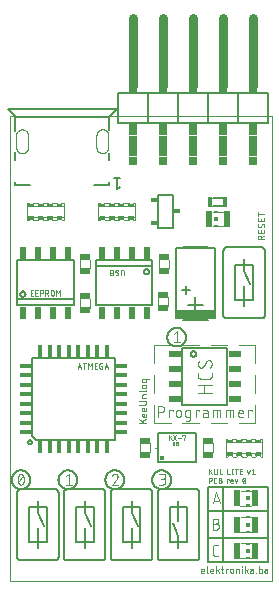
<source format=gto>
G04 EAGLE Gerber RS-274X export*
G75*
%MOMM*%
%FSLAX34Y34*%
%LPD*%
%INTop Silkscreen*%
%IPPOS*%
%AMOC8*
5,1,8,0,0,1.08239X$1,22.5*%
G01*
%ADD10C,0.000000*%
%ADD11C,0.050800*%
%ADD12C,0.101600*%
%ADD13C,0.076200*%
%ADD14C,0.127000*%
%ADD15C,0.203200*%
%ADD16C,0.152400*%
%ADD17R,0.457200X0.990600*%
%ADD18R,0.990600X0.457200*%
%ADD19R,0.300000X0.150000*%
%ADD20R,0.300000X0.300000*%
%ADD21R,0.600000X1.350000*%
%ADD22R,0.950000X0.500100*%
%ADD23R,0.490000X1.100000*%
%ADD24R,1.100000X0.490000*%
%ADD25C,0.762000*%
%ADD26R,0.762000X0.508000*%
%ADD27R,0.762000X1.016000*%
%ADD28R,0.762000X0.762000*%
%ADD29R,0.762000X1.778000*%
%ADD30C,0.025000*%
%ADD31R,0.584200X0.457200*%
%ADD32C,0.400000*%
%ADD33C,0.025400*%
%ADD34R,0.406400X0.863600*%

G36*
X44168Y316731D02*
X44168Y316731D01*
X44173Y316730D01*
X44266Y316751D01*
X44359Y316770D01*
X44363Y316773D01*
X44368Y316774D01*
X44446Y316829D01*
X44525Y316883D01*
X44528Y316887D01*
X44532Y316890D01*
X44583Y316971D01*
X44634Y317051D01*
X44635Y317056D01*
X44638Y317060D01*
X44670Y317238D01*
X44670Y319488D01*
X44669Y319490D01*
X44670Y319493D01*
X44650Y319588D01*
X44630Y319684D01*
X44629Y319686D01*
X44628Y319689D01*
X44572Y319769D01*
X44518Y319850D01*
X44515Y319851D01*
X44514Y319853D01*
X44430Y319907D01*
X44349Y319959D01*
X44347Y319960D01*
X44345Y319961D01*
X44248Y319977D01*
X44152Y319995D01*
X44150Y319994D01*
X44147Y319995D01*
X44053Y319973D01*
X43957Y319951D01*
X43954Y319950D01*
X43952Y319949D01*
X43804Y319846D01*
X42952Y318995D01*
X41373Y318995D01*
X40521Y319846D01*
X40519Y319848D01*
X40518Y319850D01*
X40437Y319902D01*
X40354Y319957D01*
X40352Y319958D01*
X40349Y319959D01*
X40253Y319976D01*
X40157Y319995D01*
X40155Y319994D01*
X40152Y319995D01*
X40056Y319973D01*
X39961Y319953D01*
X39959Y319952D01*
X39957Y319951D01*
X39877Y319895D01*
X39797Y319839D01*
X39795Y319837D01*
X39793Y319835D01*
X39742Y319752D01*
X39689Y319670D01*
X39689Y319667D01*
X39687Y319665D01*
X39655Y319488D01*
X39655Y317238D01*
X39656Y317232D01*
X39655Y317227D01*
X39676Y317134D01*
X39695Y317041D01*
X39698Y317037D01*
X39699Y317032D01*
X39754Y316954D01*
X39808Y316875D01*
X39812Y316872D01*
X39815Y316868D01*
X39896Y316817D01*
X39976Y316766D01*
X39981Y316765D01*
X39985Y316762D01*
X40163Y316730D01*
X44163Y316730D01*
X44168Y316731D01*
G37*
G36*
X36168Y316731D02*
X36168Y316731D01*
X36173Y316730D01*
X36266Y316751D01*
X36359Y316770D01*
X36363Y316773D01*
X36368Y316774D01*
X36446Y316829D01*
X36525Y316883D01*
X36528Y316887D01*
X36532Y316890D01*
X36583Y316971D01*
X36634Y317051D01*
X36635Y317056D01*
X36638Y317060D01*
X36670Y317238D01*
X36670Y319488D01*
X36669Y319490D01*
X36670Y319493D01*
X36650Y319588D01*
X36630Y319684D01*
X36629Y319686D01*
X36628Y319689D01*
X36572Y319769D01*
X36518Y319850D01*
X36515Y319851D01*
X36514Y319853D01*
X36430Y319907D01*
X36349Y319959D01*
X36347Y319960D01*
X36345Y319961D01*
X36248Y319977D01*
X36152Y319995D01*
X36150Y319994D01*
X36147Y319995D01*
X36053Y319973D01*
X35957Y319951D01*
X35954Y319950D01*
X35952Y319949D01*
X35804Y319846D01*
X34952Y318995D01*
X33373Y318995D01*
X32521Y319846D01*
X32519Y319848D01*
X32518Y319850D01*
X32437Y319902D01*
X32354Y319957D01*
X32352Y319958D01*
X32349Y319959D01*
X32253Y319976D01*
X32157Y319995D01*
X32155Y319994D01*
X32152Y319995D01*
X32056Y319973D01*
X31961Y319953D01*
X31959Y319952D01*
X31957Y319951D01*
X31877Y319895D01*
X31797Y319839D01*
X31795Y319837D01*
X31793Y319835D01*
X31742Y319752D01*
X31689Y319670D01*
X31689Y319667D01*
X31687Y319665D01*
X31655Y319488D01*
X31655Y317238D01*
X31656Y317232D01*
X31655Y317227D01*
X31676Y317134D01*
X31695Y317041D01*
X31698Y317037D01*
X31699Y317032D01*
X31754Y316954D01*
X31808Y316875D01*
X31812Y316872D01*
X31815Y316868D01*
X31896Y316817D01*
X31976Y316766D01*
X31981Y316765D01*
X31985Y316762D01*
X32163Y316730D01*
X36163Y316730D01*
X36168Y316731D01*
G37*
G36*
X96493Y316731D02*
X96493Y316731D01*
X96498Y316730D01*
X96591Y316751D01*
X96684Y316770D01*
X96688Y316773D01*
X96693Y316774D01*
X96771Y316829D01*
X96850Y316883D01*
X96853Y316887D01*
X96857Y316890D01*
X96908Y316971D01*
X96959Y317051D01*
X96960Y317056D01*
X96963Y317060D01*
X96995Y317238D01*
X96995Y319488D01*
X96994Y319490D01*
X96995Y319493D01*
X96975Y319588D01*
X96955Y319684D01*
X96954Y319686D01*
X96953Y319689D01*
X96897Y319769D01*
X96843Y319850D01*
X96840Y319851D01*
X96839Y319853D01*
X96755Y319907D01*
X96674Y319959D01*
X96672Y319960D01*
X96670Y319961D01*
X96573Y319977D01*
X96477Y319995D01*
X96475Y319994D01*
X96472Y319995D01*
X96378Y319973D01*
X96282Y319951D01*
X96279Y319950D01*
X96277Y319949D01*
X96129Y319846D01*
X95277Y318995D01*
X93698Y318995D01*
X92846Y319846D01*
X92844Y319848D01*
X92843Y319850D01*
X92762Y319902D01*
X92679Y319957D01*
X92677Y319958D01*
X92674Y319959D01*
X92578Y319976D01*
X92482Y319995D01*
X92480Y319994D01*
X92477Y319995D01*
X92381Y319973D01*
X92286Y319953D01*
X92284Y319952D01*
X92282Y319951D01*
X92202Y319895D01*
X92122Y319839D01*
X92120Y319837D01*
X92118Y319835D01*
X92067Y319752D01*
X92014Y319670D01*
X92014Y319667D01*
X92012Y319665D01*
X91980Y319488D01*
X91980Y317238D01*
X91981Y317232D01*
X91980Y317227D01*
X92001Y317134D01*
X92020Y317041D01*
X92023Y317037D01*
X92024Y317032D01*
X92079Y316954D01*
X92133Y316875D01*
X92137Y316872D01*
X92140Y316868D01*
X92221Y316817D01*
X92301Y316766D01*
X92306Y316765D01*
X92310Y316762D01*
X92488Y316730D01*
X96488Y316730D01*
X96493Y316731D01*
G37*
G36*
X88493Y316731D02*
X88493Y316731D01*
X88498Y316730D01*
X88591Y316751D01*
X88684Y316770D01*
X88688Y316773D01*
X88693Y316774D01*
X88771Y316829D01*
X88850Y316883D01*
X88853Y316887D01*
X88857Y316890D01*
X88908Y316971D01*
X88959Y317051D01*
X88960Y317056D01*
X88963Y317060D01*
X88995Y317238D01*
X88995Y319488D01*
X88994Y319490D01*
X88995Y319493D01*
X88975Y319588D01*
X88955Y319684D01*
X88954Y319686D01*
X88953Y319689D01*
X88897Y319769D01*
X88843Y319850D01*
X88840Y319851D01*
X88839Y319853D01*
X88755Y319907D01*
X88674Y319959D01*
X88672Y319960D01*
X88670Y319961D01*
X88573Y319977D01*
X88477Y319995D01*
X88475Y319994D01*
X88472Y319995D01*
X88378Y319973D01*
X88282Y319951D01*
X88279Y319950D01*
X88277Y319949D01*
X88129Y319846D01*
X87277Y318995D01*
X85698Y318995D01*
X84846Y319846D01*
X84844Y319848D01*
X84843Y319850D01*
X84762Y319902D01*
X84679Y319957D01*
X84677Y319958D01*
X84674Y319959D01*
X84578Y319976D01*
X84482Y319995D01*
X84480Y319994D01*
X84477Y319995D01*
X84381Y319973D01*
X84286Y319953D01*
X84284Y319952D01*
X84282Y319951D01*
X84202Y319895D01*
X84122Y319839D01*
X84120Y319837D01*
X84118Y319835D01*
X84067Y319752D01*
X84014Y319670D01*
X84014Y319667D01*
X84012Y319665D01*
X83980Y319488D01*
X83980Y317238D01*
X83981Y317232D01*
X83980Y317227D01*
X84001Y317134D01*
X84020Y317041D01*
X84023Y317037D01*
X84024Y317032D01*
X84079Y316954D01*
X84133Y316875D01*
X84137Y316872D01*
X84140Y316868D01*
X84221Y316817D01*
X84301Y316766D01*
X84306Y316765D01*
X84310Y316762D01*
X84488Y316730D01*
X88488Y316730D01*
X88493Y316731D01*
G37*
G36*
X28168Y316731D02*
X28168Y316731D01*
X28173Y316730D01*
X28266Y316751D01*
X28359Y316770D01*
X28363Y316773D01*
X28368Y316774D01*
X28446Y316829D01*
X28525Y316883D01*
X28528Y316887D01*
X28532Y316890D01*
X28583Y316971D01*
X28634Y317051D01*
X28635Y317056D01*
X28638Y317060D01*
X28670Y317238D01*
X28670Y319488D01*
X28669Y319490D01*
X28670Y319493D01*
X28650Y319588D01*
X28630Y319684D01*
X28629Y319686D01*
X28628Y319689D01*
X28572Y319769D01*
X28518Y319850D01*
X28515Y319851D01*
X28514Y319853D01*
X28430Y319907D01*
X28349Y319959D01*
X28347Y319960D01*
X28345Y319961D01*
X28248Y319977D01*
X28152Y319995D01*
X28150Y319994D01*
X28147Y319995D01*
X28053Y319973D01*
X27957Y319951D01*
X27954Y319950D01*
X27952Y319949D01*
X27804Y319846D01*
X26952Y318995D01*
X25373Y318995D01*
X24521Y319846D01*
X24519Y319848D01*
X24518Y319850D01*
X24437Y319902D01*
X24354Y319957D01*
X24352Y319958D01*
X24349Y319959D01*
X24253Y319976D01*
X24157Y319995D01*
X24155Y319994D01*
X24152Y319995D01*
X24056Y319973D01*
X23961Y319953D01*
X23959Y319952D01*
X23957Y319951D01*
X23877Y319895D01*
X23797Y319839D01*
X23795Y319837D01*
X23793Y319835D01*
X23742Y319752D01*
X23689Y319670D01*
X23689Y319667D01*
X23687Y319665D01*
X23655Y319488D01*
X23655Y317238D01*
X23656Y317232D01*
X23655Y317227D01*
X23676Y317134D01*
X23695Y317041D01*
X23698Y317037D01*
X23699Y317032D01*
X23754Y316954D01*
X23808Y316875D01*
X23812Y316872D01*
X23815Y316868D01*
X23896Y316817D01*
X23976Y316766D01*
X23981Y316765D01*
X23985Y316762D01*
X24163Y316730D01*
X28163Y316730D01*
X28168Y316731D01*
G37*
G36*
X104493Y316731D02*
X104493Y316731D01*
X104498Y316730D01*
X104591Y316751D01*
X104684Y316770D01*
X104688Y316773D01*
X104693Y316774D01*
X104771Y316829D01*
X104850Y316883D01*
X104853Y316887D01*
X104857Y316890D01*
X104908Y316971D01*
X104959Y317051D01*
X104960Y317056D01*
X104963Y317060D01*
X104995Y317238D01*
X104995Y319488D01*
X104994Y319490D01*
X104995Y319493D01*
X104975Y319588D01*
X104955Y319684D01*
X104954Y319686D01*
X104953Y319689D01*
X104897Y319769D01*
X104843Y319850D01*
X104840Y319851D01*
X104839Y319853D01*
X104755Y319907D01*
X104674Y319959D01*
X104672Y319960D01*
X104670Y319961D01*
X104573Y319977D01*
X104477Y319995D01*
X104475Y319994D01*
X104472Y319995D01*
X104378Y319973D01*
X104282Y319951D01*
X104279Y319950D01*
X104277Y319949D01*
X104129Y319846D01*
X103277Y318995D01*
X101698Y318995D01*
X100846Y319846D01*
X100844Y319848D01*
X100843Y319850D01*
X100762Y319902D01*
X100679Y319957D01*
X100677Y319958D01*
X100674Y319959D01*
X100578Y319976D01*
X100482Y319995D01*
X100480Y319994D01*
X100477Y319995D01*
X100381Y319973D01*
X100286Y319953D01*
X100284Y319952D01*
X100282Y319951D01*
X100202Y319895D01*
X100122Y319839D01*
X100120Y319837D01*
X100118Y319835D01*
X100067Y319752D01*
X100014Y319670D01*
X100014Y319667D01*
X100012Y319665D01*
X99980Y319488D01*
X99980Y317238D01*
X99981Y317232D01*
X99980Y317227D01*
X100001Y317134D01*
X100020Y317041D01*
X100023Y317037D01*
X100024Y317032D01*
X100079Y316954D01*
X100133Y316875D01*
X100137Y316872D01*
X100140Y316868D01*
X100221Y316817D01*
X100301Y316766D01*
X100306Y316765D01*
X100310Y316762D01*
X100488Y316730D01*
X104488Y316730D01*
X104493Y316731D01*
G37*
G36*
X20168Y316731D02*
X20168Y316731D01*
X20173Y316730D01*
X20266Y316751D01*
X20359Y316770D01*
X20363Y316773D01*
X20368Y316774D01*
X20446Y316829D01*
X20525Y316883D01*
X20528Y316887D01*
X20532Y316890D01*
X20583Y316971D01*
X20634Y317051D01*
X20635Y317056D01*
X20638Y317060D01*
X20670Y317238D01*
X20670Y319488D01*
X20669Y319490D01*
X20670Y319493D01*
X20650Y319588D01*
X20630Y319684D01*
X20629Y319686D01*
X20628Y319689D01*
X20572Y319769D01*
X20518Y319850D01*
X20515Y319851D01*
X20514Y319853D01*
X20430Y319907D01*
X20349Y319959D01*
X20347Y319960D01*
X20345Y319961D01*
X20248Y319977D01*
X20152Y319995D01*
X20150Y319994D01*
X20147Y319995D01*
X20053Y319973D01*
X19957Y319951D01*
X19954Y319950D01*
X19952Y319949D01*
X19804Y319846D01*
X18952Y318995D01*
X17373Y318995D01*
X16521Y319846D01*
X16519Y319848D01*
X16518Y319850D01*
X16437Y319902D01*
X16354Y319957D01*
X16352Y319958D01*
X16349Y319959D01*
X16253Y319976D01*
X16157Y319995D01*
X16155Y319994D01*
X16152Y319995D01*
X16056Y319973D01*
X15961Y319953D01*
X15959Y319952D01*
X15957Y319951D01*
X15877Y319895D01*
X15797Y319839D01*
X15795Y319837D01*
X15793Y319835D01*
X15742Y319752D01*
X15689Y319670D01*
X15689Y319667D01*
X15687Y319665D01*
X15655Y319488D01*
X15655Y317238D01*
X15656Y317232D01*
X15655Y317227D01*
X15676Y317134D01*
X15695Y317041D01*
X15698Y317037D01*
X15699Y317032D01*
X15754Y316954D01*
X15808Y316875D01*
X15812Y316872D01*
X15815Y316868D01*
X15896Y316817D01*
X15976Y316766D01*
X15981Y316765D01*
X15985Y316762D01*
X16163Y316730D01*
X20163Y316730D01*
X20168Y316731D01*
G37*
G36*
X80493Y316731D02*
X80493Y316731D01*
X80498Y316730D01*
X80591Y316751D01*
X80684Y316770D01*
X80688Y316773D01*
X80693Y316774D01*
X80771Y316829D01*
X80850Y316883D01*
X80853Y316887D01*
X80857Y316890D01*
X80908Y316971D01*
X80959Y317051D01*
X80960Y317056D01*
X80963Y317060D01*
X80995Y317238D01*
X80995Y319488D01*
X80994Y319490D01*
X80995Y319493D01*
X80975Y319588D01*
X80955Y319684D01*
X80954Y319686D01*
X80953Y319689D01*
X80897Y319769D01*
X80843Y319850D01*
X80840Y319851D01*
X80839Y319853D01*
X80755Y319907D01*
X80674Y319959D01*
X80672Y319960D01*
X80670Y319961D01*
X80573Y319977D01*
X80477Y319995D01*
X80475Y319994D01*
X80472Y319995D01*
X80378Y319973D01*
X80282Y319951D01*
X80279Y319950D01*
X80277Y319949D01*
X80129Y319846D01*
X79277Y318995D01*
X77698Y318995D01*
X76846Y319846D01*
X76844Y319848D01*
X76843Y319850D01*
X76762Y319902D01*
X76679Y319957D01*
X76677Y319958D01*
X76674Y319959D01*
X76578Y319976D01*
X76482Y319995D01*
X76480Y319994D01*
X76477Y319995D01*
X76381Y319973D01*
X76286Y319953D01*
X76284Y319952D01*
X76282Y319951D01*
X76202Y319895D01*
X76122Y319839D01*
X76120Y319837D01*
X76118Y319835D01*
X76067Y319752D01*
X76014Y319670D01*
X76014Y319667D01*
X76012Y319665D01*
X75980Y319488D01*
X75980Y317238D01*
X75981Y317232D01*
X75980Y317227D01*
X76001Y317134D01*
X76020Y317041D01*
X76023Y317037D01*
X76024Y317032D01*
X76079Y316954D01*
X76133Y316875D01*
X76137Y316872D01*
X76140Y316868D01*
X76221Y316817D01*
X76301Y316766D01*
X76306Y316765D01*
X76310Y316762D01*
X76488Y316730D01*
X80488Y316730D01*
X80493Y316731D01*
G37*
G36*
X104495Y305481D02*
X104495Y305481D01*
X104498Y305480D01*
X104594Y305502D01*
X104689Y305522D01*
X104691Y305523D01*
X104693Y305524D01*
X104773Y305580D01*
X104853Y305636D01*
X104855Y305638D01*
X104857Y305640D01*
X104908Y305723D01*
X104961Y305805D01*
X104961Y305808D01*
X104963Y305810D01*
X104995Y305988D01*
X104995Y308238D01*
X104994Y308243D01*
X104995Y308248D01*
X104974Y308341D01*
X104955Y308434D01*
X104952Y308438D01*
X104951Y308443D01*
X104896Y308521D01*
X104843Y308600D01*
X104838Y308603D01*
X104835Y308607D01*
X104754Y308658D01*
X104674Y308709D01*
X104669Y308710D01*
X104665Y308713D01*
X104488Y308745D01*
X100488Y308745D01*
X100482Y308744D01*
X100477Y308745D01*
X100384Y308724D01*
X100291Y308705D01*
X100287Y308702D01*
X100282Y308701D01*
X100204Y308646D01*
X100125Y308593D01*
X100122Y308588D01*
X100118Y308585D01*
X100067Y308504D01*
X100016Y308424D01*
X100015Y308419D01*
X100012Y308415D01*
X99980Y308238D01*
X99980Y305988D01*
X99981Y305985D01*
X99980Y305982D01*
X100000Y305887D01*
X100020Y305791D01*
X100021Y305789D01*
X100022Y305786D01*
X100078Y305706D01*
X100133Y305625D01*
X100135Y305624D01*
X100136Y305622D01*
X100220Y305568D01*
X100301Y305516D01*
X100303Y305516D01*
X100305Y305514D01*
X100402Y305498D01*
X100498Y305480D01*
X100500Y305481D01*
X100503Y305481D01*
X100597Y305502D01*
X100693Y305524D01*
X100696Y305525D01*
X100698Y305526D01*
X100846Y305629D01*
X101698Y306480D01*
X103277Y306480D01*
X104129Y305629D01*
X104131Y305627D01*
X104133Y305625D01*
X104213Y305573D01*
X104296Y305518D01*
X104298Y305517D01*
X104301Y305516D01*
X104397Y305499D01*
X104493Y305480D01*
X104495Y305481D01*
G37*
G36*
X28170Y305481D02*
X28170Y305481D01*
X28173Y305480D01*
X28269Y305502D01*
X28364Y305522D01*
X28366Y305523D01*
X28368Y305524D01*
X28448Y305580D01*
X28528Y305636D01*
X28530Y305638D01*
X28532Y305640D01*
X28583Y305723D01*
X28636Y305805D01*
X28636Y305808D01*
X28638Y305810D01*
X28670Y305988D01*
X28670Y308238D01*
X28669Y308243D01*
X28670Y308248D01*
X28649Y308341D01*
X28630Y308434D01*
X28627Y308438D01*
X28626Y308443D01*
X28571Y308521D01*
X28518Y308600D01*
X28513Y308603D01*
X28510Y308607D01*
X28429Y308658D01*
X28349Y308709D01*
X28344Y308710D01*
X28340Y308713D01*
X28163Y308745D01*
X24163Y308745D01*
X24157Y308744D01*
X24152Y308745D01*
X24059Y308724D01*
X23966Y308705D01*
X23962Y308702D01*
X23957Y308701D01*
X23879Y308646D01*
X23800Y308593D01*
X23797Y308588D01*
X23793Y308585D01*
X23742Y308504D01*
X23691Y308424D01*
X23690Y308419D01*
X23687Y308415D01*
X23655Y308238D01*
X23655Y305988D01*
X23656Y305985D01*
X23655Y305982D01*
X23675Y305887D01*
X23695Y305791D01*
X23696Y305789D01*
X23697Y305786D01*
X23753Y305706D01*
X23808Y305625D01*
X23810Y305624D01*
X23811Y305622D01*
X23895Y305568D01*
X23976Y305516D01*
X23978Y305516D01*
X23980Y305514D01*
X24077Y305498D01*
X24173Y305480D01*
X24175Y305481D01*
X24178Y305481D01*
X24272Y305502D01*
X24368Y305524D01*
X24371Y305525D01*
X24373Y305526D01*
X24521Y305629D01*
X25373Y306480D01*
X26952Y306480D01*
X27804Y305629D01*
X27806Y305627D01*
X27808Y305625D01*
X27888Y305573D01*
X27971Y305518D01*
X27973Y305517D01*
X27976Y305516D01*
X28072Y305499D01*
X28168Y305480D01*
X28170Y305481D01*
G37*
G36*
X88495Y305481D02*
X88495Y305481D01*
X88498Y305480D01*
X88594Y305502D01*
X88689Y305522D01*
X88691Y305523D01*
X88693Y305524D01*
X88773Y305580D01*
X88853Y305636D01*
X88855Y305638D01*
X88857Y305640D01*
X88908Y305723D01*
X88961Y305805D01*
X88961Y305808D01*
X88963Y305810D01*
X88995Y305988D01*
X88995Y308238D01*
X88994Y308243D01*
X88995Y308248D01*
X88974Y308341D01*
X88955Y308434D01*
X88952Y308438D01*
X88951Y308443D01*
X88896Y308521D01*
X88843Y308600D01*
X88838Y308603D01*
X88835Y308607D01*
X88754Y308658D01*
X88674Y308709D01*
X88669Y308710D01*
X88665Y308713D01*
X88488Y308745D01*
X84488Y308745D01*
X84482Y308744D01*
X84477Y308745D01*
X84384Y308724D01*
X84291Y308705D01*
X84287Y308702D01*
X84282Y308701D01*
X84204Y308646D01*
X84125Y308593D01*
X84122Y308588D01*
X84118Y308585D01*
X84067Y308504D01*
X84016Y308424D01*
X84015Y308419D01*
X84012Y308415D01*
X83980Y308238D01*
X83980Y305988D01*
X83981Y305985D01*
X83980Y305982D01*
X84000Y305887D01*
X84020Y305791D01*
X84021Y305789D01*
X84022Y305786D01*
X84078Y305706D01*
X84133Y305625D01*
X84135Y305624D01*
X84136Y305622D01*
X84220Y305568D01*
X84301Y305516D01*
X84303Y305516D01*
X84305Y305514D01*
X84402Y305498D01*
X84498Y305480D01*
X84500Y305481D01*
X84503Y305481D01*
X84597Y305502D01*
X84693Y305524D01*
X84696Y305525D01*
X84698Y305526D01*
X84846Y305629D01*
X85698Y306480D01*
X87277Y306480D01*
X88129Y305629D01*
X88131Y305627D01*
X88133Y305625D01*
X88213Y305573D01*
X88296Y305518D01*
X88298Y305517D01*
X88301Y305516D01*
X88397Y305499D01*
X88493Y305480D01*
X88495Y305481D01*
G37*
G36*
X44170Y305481D02*
X44170Y305481D01*
X44173Y305480D01*
X44269Y305502D01*
X44364Y305522D01*
X44366Y305523D01*
X44368Y305524D01*
X44448Y305580D01*
X44528Y305636D01*
X44530Y305638D01*
X44532Y305640D01*
X44583Y305723D01*
X44636Y305805D01*
X44636Y305808D01*
X44638Y305810D01*
X44670Y305988D01*
X44670Y308238D01*
X44669Y308243D01*
X44670Y308248D01*
X44649Y308341D01*
X44630Y308434D01*
X44627Y308438D01*
X44626Y308443D01*
X44571Y308521D01*
X44518Y308600D01*
X44513Y308603D01*
X44510Y308607D01*
X44429Y308658D01*
X44349Y308709D01*
X44344Y308710D01*
X44340Y308713D01*
X44163Y308745D01*
X40163Y308745D01*
X40157Y308744D01*
X40152Y308745D01*
X40059Y308724D01*
X39966Y308705D01*
X39962Y308702D01*
X39957Y308701D01*
X39879Y308646D01*
X39800Y308593D01*
X39797Y308588D01*
X39793Y308585D01*
X39742Y308504D01*
X39691Y308424D01*
X39690Y308419D01*
X39687Y308415D01*
X39655Y308238D01*
X39655Y305988D01*
X39656Y305985D01*
X39655Y305982D01*
X39675Y305887D01*
X39695Y305791D01*
X39696Y305789D01*
X39697Y305786D01*
X39753Y305706D01*
X39808Y305625D01*
X39810Y305624D01*
X39811Y305622D01*
X39895Y305568D01*
X39976Y305516D01*
X39978Y305516D01*
X39980Y305514D01*
X40077Y305498D01*
X40173Y305480D01*
X40175Y305481D01*
X40178Y305481D01*
X40272Y305502D01*
X40368Y305524D01*
X40371Y305525D01*
X40373Y305526D01*
X40521Y305629D01*
X41373Y306480D01*
X42952Y306480D01*
X43804Y305629D01*
X43806Y305627D01*
X43808Y305625D01*
X43888Y305573D01*
X43971Y305518D01*
X43973Y305517D01*
X43976Y305516D01*
X44072Y305499D01*
X44168Y305480D01*
X44170Y305481D01*
G37*
G36*
X36170Y305481D02*
X36170Y305481D01*
X36173Y305480D01*
X36269Y305502D01*
X36364Y305522D01*
X36366Y305523D01*
X36368Y305524D01*
X36448Y305580D01*
X36528Y305636D01*
X36530Y305638D01*
X36532Y305640D01*
X36583Y305723D01*
X36636Y305805D01*
X36636Y305808D01*
X36638Y305810D01*
X36670Y305988D01*
X36670Y308238D01*
X36669Y308243D01*
X36670Y308248D01*
X36649Y308341D01*
X36630Y308434D01*
X36627Y308438D01*
X36626Y308443D01*
X36571Y308521D01*
X36518Y308600D01*
X36513Y308603D01*
X36510Y308607D01*
X36429Y308658D01*
X36349Y308709D01*
X36344Y308710D01*
X36340Y308713D01*
X36163Y308745D01*
X32163Y308745D01*
X32157Y308744D01*
X32152Y308745D01*
X32059Y308724D01*
X31966Y308705D01*
X31962Y308702D01*
X31957Y308701D01*
X31879Y308646D01*
X31800Y308593D01*
X31797Y308588D01*
X31793Y308585D01*
X31742Y308504D01*
X31691Y308424D01*
X31690Y308419D01*
X31687Y308415D01*
X31655Y308238D01*
X31655Y305988D01*
X31656Y305985D01*
X31655Y305982D01*
X31675Y305887D01*
X31695Y305791D01*
X31696Y305789D01*
X31697Y305786D01*
X31753Y305706D01*
X31808Y305625D01*
X31810Y305624D01*
X31811Y305622D01*
X31895Y305568D01*
X31976Y305516D01*
X31978Y305516D01*
X31980Y305514D01*
X32077Y305498D01*
X32173Y305480D01*
X32175Y305481D01*
X32178Y305481D01*
X32272Y305502D01*
X32368Y305524D01*
X32371Y305525D01*
X32373Y305526D01*
X32521Y305629D01*
X33373Y306480D01*
X34952Y306480D01*
X35804Y305629D01*
X35806Y305627D01*
X35808Y305625D01*
X35888Y305573D01*
X35971Y305518D01*
X35973Y305517D01*
X35976Y305516D01*
X36072Y305499D01*
X36168Y305480D01*
X36170Y305481D01*
G37*
G36*
X80495Y305481D02*
X80495Y305481D01*
X80498Y305480D01*
X80594Y305502D01*
X80689Y305522D01*
X80691Y305523D01*
X80693Y305524D01*
X80773Y305580D01*
X80853Y305636D01*
X80855Y305638D01*
X80857Y305640D01*
X80908Y305723D01*
X80961Y305805D01*
X80961Y305808D01*
X80963Y305810D01*
X80995Y305988D01*
X80995Y308238D01*
X80994Y308243D01*
X80995Y308248D01*
X80974Y308341D01*
X80955Y308434D01*
X80952Y308438D01*
X80951Y308443D01*
X80896Y308521D01*
X80843Y308600D01*
X80838Y308603D01*
X80835Y308607D01*
X80754Y308658D01*
X80674Y308709D01*
X80669Y308710D01*
X80665Y308713D01*
X80488Y308745D01*
X76488Y308745D01*
X76482Y308744D01*
X76477Y308745D01*
X76384Y308724D01*
X76291Y308705D01*
X76287Y308702D01*
X76282Y308701D01*
X76204Y308646D01*
X76125Y308593D01*
X76122Y308588D01*
X76118Y308585D01*
X76067Y308504D01*
X76016Y308424D01*
X76015Y308419D01*
X76012Y308415D01*
X75980Y308238D01*
X75980Y305988D01*
X75981Y305985D01*
X75980Y305982D01*
X76000Y305887D01*
X76020Y305791D01*
X76021Y305789D01*
X76022Y305786D01*
X76078Y305706D01*
X76133Y305625D01*
X76135Y305624D01*
X76136Y305622D01*
X76220Y305568D01*
X76301Y305516D01*
X76303Y305516D01*
X76305Y305514D01*
X76402Y305498D01*
X76498Y305480D01*
X76500Y305481D01*
X76503Y305481D01*
X76597Y305502D01*
X76693Y305524D01*
X76696Y305525D01*
X76698Y305526D01*
X76846Y305629D01*
X77698Y306480D01*
X79277Y306480D01*
X80129Y305629D01*
X80131Y305627D01*
X80133Y305625D01*
X80213Y305573D01*
X80296Y305518D01*
X80298Y305517D01*
X80301Y305516D01*
X80397Y305499D01*
X80493Y305480D01*
X80495Y305481D01*
G37*
G36*
X20170Y305481D02*
X20170Y305481D01*
X20173Y305480D01*
X20269Y305502D01*
X20364Y305522D01*
X20366Y305523D01*
X20368Y305524D01*
X20448Y305580D01*
X20528Y305636D01*
X20530Y305638D01*
X20532Y305640D01*
X20583Y305723D01*
X20636Y305805D01*
X20636Y305808D01*
X20638Y305810D01*
X20670Y305988D01*
X20670Y308238D01*
X20669Y308243D01*
X20670Y308248D01*
X20649Y308341D01*
X20630Y308434D01*
X20627Y308438D01*
X20626Y308443D01*
X20571Y308521D01*
X20518Y308600D01*
X20513Y308603D01*
X20510Y308607D01*
X20429Y308658D01*
X20349Y308709D01*
X20344Y308710D01*
X20340Y308713D01*
X20163Y308745D01*
X16163Y308745D01*
X16157Y308744D01*
X16152Y308745D01*
X16059Y308724D01*
X15966Y308705D01*
X15962Y308702D01*
X15957Y308701D01*
X15879Y308646D01*
X15800Y308593D01*
X15797Y308588D01*
X15793Y308585D01*
X15742Y308504D01*
X15691Y308424D01*
X15690Y308419D01*
X15687Y308415D01*
X15655Y308238D01*
X15655Y305988D01*
X15656Y305985D01*
X15655Y305982D01*
X15675Y305887D01*
X15695Y305791D01*
X15696Y305789D01*
X15697Y305786D01*
X15753Y305706D01*
X15808Y305625D01*
X15810Y305624D01*
X15811Y305622D01*
X15895Y305568D01*
X15976Y305516D01*
X15978Y305516D01*
X15980Y305514D01*
X16077Y305498D01*
X16173Y305480D01*
X16175Y305481D01*
X16178Y305481D01*
X16272Y305502D01*
X16368Y305524D01*
X16371Y305525D01*
X16373Y305526D01*
X16521Y305629D01*
X17373Y306480D01*
X18952Y306480D01*
X19804Y305629D01*
X19806Y305627D01*
X19808Y305625D01*
X19888Y305573D01*
X19971Y305518D01*
X19973Y305517D01*
X19976Y305516D01*
X20072Y305499D01*
X20168Y305480D01*
X20170Y305481D01*
G37*
G36*
X96495Y305481D02*
X96495Y305481D01*
X96498Y305480D01*
X96594Y305502D01*
X96689Y305522D01*
X96691Y305523D01*
X96693Y305524D01*
X96773Y305580D01*
X96853Y305636D01*
X96855Y305638D01*
X96857Y305640D01*
X96908Y305723D01*
X96961Y305805D01*
X96961Y305808D01*
X96963Y305810D01*
X96995Y305988D01*
X96995Y308238D01*
X96994Y308243D01*
X96995Y308248D01*
X96974Y308341D01*
X96955Y308434D01*
X96952Y308438D01*
X96951Y308443D01*
X96896Y308521D01*
X96843Y308600D01*
X96838Y308603D01*
X96835Y308607D01*
X96754Y308658D01*
X96674Y308709D01*
X96669Y308710D01*
X96665Y308713D01*
X96488Y308745D01*
X92488Y308745D01*
X92482Y308744D01*
X92477Y308745D01*
X92384Y308724D01*
X92291Y308705D01*
X92287Y308702D01*
X92282Y308701D01*
X92204Y308646D01*
X92125Y308593D01*
X92122Y308588D01*
X92118Y308585D01*
X92067Y308504D01*
X92016Y308424D01*
X92015Y308419D01*
X92012Y308415D01*
X91980Y308238D01*
X91980Y305988D01*
X91981Y305985D01*
X91980Y305982D01*
X92000Y305887D01*
X92020Y305791D01*
X92021Y305789D01*
X92022Y305786D01*
X92078Y305706D01*
X92133Y305625D01*
X92135Y305624D01*
X92136Y305622D01*
X92220Y305568D01*
X92301Y305516D01*
X92303Y305516D01*
X92305Y305514D01*
X92402Y305498D01*
X92498Y305480D01*
X92500Y305481D01*
X92503Y305481D01*
X92597Y305502D01*
X92693Y305524D01*
X92696Y305525D01*
X92698Y305526D01*
X92846Y305629D01*
X93698Y306480D01*
X95277Y306480D01*
X96129Y305629D01*
X96131Y305627D01*
X96133Y305625D01*
X96213Y305573D01*
X96296Y305518D01*
X96298Y305517D01*
X96301Y305516D01*
X96397Y305499D01*
X96493Y305480D01*
X96495Y305481D01*
G37*
G36*
X188443Y116706D02*
X188443Y116706D01*
X188448Y116705D01*
X188541Y116726D01*
X188634Y116745D01*
X188638Y116748D01*
X188643Y116749D01*
X188721Y116804D01*
X188800Y116858D01*
X188803Y116862D01*
X188807Y116865D01*
X188858Y116946D01*
X188909Y117026D01*
X188910Y117031D01*
X188913Y117035D01*
X188945Y117213D01*
X188945Y119463D01*
X188944Y119465D01*
X188945Y119468D01*
X188925Y119563D01*
X188905Y119659D01*
X188904Y119661D01*
X188903Y119664D01*
X188847Y119744D01*
X188793Y119825D01*
X188790Y119826D01*
X188789Y119828D01*
X188705Y119882D01*
X188624Y119934D01*
X188622Y119935D01*
X188620Y119936D01*
X188523Y119952D01*
X188427Y119970D01*
X188425Y119969D01*
X188422Y119970D01*
X188328Y119948D01*
X188232Y119926D01*
X188229Y119925D01*
X188227Y119924D01*
X188079Y119821D01*
X187227Y118970D01*
X185648Y118970D01*
X184796Y119821D01*
X184794Y119823D01*
X184793Y119825D01*
X184712Y119877D01*
X184629Y119932D01*
X184627Y119933D01*
X184624Y119934D01*
X184528Y119951D01*
X184432Y119970D01*
X184430Y119969D01*
X184427Y119970D01*
X184331Y119948D01*
X184236Y119928D01*
X184234Y119927D01*
X184232Y119926D01*
X184152Y119870D01*
X184072Y119814D01*
X184070Y119812D01*
X184068Y119810D01*
X184017Y119727D01*
X183964Y119645D01*
X183964Y119642D01*
X183962Y119640D01*
X183930Y119463D01*
X183930Y117213D01*
X183931Y117207D01*
X183930Y117202D01*
X183951Y117109D01*
X183970Y117016D01*
X183973Y117012D01*
X183974Y117007D01*
X184029Y116929D01*
X184083Y116850D01*
X184087Y116847D01*
X184090Y116843D01*
X184171Y116792D01*
X184251Y116741D01*
X184256Y116740D01*
X184260Y116737D01*
X184438Y116705D01*
X188438Y116705D01*
X188443Y116706D01*
G37*
G36*
X196443Y116706D02*
X196443Y116706D01*
X196448Y116705D01*
X196541Y116726D01*
X196634Y116745D01*
X196638Y116748D01*
X196643Y116749D01*
X196721Y116804D01*
X196800Y116858D01*
X196803Y116862D01*
X196807Y116865D01*
X196858Y116946D01*
X196909Y117026D01*
X196910Y117031D01*
X196913Y117035D01*
X196945Y117213D01*
X196945Y119463D01*
X196944Y119465D01*
X196945Y119468D01*
X196925Y119563D01*
X196905Y119659D01*
X196904Y119661D01*
X196903Y119664D01*
X196847Y119744D01*
X196793Y119825D01*
X196790Y119826D01*
X196789Y119828D01*
X196705Y119882D01*
X196624Y119934D01*
X196622Y119935D01*
X196620Y119936D01*
X196523Y119952D01*
X196427Y119970D01*
X196425Y119969D01*
X196422Y119970D01*
X196328Y119948D01*
X196232Y119926D01*
X196229Y119925D01*
X196227Y119924D01*
X196079Y119821D01*
X195227Y118970D01*
X193648Y118970D01*
X192796Y119821D01*
X192794Y119823D01*
X192793Y119825D01*
X192712Y119877D01*
X192629Y119932D01*
X192627Y119933D01*
X192624Y119934D01*
X192528Y119951D01*
X192432Y119970D01*
X192430Y119969D01*
X192427Y119970D01*
X192331Y119948D01*
X192236Y119928D01*
X192234Y119927D01*
X192232Y119926D01*
X192152Y119870D01*
X192072Y119814D01*
X192070Y119812D01*
X192068Y119810D01*
X192017Y119727D01*
X191964Y119645D01*
X191964Y119642D01*
X191962Y119640D01*
X191930Y119463D01*
X191930Y117213D01*
X191931Y117207D01*
X191930Y117202D01*
X191951Y117109D01*
X191970Y117016D01*
X191973Y117012D01*
X191974Y117007D01*
X192029Y116929D01*
X192083Y116850D01*
X192087Y116847D01*
X192090Y116843D01*
X192171Y116792D01*
X192251Y116741D01*
X192256Y116740D01*
X192260Y116737D01*
X192438Y116705D01*
X196438Y116705D01*
X196443Y116706D01*
G37*
G36*
X212443Y116706D02*
X212443Y116706D01*
X212448Y116705D01*
X212541Y116726D01*
X212634Y116745D01*
X212638Y116748D01*
X212643Y116749D01*
X212721Y116804D01*
X212800Y116858D01*
X212803Y116862D01*
X212807Y116865D01*
X212858Y116946D01*
X212909Y117026D01*
X212910Y117031D01*
X212913Y117035D01*
X212945Y117213D01*
X212945Y119463D01*
X212944Y119465D01*
X212945Y119468D01*
X212925Y119563D01*
X212905Y119659D01*
X212904Y119661D01*
X212903Y119664D01*
X212847Y119744D01*
X212793Y119825D01*
X212790Y119826D01*
X212789Y119828D01*
X212705Y119882D01*
X212624Y119934D01*
X212622Y119935D01*
X212620Y119936D01*
X212523Y119952D01*
X212427Y119970D01*
X212425Y119969D01*
X212422Y119970D01*
X212328Y119948D01*
X212232Y119926D01*
X212229Y119925D01*
X212227Y119924D01*
X212079Y119821D01*
X211227Y118970D01*
X209648Y118970D01*
X208796Y119821D01*
X208794Y119823D01*
X208793Y119825D01*
X208712Y119877D01*
X208629Y119932D01*
X208627Y119933D01*
X208624Y119934D01*
X208528Y119951D01*
X208432Y119970D01*
X208430Y119969D01*
X208427Y119970D01*
X208331Y119948D01*
X208236Y119928D01*
X208234Y119927D01*
X208232Y119926D01*
X208152Y119870D01*
X208072Y119814D01*
X208070Y119812D01*
X208068Y119810D01*
X208017Y119727D01*
X207964Y119645D01*
X207964Y119642D01*
X207962Y119640D01*
X207930Y119463D01*
X207930Y117213D01*
X207931Y117207D01*
X207930Y117202D01*
X207951Y117109D01*
X207970Y117016D01*
X207973Y117012D01*
X207974Y117007D01*
X208029Y116929D01*
X208083Y116850D01*
X208087Y116847D01*
X208090Y116843D01*
X208171Y116792D01*
X208251Y116741D01*
X208256Y116740D01*
X208260Y116737D01*
X208438Y116705D01*
X212438Y116705D01*
X212443Y116706D01*
G37*
G36*
X204443Y116706D02*
X204443Y116706D01*
X204448Y116705D01*
X204541Y116726D01*
X204634Y116745D01*
X204638Y116748D01*
X204643Y116749D01*
X204721Y116804D01*
X204800Y116858D01*
X204803Y116862D01*
X204807Y116865D01*
X204858Y116946D01*
X204909Y117026D01*
X204910Y117031D01*
X204913Y117035D01*
X204945Y117213D01*
X204945Y119463D01*
X204944Y119465D01*
X204945Y119468D01*
X204925Y119563D01*
X204905Y119659D01*
X204904Y119661D01*
X204903Y119664D01*
X204847Y119744D01*
X204793Y119825D01*
X204790Y119826D01*
X204789Y119828D01*
X204705Y119882D01*
X204624Y119934D01*
X204622Y119935D01*
X204620Y119936D01*
X204523Y119952D01*
X204427Y119970D01*
X204425Y119969D01*
X204422Y119970D01*
X204328Y119948D01*
X204232Y119926D01*
X204229Y119925D01*
X204227Y119924D01*
X204079Y119821D01*
X203227Y118970D01*
X201648Y118970D01*
X200796Y119821D01*
X200794Y119823D01*
X200793Y119825D01*
X200712Y119877D01*
X200629Y119932D01*
X200627Y119933D01*
X200624Y119934D01*
X200528Y119951D01*
X200432Y119970D01*
X200430Y119969D01*
X200427Y119970D01*
X200331Y119948D01*
X200236Y119928D01*
X200234Y119927D01*
X200232Y119926D01*
X200152Y119870D01*
X200072Y119814D01*
X200070Y119812D01*
X200068Y119810D01*
X200017Y119727D01*
X199964Y119645D01*
X199964Y119642D01*
X199962Y119640D01*
X199930Y119463D01*
X199930Y117213D01*
X199931Y117207D01*
X199930Y117202D01*
X199951Y117109D01*
X199970Y117016D01*
X199973Y117012D01*
X199974Y117007D01*
X200029Y116929D01*
X200083Y116850D01*
X200087Y116847D01*
X200090Y116843D01*
X200171Y116792D01*
X200251Y116741D01*
X200256Y116740D01*
X200260Y116737D01*
X200438Y116705D01*
X204438Y116705D01*
X204443Y116706D01*
G37*
G36*
X204445Y105456D02*
X204445Y105456D01*
X204448Y105455D01*
X204544Y105477D01*
X204639Y105497D01*
X204641Y105498D01*
X204643Y105499D01*
X204723Y105555D01*
X204803Y105611D01*
X204805Y105613D01*
X204807Y105615D01*
X204858Y105698D01*
X204911Y105780D01*
X204911Y105783D01*
X204913Y105785D01*
X204945Y105963D01*
X204945Y108213D01*
X204944Y108218D01*
X204945Y108223D01*
X204924Y108316D01*
X204905Y108409D01*
X204902Y108413D01*
X204901Y108418D01*
X204846Y108496D01*
X204793Y108575D01*
X204788Y108578D01*
X204785Y108582D01*
X204704Y108633D01*
X204624Y108684D01*
X204619Y108685D01*
X204615Y108688D01*
X204438Y108720D01*
X200438Y108720D01*
X200432Y108719D01*
X200427Y108720D01*
X200334Y108699D01*
X200241Y108680D01*
X200237Y108677D01*
X200232Y108676D01*
X200154Y108621D01*
X200075Y108568D01*
X200072Y108563D01*
X200068Y108560D01*
X200017Y108479D01*
X199966Y108399D01*
X199965Y108394D01*
X199962Y108390D01*
X199930Y108213D01*
X199930Y105963D01*
X199931Y105960D01*
X199930Y105957D01*
X199950Y105862D01*
X199970Y105766D01*
X199971Y105764D01*
X199972Y105761D01*
X200028Y105681D01*
X200083Y105600D01*
X200085Y105599D01*
X200086Y105597D01*
X200170Y105543D01*
X200251Y105491D01*
X200253Y105491D01*
X200255Y105489D01*
X200352Y105473D01*
X200448Y105455D01*
X200450Y105456D01*
X200453Y105456D01*
X200547Y105477D01*
X200643Y105499D01*
X200646Y105500D01*
X200648Y105501D01*
X200796Y105604D01*
X201648Y106455D01*
X203227Y106455D01*
X204079Y105604D01*
X204081Y105602D01*
X204083Y105600D01*
X204163Y105548D01*
X204246Y105493D01*
X204248Y105492D01*
X204251Y105491D01*
X204347Y105474D01*
X204443Y105455D01*
X204445Y105456D01*
G37*
G36*
X188445Y105456D02*
X188445Y105456D01*
X188448Y105455D01*
X188544Y105477D01*
X188639Y105497D01*
X188641Y105498D01*
X188643Y105499D01*
X188723Y105555D01*
X188803Y105611D01*
X188805Y105613D01*
X188807Y105615D01*
X188858Y105698D01*
X188911Y105780D01*
X188911Y105783D01*
X188913Y105785D01*
X188945Y105963D01*
X188945Y108213D01*
X188944Y108218D01*
X188945Y108223D01*
X188924Y108316D01*
X188905Y108409D01*
X188902Y108413D01*
X188901Y108418D01*
X188846Y108496D01*
X188793Y108575D01*
X188788Y108578D01*
X188785Y108582D01*
X188704Y108633D01*
X188624Y108684D01*
X188619Y108685D01*
X188615Y108688D01*
X188438Y108720D01*
X184438Y108720D01*
X184432Y108719D01*
X184427Y108720D01*
X184334Y108699D01*
X184241Y108680D01*
X184237Y108677D01*
X184232Y108676D01*
X184154Y108621D01*
X184075Y108568D01*
X184072Y108563D01*
X184068Y108560D01*
X184017Y108479D01*
X183966Y108399D01*
X183965Y108394D01*
X183962Y108390D01*
X183930Y108213D01*
X183930Y105963D01*
X183931Y105960D01*
X183930Y105957D01*
X183950Y105862D01*
X183970Y105766D01*
X183971Y105764D01*
X183972Y105761D01*
X184028Y105681D01*
X184083Y105600D01*
X184085Y105599D01*
X184086Y105597D01*
X184170Y105543D01*
X184251Y105491D01*
X184253Y105491D01*
X184255Y105489D01*
X184352Y105473D01*
X184448Y105455D01*
X184450Y105456D01*
X184453Y105456D01*
X184547Y105477D01*
X184643Y105499D01*
X184646Y105500D01*
X184648Y105501D01*
X184796Y105604D01*
X185648Y106455D01*
X187227Y106455D01*
X188079Y105604D01*
X188081Y105602D01*
X188083Y105600D01*
X188163Y105548D01*
X188246Y105493D01*
X188248Y105492D01*
X188251Y105491D01*
X188347Y105474D01*
X188443Y105455D01*
X188445Y105456D01*
G37*
G36*
X196445Y105456D02*
X196445Y105456D01*
X196448Y105455D01*
X196544Y105477D01*
X196639Y105497D01*
X196641Y105498D01*
X196643Y105499D01*
X196723Y105555D01*
X196803Y105611D01*
X196805Y105613D01*
X196807Y105615D01*
X196858Y105698D01*
X196911Y105780D01*
X196911Y105783D01*
X196913Y105785D01*
X196945Y105963D01*
X196945Y108213D01*
X196944Y108218D01*
X196945Y108223D01*
X196924Y108316D01*
X196905Y108409D01*
X196902Y108413D01*
X196901Y108418D01*
X196846Y108496D01*
X196793Y108575D01*
X196788Y108578D01*
X196785Y108582D01*
X196704Y108633D01*
X196624Y108684D01*
X196619Y108685D01*
X196615Y108688D01*
X196438Y108720D01*
X192438Y108720D01*
X192432Y108719D01*
X192427Y108720D01*
X192334Y108699D01*
X192241Y108680D01*
X192237Y108677D01*
X192232Y108676D01*
X192154Y108621D01*
X192075Y108568D01*
X192072Y108563D01*
X192068Y108560D01*
X192017Y108479D01*
X191966Y108399D01*
X191965Y108394D01*
X191962Y108390D01*
X191930Y108213D01*
X191930Y105963D01*
X191931Y105960D01*
X191930Y105957D01*
X191950Y105862D01*
X191970Y105766D01*
X191971Y105764D01*
X191972Y105761D01*
X192028Y105681D01*
X192083Y105600D01*
X192085Y105599D01*
X192086Y105597D01*
X192170Y105543D01*
X192251Y105491D01*
X192253Y105491D01*
X192255Y105489D01*
X192352Y105473D01*
X192448Y105455D01*
X192450Y105456D01*
X192453Y105456D01*
X192547Y105477D01*
X192643Y105499D01*
X192646Y105500D01*
X192648Y105501D01*
X192796Y105604D01*
X193648Y106455D01*
X195227Y106455D01*
X196079Y105604D01*
X196081Y105602D01*
X196083Y105600D01*
X196163Y105548D01*
X196246Y105493D01*
X196248Y105492D01*
X196251Y105491D01*
X196347Y105474D01*
X196443Y105455D01*
X196445Y105456D01*
G37*
G36*
X212445Y105456D02*
X212445Y105456D01*
X212448Y105455D01*
X212544Y105477D01*
X212639Y105497D01*
X212641Y105498D01*
X212643Y105499D01*
X212723Y105555D01*
X212803Y105611D01*
X212805Y105613D01*
X212807Y105615D01*
X212858Y105698D01*
X212911Y105780D01*
X212911Y105783D01*
X212913Y105785D01*
X212945Y105963D01*
X212945Y108213D01*
X212944Y108218D01*
X212945Y108223D01*
X212924Y108316D01*
X212905Y108409D01*
X212902Y108413D01*
X212901Y108418D01*
X212846Y108496D01*
X212793Y108575D01*
X212788Y108578D01*
X212785Y108582D01*
X212704Y108633D01*
X212624Y108684D01*
X212619Y108685D01*
X212615Y108688D01*
X212438Y108720D01*
X208438Y108720D01*
X208432Y108719D01*
X208427Y108720D01*
X208334Y108699D01*
X208241Y108680D01*
X208237Y108677D01*
X208232Y108676D01*
X208154Y108621D01*
X208075Y108568D01*
X208072Y108563D01*
X208068Y108560D01*
X208017Y108479D01*
X207966Y108399D01*
X207965Y108394D01*
X207962Y108390D01*
X207930Y108213D01*
X207930Y105963D01*
X207931Y105960D01*
X207930Y105957D01*
X207950Y105862D01*
X207970Y105766D01*
X207971Y105764D01*
X207972Y105761D01*
X208028Y105681D01*
X208083Y105600D01*
X208085Y105599D01*
X208086Y105597D01*
X208170Y105543D01*
X208251Y105491D01*
X208253Y105491D01*
X208255Y105489D01*
X208352Y105473D01*
X208448Y105455D01*
X208450Y105456D01*
X208453Y105456D01*
X208547Y105477D01*
X208643Y105499D01*
X208646Y105500D01*
X208648Y105501D01*
X208796Y105604D01*
X209648Y106455D01*
X211227Y106455D01*
X212079Y105604D01*
X212081Y105602D01*
X212083Y105600D01*
X212163Y105548D01*
X212246Y105493D01*
X212248Y105492D01*
X212251Y105491D01*
X212347Y105474D01*
X212443Y105455D01*
X212445Y105456D01*
G37*
D10*
X0Y0D02*
X222125Y0D01*
X222125Y393600D01*
X0Y393600D01*
X0Y0D01*
D11*
X109792Y133604D02*
X115634Y133604D01*
X113362Y133604D02*
X109792Y136850D01*
X112063Y134902D02*
X115634Y136850D01*
X115634Y139961D02*
X115634Y141584D01*
X115634Y139961D02*
X115632Y139900D01*
X115626Y139839D01*
X115617Y139778D01*
X115603Y139719D01*
X115586Y139660D01*
X115566Y139602D01*
X115541Y139546D01*
X115514Y139492D01*
X115482Y139439D01*
X115448Y139389D01*
X115410Y139340D01*
X115370Y139294D01*
X115327Y139251D01*
X115281Y139211D01*
X115233Y139173D01*
X115182Y139139D01*
X115129Y139107D01*
X115075Y139080D01*
X115019Y139055D01*
X114961Y139035D01*
X114902Y139018D01*
X114843Y139004D01*
X114782Y138995D01*
X114721Y138989D01*
X114660Y138987D01*
X113037Y138987D01*
X113037Y138988D02*
X112967Y138990D01*
X112897Y138996D01*
X112827Y139005D01*
X112758Y139018D01*
X112690Y139035D01*
X112623Y139056D01*
X112557Y139080D01*
X112492Y139108D01*
X112429Y139139D01*
X112368Y139174D01*
X112309Y139212D01*
X112251Y139253D01*
X112197Y139297D01*
X112144Y139344D01*
X112095Y139393D01*
X112048Y139446D01*
X112004Y139500D01*
X111963Y139558D01*
X111925Y139617D01*
X111890Y139678D01*
X111859Y139741D01*
X111831Y139806D01*
X111807Y139872D01*
X111786Y139939D01*
X111769Y140007D01*
X111756Y140076D01*
X111747Y140146D01*
X111741Y140216D01*
X111739Y140286D01*
X111741Y140356D01*
X111747Y140426D01*
X111756Y140496D01*
X111769Y140565D01*
X111786Y140633D01*
X111807Y140700D01*
X111831Y140766D01*
X111859Y140831D01*
X111890Y140894D01*
X111925Y140955D01*
X111963Y141014D01*
X112004Y141072D01*
X112048Y141126D01*
X112095Y141179D01*
X112144Y141228D01*
X112197Y141275D01*
X112251Y141319D01*
X112309Y141360D01*
X112368Y141398D01*
X112429Y141433D01*
X112492Y141464D01*
X112557Y141492D01*
X112623Y141516D01*
X112690Y141537D01*
X112758Y141554D01*
X112827Y141567D01*
X112897Y141576D01*
X112967Y141582D01*
X113037Y141584D01*
X113686Y141584D01*
X113686Y138987D01*
X115634Y144914D02*
X115634Y146537D01*
X115634Y144914D02*
X115632Y144853D01*
X115626Y144792D01*
X115617Y144731D01*
X115603Y144672D01*
X115586Y144613D01*
X115566Y144555D01*
X115541Y144499D01*
X115514Y144445D01*
X115482Y144392D01*
X115448Y144342D01*
X115410Y144293D01*
X115370Y144247D01*
X115327Y144204D01*
X115281Y144164D01*
X115233Y144126D01*
X115182Y144092D01*
X115129Y144060D01*
X115075Y144033D01*
X115019Y144008D01*
X114961Y143988D01*
X114902Y143971D01*
X114843Y143957D01*
X114782Y143948D01*
X114721Y143942D01*
X114660Y143940D01*
X113037Y143940D01*
X113037Y143941D02*
X112967Y143943D01*
X112897Y143949D01*
X112827Y143958D01*
X112758Y143971D01*
X112690Y143988D01*
X112623Y144009D01*
X112557Y144033D01*
X112492Y144061D01*
X112429Y144092D01*
X112368Y144127D01*
X112309Y144165D01*
X112251Y144206D01*
X112197Y144250D01*
X112144Y144297D01*
X112095Y144346D01*
X112048Y144399D01*
X112004Y144453D01*
X111963Y144511D01*
X111925Y144570D01*
X111890Y144631D01*
X111859Y144694D01*
X111831Y144759D01*
X111807Y144825D01*
X111786Y144892D01*
X111769Y144960D01*
X111756Y145029D01*
X111747Y145099D01*
X111741Y145169D01*
X111739Y145239D01*
X111741Y145309D01*
X111747Y145379D01*
X111756Y145449D01*
X111769Y145518D01*
X111786Y145586D01*
X111807Y145653D01*
X111831Y145719D01*
X111859Y145784D01*
X111890Y145847D01*
X111925Y145908D01*
X111963Y145967D01*
X112004Y146025D01*
X112048Y146079D01*
X112095Y146132D01*
X112144Y146181D01*
X112197Y146228D01*
X112251Y146272D01*
X112309Y146313D01*
X112368Y146351D01*
X112429Y146386D01*
X112492Y146417D01*
X112557Y146445D01*
X112623Y146469D01*
X112690Y146490D01*
X112758Y146507D01*
X112827Y146520D01*
X112897Y146529D01*
X112967Y146535D01*
X113037Y146537D01*
X113686Y146537D01*
X113686Y143940D01*
X114011Y149140D02*
X109792Y149140D01*
X114011Y149140D02*
X114091Y149142D01*
X114170Y149148D01*
X114249Y149158D01*
X114328Y149171D01*
X114405Y149189D01*
X114482Y149210D01*
X114558Y149235D01*
X114632Y149264D01*
X114705Y149296D01*
X114776Y149332D01*
X114845Y149371D01*
X114913Y149414D01*
X114978Y149459D01*
X115041Y149508D01*
X115101Y149560D01*
X115159Y149615D01*
X115214Y149673D01*
X115266Y149733D01*
X115315Y149796D01*
X115360Y149861D01*
X115403Y149929D01*
X115442Y149998D01*
X115478Y150069D01*
X115510Y150142D01*
X115539Y150216D01*
X115564Y150292D01*
X115585Y150369D01*
X115603Y150446D01*
X115616Y150525D01*
X115626Y150604D01*
X115632Y150683D01*
X115634Y150763D01*
X115632Y150843D01*
X115626Y150922D01*
X115616Y151001D01*
X115603Y151080D01*
X115585Y151157D01*
X115564Y151234D01*
X115539Y151310D01*
X115510Y151384D01*
X115478Y151457D01*
X115442Y151528D01*
X115403Y151597D01*
X115360Y151665D01*
X115315Y151730D01*
X115266Y151793D01*
X115214Y151853D01*
X115159Y151911D01*
X115101Y151966D01*
X115041Y152018D01*
X114978Y152067D01*
X114913Y152112D01*
X114845Y152155D01*
X114776Y152194D01*
X114705Y152230D01*
X114632Y152262D01*
X114558Y152291D01*
X114482Y152316D01*
X114405Y152337D01*
X114328Y152355D01*
X114249Y152368D01*
X114170Y152378D01*
X114091Y152384D01*
X114011Y152386D01*
X109792Y152386D01*
X111739Y155180D02*
X115634Y155180D01*
X111739Y155180D02*
X111739Y156803D01*
X111741Y156864D01*
X111747Y156925D01*
X111756Y156986D01*
X111770Y157045D01*
X111787Y157104D01*
X111807Y157162D01*
X111832Y157218D01*
X111859Y157272D01*
X111891Y157325D01*
X111925Y157375D01*
X111963Y157424D01*
X112003Y157470D01*
X112046Y157513D01*
X112092Y157553D01*
X112140Y157591D01*
X112191Y157625D01*
X112244Y157657D01*
X112298Y157684D01*
X112354Y157709D01*
X112412Y157729D01*
X112471Y157746D01*
X112530Y157760D01*
X112591Y157769D01*
X112652Y157775D01*
X112713Y157777D01*
X112713Y157776D02*
X115634Y157776D01*
X114660Y160398D02*
X109792Y160398D01*
X114660Y160398D02*
X114721Y160400D01*
X114782Y160406D01*
X114843Y160415D01*
X114902Y160429D01*
X114961Y160446D01*
X115019Y160466D01*
X115075Y160491D01*
X115129Y160518D01*
X115182Y160550D01*
X115233Y160584D01*
X115281Y160622D01*
X115327Y160662D01*
X115370Y160705D01*
X115410Y160751D01*
X115448Y160800D01*
X115482Y160850D01*
X115514Y160903D01*
X115541Y160957D01*
X115566Y161013D01*
X115586Y161071D01*
X115603Y161130D01*
X115617Y161190D01*
X115626Y161250D01*
X115632Y161311D01*
X115634Y161372D01*
X114335Y163371D02*
X113037Y163371D01*
X113037Y163372D02*
X112967Y163374D01*
X112897Y163380D01*
X112827Y163389D01*
X112758Y163402D01*
X112690Y163419D01*
X112623Y163440D01*
X112557Y163464D01*
X112492Y163492D01*
X112429Y163523D01*
X112368Y163558D01*
X112309Y163596D01*
X112251Y163637D01*
X112197Y163681D01*
X112144Y163728D01*
X112095Y163777D01*
X112048Y163830D01*
X112004Y163884D01*
X111963Y163942D01*
X111925Y164001D01*
X111890Y164062D01*
X111859Y164125D01*
X111831Y164190D01*
X111807Y164256D01*
X111786Y164323D01*
X111769Y164391D01*
X111756Y164460D01*
X111747Y164530D01*
X111741Y164600D01*
X111739Y164670D01*
X111741Y164740D01*
X111747Y164810D01*
X111756Y164880D01*
X111769Y164949D01*
X111786Y165017D01*
X111807Y165084D01*
X111831Y165150D01*
X111859Y165215D01*
X111890Y165278D01*
X111925Y165339D01*
X111963Y165398D01*
X112004Y165456D01*
X112048Y165510D01*
X112095Y165563D01*
X112144Y165612D01*
X112197Y165659D01*
X112251Y165703D01*
X112309Y165744D01*
X112368Y165782D01*
X112429Y165817D01*
X112492Y165848D01*
X112557Y165876D01*
X112623Y165900D01*
X112690Y165921D01*
X112758Y165938D01*
X112827Y165951D01*
X112897Y165960D01*
X112967Y165966D01*
X113037Y165968D01*
X114335Y165968D01*
X114405Y165966D01*
X114475Y165960D01*
X114545Y165951D01*
X114614Y165938D01*
X114682Y165921D01*
X114749Y165900D01*
X114815Y165876D01*
X114880Y165848D01*
X114943Y165817D01*
X115004Y165782D01*
X115063Y165744D01*
X115121Y165703D01*
X115175Y165659D01*
X115228Y165612D01*
X115277Y165563D01*
X115324Y165510D01*
X115368Y165456D01*
X115409Y165398D01*
X115447Y165339D01*
X115482Y165278D01*
X115513Y165215D01*
X115541Y165150D01*
X115565Y165084D01*
X115586Y165017D01*
X115603Y164949D01*
X115616Y164880D01*
X115625Y164810D01*
X115631Y164740D01*
X115633Y164670D01*
X115631Y164600D01*
X115625Y164530D01*
X115616Y164460D01*
X115603Y164391D01*
X115586Y164323D01*
X115565Y164256D01*
X115541Y164190D01*
X115513Y164125D01*
X115482Y164062D01*
X115447Y164001D01*
X115409Y163942D01*
X115368Y163884D01*
X115324Y163830D01*
X115277Y163777D01*
X115228Y163728D01*
X115175Y163681D01*
X115121Y163637D01*
X115063Y163596D01*
X115004Y163558D01*
X114943Y163523D01*
X114880Y163492D01*
X114815Y163464D01*
X114749Y163440D01*
X114682Y163419D01*
X114614Y163402D01*
X114545Y163389D01*
X114475Y163380D01*
X114405Y163374D01*
X114335Y163372D01*
X111739Y170891D02*
X117581Y170891D01*
X111739Y170891D02*
X111739Y169269D01*
X111741Y169208D01*
X111747Y169147D01*
X111756Y169086D01*
X111770Y169027D01*
X111787Y168968D01*
X111807Y168910D01*
X111832Y168854D01*
X111859Y168800D01*
X111891Y168747D01*
X111925Y168696D01*
X111963Y168648D01*
X112003Y168602D01*
X112046Y168559D01*
X112092Y168519D01*
X112140Y168481D01*
X112191Y168447D01*
X112244Y168415D01*
X112298Y168388D01*
X112354Y168363D01*
X112412Y168343D01*
X112471Y168326D01*
X112530Y168312D01*
X112591Y168303D01*
X112652Y168297D01*
X112713Y168295D01*
X114660Y168295D01*
X114660Y168294D02*
X114721Y168296D01*
X114782Y168302D01*
X114843Y168311D01*
X114902Y168325D01*
X114961Y168342D01*
X115019Y168362D01*
X115075Y168387D01*
X115129Y168414D01*
X115182Y168446D01*
X115233Y168480D01*
X115281Y168518D01*
X115327Y168558D01*
X115370Y168601D01*
X115410Y168647D01*
X115448Y168696D01*
X115482Y168746D01*
X115514Y168799D01*
X115541Y168853D01*
X115566Y168909D01*
X115586Y168967D01*
X115603Y169026D01*
X115617Y169086D01*
X115626Y169146D01*
X115632Y169207D01*
X115634Y169268D01*
X115634Y169269D02*
X115634Y170891D01*
D12*
X139414Y209233D02*
X141954Y211265D01*
X141954Y202121D01*
X139414Y202121D02*
X144494Y202121D01*
X125921Y147765D02*
X125921Y138621D01*
X125921Y147765D02*
X128461Y147765D01*
X128561Y147763D01*
X128660Y147757D01*
X128760Y147747D01*
X128858Y147734D01*
X128957Y147716D01*
X129054Y147695D01*
X129150Y147670D01*
X129246Y147641D01*
X129340Y147608D01*
X129433Y147572D01*
X129524Y147532D01*
X129614Y147488D01*
X129702Y147441D01*
X129788Y147391D01*
X129872Y147337D01*
X129954Y147280D01*
X130033Y147220D01*
X130111Y147156D01*
X130185Y147090D01*
X130257Y147021D01*
X130326Y146949D01*
X130392Y146875D01*
X130456Y146797D01*
X130516Y146718D01*
X130573Y146636D01*
X130627Y146552D01*
X130677Y146466D01*
X130724Y146378D01*
X130768Y146288D01*
X130808Y146197D01*
X130844Y146104D01*
X130877Y146010D01*
X130906Y145914D01*
X130931Y145818D01*
X130952Y145721D01*
X130970Y145622D01*
X130983Y145524D01*
X130993Y145424D01*
X130999Y145325D01*
X131001Y145225D01*
X130999Y145125D01*
X130993Y145026D01*
X130983Y144926D01*
X130970Y144828D01*
X130952Y144729D01*
X130931Y144632D01*
X130906Y144536D01*
X130877Y144440D01*
X130844Y144346D01*
X130808Y144253D01*
X130768Y144162D01*
X130724Y144072D01*
X130677Y143984D01*
X130627Y143898D01*
X130573Y143814D01*
X130516Y143732D01*
X130456Y143653D01*
X130392Y143575D01*
X130326Y143501D01*
X130257Y143429D01*
X130185Y143360D01*
X130111Y143294D01*
X130033Y143230D01*
X129954Y143170D01*
X129872Y143113D01*
X129788Y143059D01*
X129702Y143009D01*
X129614Y142962D01*
X129524Y142918D01*
X129433Y142878D01*
X129340Y142842D01*
X129246Y142809D01*
X129150Y142780D01*
X129054Y142755D01*
X128957Y142734D01*
X128858Y142716D01*
X128760Y142703D01*
X128660Y142693D01*
X128561Y142687D01*
X128461Y142685D01*
X125921Y142685D01*
X134870Y144717D02*
X134870Y138621D01*
X134870Y144717D02*
X137918Y144717D01*
X137918Y143701D01*
X140906Y142685D02*
X140906Y140653D01*
X140906Y142685D02*
X140908Y142774D01*
X140914Y142862D01*
X140923Y142950D01*
X140937Y143038D01*
X140954Y143125D01*
X140975Y143211D01*
X141000Y143296D01*
X141029Y143380D01*
X141061Y143463D01*
X141096Y143544D01*
X141136Y143623D01*
X141178Y143701D01*
X141224Y143777D01*
X141273Y143851D01*
X141326Y143922D01*
X141381Y143991D01*
X141440Y144058D01*
X141501Y144122D01*
X141565Y144183D01*
X141632Y144242D01*
X141701Y144297D01*
X141772Y144350D01*
X141846Y144399D01*
X141922Y144445D01*
X142000Y144487D01*
X142079Y144527D01*
X142160Y144562D01*
X142243Y144594D01*
X142327Y144623D01*
X142412Y144648D01*
X142498Y144669D01*
X142585Y144686D01*
X142673Y144700D01*
X142761Y144709D01*
X142849Y144715D01*
X142938Y144717D01*
X143027Y144715D01*
X143115Y144709D01*
X143203Y144700D01*
X143291Y144686D01*
X143378Y144669D01*
X143464Y144648D01*
X143549Y144623D01*
X143633Y144594D01*
X143716Y144562D01*
X143797Y144527D01*
X143876Y144487D01*
X143954Y144445D01*
X144030Y144399D01*
X144104Y144350D01*
X144175Y144297D01*
X144244Y144242D01*
X144311Y144183D01*
X144375Y144122D01*
X144436Y144058D01*
X144495Y143991D01*
X144550Y143922D01*
X144603Y143851D01*
X144652Y143777D01*
X144698Y143701D01*
X144740Y143623D01*
X144780Y143544D01*
X144815Y143463D01*
X144847Y143380D01*
X144876Y143296D01*
X144901Y143211D01*
X144922Y143125D01*
X144939Y143038D01*
X144953Y142950D01*
X144962Y142862D01*
X144968Y142774D01*
X144970Y142685D01*
X144970Y140653D01*
X144968Y140564D01*
X144962Y140476D01*
X144953Y140388D01*
X144939Y140300D01*
X144922Y140213D01*
X144901Y140127D01*
X144876Y140042D01*
X144847Y139958D01*
X144815Y139875D01*
X144780Y139794D01*
X144740Y139715D01*
X144698Y139637D01*
X144652Y139561D01*
X144603Y139487D01*
X144550Y139416D01*
X144495Y139347D01*
X144436Y139280D01*
X144375Y139216D01*
X144311Y139155D01*
X144244Y139096D01*
X144175Y139041D01*
X144104Y138988D01*
X144030Y138939D01*
X143954Y138893D01*
X143876Y138851D01*
X143797Y138811D01*
X143716Y138776D01*
X143633Y138744D01*
X143549Y138715D01*
X143464Y138690D01*
X143378Y138669D01*
X143291Y138652D01*
X143203Y138638D01*
X143115Y138629D01*
X143027Y138623D01*
X142938Y138621D01*
X142849Y138623D01*
X142761Y138629D01*
X142673Y138638D01*
X142585Y138652D01*
X142498Y138669D01*
X142412Y138690D01*
X142327Y138715D01*
X142243Y138744D01*
X142160Y138776D01*
X142079Y138811D01*
X142000Y138851D01*
X141922Y138893D01*
X141846Y138939D01*
X141772Y138988D01*
X141701Y139041D01*
X141632Y139096D01*
X141565Y139155D01*
X141501Y139216D01*
X141440Y139280D01*
X141381Y139347D01*
X141326Y139416D01*
X141273Y139487D01*
X141224Y139561D01*
X141178Y139637D01*
X141136Y139715D01*
X141096Y139794D01*
X141061Y139875D01*
X141029Y139958D01*
X141000Y140042D01*
X140975Y140127D01*
X140954Y140213D01*
X140937Y140300D01*
X140923Y140388D01*
X140914Y140476D01*
X140908Y140564D01*
X140906Y140653D01*
X150302Y138621D02*
X152842Y138621D01*
X150302Y138621D02*
X150225Y138623D01*
X150148Y138629D01*
X150071Y138639D01*
X149995Y138652D01*
X149920Y138670D01*
X149846Y138691D01*
X149773Y138716D01*
X149701Y138745D01*
X149631Y138777D01*
X149562Y138812D01*
X149496Y138852D01*
X149431Y138894D01*
X149369Y138940D01*
X149309Y138989D01*
X149252Y139040D01*
X149197Y139095D01*
X149146Y139152D01*
X149097Y139212D01*
X149051Y139274D01*
X149009Y139339D01*
X148969Y139405D01*
X148934Y139474D01*
X148902Y139544D01*
X148873Y139616D01*
X148848Y139689D01*
X148827Y139763D01*
X148809Y139838D01*
X148796Y139914D01*
X148786Y139991D01*
X148780Y140068D01*
X148778Y140145D01*
X148778Y143193D01*
X148780Y143270D01*
X148786Y143347D01*
X148796Y143424D01*
X148809Y143500D01*
X148827Y143575D01*
X148848Y143649D01*
X148873Y143722D01*
X148902Y143794D01*
X148934Y143864D01*
X148969Y143933D01*
X149009Y143999D01*
X149051Y144064D01*
X149097Y144126D01*
X149146Y144186D01*
X149197Y144243D01*
X149252Y144298D01*
X149309Y144349D01*
X149369Y144398D01*
X149431Y144444D01*
X149496Y144486D01*
X149562Y144526D01*
X149631Y144561D01*
X149701Y144593D01*
X149773Y144622D01*
X149846Y144647D01*
X149920Y144668D01*
X149995Y144686D01*
X150071Y144699D01*
X150148Y144709D01*
X150225Y144715D01*
X150302Y144717D01*
X152842Y144717D01*
X152842Y137097D01*
X152840Y137020D01*
X152834Y136943D01*
X152824Y136866D01*
X152811Y136790D01*
X152793Y136715D01*
X152772Y136641D01*
X152747Y136568D01*
X152718Y136496D01*
X152686Y136426D01*
X152651Y136357D01*
X152611Y136291D01*
X152569Y136226D01*
X152523Y136164D01*
X152474Y136104D01*
X152423Y136047D01*
X152368Y135992D01*
X152311Y135941D01*
X152251Y135892D01*
X152189Y135846D01*
X152124Y135804D01*
X152058Y135764D01*
X151989Y135729D01*
X151919Y135697D01*
X151847Y135668D01*
X151774Y135643D01*
X151700Y135622D01*
X151625Y135604D01*
X151549Y135591D01*
X151472Y135581D01*
X151395Y135575D01*
X151318Y135573D01*
X149286Y135573D01*
X157425Y138621D02*
X157425Y144717D01*
X160473Y144717D01*
X160473Y143701D01*
X165186Y142177D02*
X167472Y142177D01*
X165186Y142177D02*
X165103Y142175D01*
X165020Y142169D01*
X164937Y142159D01*
X164854Y142146D01*
X164773Y142128D01*
X164692Y142107D01*
X164613Y142082D01*
X164535Y142053D01*
X164458Y142021D01*
X164383Y141985D01*
X164309Y141946D01*
X164238Y141903D01*
X164168Y141857D01*
X164101Y141807D01*
X164036Y141755D01*
X163974Y141700D01*
X163914Y141641D01*
X163857Y141580D01*
X163803Y141517D01*
X163752Y141451D01*
X163705Y141382D01*
X163660Y141312D01*
X163619Y141239D01*
X163582Y141165D01*
X163547Y141089D01*
X163517Y141011D01*
X163490Y140933D01*
X163467Y140852D01*
X163447Y140771D01*
X163432Y140689D01*
X163420Y140607D01*
X163412Y140524D01*
X163408Y140441D01*
X163408Y140357D01*
X163412Y140274D01*
X163420Y140191D01*
X163432Y140109D01*
X163447Y140027D01*
X163467Y139946D01*
X163490Y139865D01*
X163517Y139787D01*
X163547Y139709D01*
X163582Y139633D01*
X163619Y139559D01*
X163660Y139486D01*
X163705Y139416D01*
X163752Y139347D01*
X163803Y139281D01*
X163857Y139218D01*
X163914Y139157D01*
X163974Y139098D01*
X164036Y139043D01*
X164101Y138991D01*
X164168Y138941D01*
X164238Y138895D01*
X164309Y138852D01*
X164383Y138813D01*
X164458Y138777D01*
X164535Y138745D01*
X164613Y138716D01*
X164692Y138691D01*
X164773Y138670D01*
X164854Y138652D01*
X164937Y138639D01*
X165020Y138629D01*
X165103Y138623D01*
X165186Y138621D01*
X167472Y138621D01*
X167472Y143193D01*
X167470Y143270D01*
X167464Y143347D01*
X167454Y143424D01*
X167441Y143500D01*
X167423Y143575D01*
X167402Y143649D01*
X167377Y143722D01*
X167348Y143794D01*
X167316Y143864D01*
X167281Y143933D01*
X167241Y143999D01*
X167199Y144064D01*
X167153Y144126D01*
X167104Y144186D01*
X167053Y144243D01*
X166998Y144298D01*
X166941Y144349D01*
X166881Y144398D01*
X166819Y144444D01*
X166754Y144486D01*
X166688Y144526D01*
X166619Y144561D01*
X166549Y144593D01*
X166477Y144622D01*
X166404Y144647D01*
X166330Y144668D01*
X166255Y144686D01*
X166179Y144699D01*
X166102Y144709D01*
X166025Y144715D01*
X165948Y144717D01*
X163916Y144717D01*
X172199Y144717D02*
X172199Y138621D01*
X172199Y144717D02*
X176771Y144717D01*
X176848Y144715D01*
X176925Y144709D01*
X177002Y144699D01*
X177078Y144686D01*
X177153Y144668D01*
X177227Y144647D01*
X177300Y144622D01*
X177372Y144593D01*
X177442Y144561D01*
X177511Y144526D01*
X177577Y144486D01*
X177642Y144444D01*
X177704Y144398D01*
X177764Y144349D01*
X177821Y144298D01*
X177876Y144243D01*
X177927Y144186D01*
X177976Y144126D01*
X178022Y144064D01*
X178064Y143999D01*
X178104Y143933D01*
X178139Y143864D01*
X178171Y143794D01*
X178200Y143722D01*
X178225Y143649D01*
X178246Y143575D01*
X178264Y143500D01*
X178277Y143424D01*
X178287Y143347D01*
X178293Y143270D01*
X178295Y143193D01*
X178295Y138621D01*
X175247Y138621D02*
X175247Y144717D01*
X183172Y144717D02*
X183172Y138621D01*
X183172Y144717D02*
X187744Y144717D01*
X187821Y144715D01*
X187898Y144709D01*
X187975Y144699D01*
X188051Y144686D01*
X188126Y144668D01*
X188200Y144647D01*
X188273Y144622D01*
X188345Y144593D01*
X188415Y144561D01*
X188484Y144526D01*
X188550Y144486D01*
X188615Y144444D01*
X188677Y144398D01*
X188737Y144349D01*
X188794Y144298D01*
X188849Y144243D01*
X188900Y144186D01*
X188949Y144126D01*
X188995Y144064D01*
X189037Y143999D01*
X189077Y143933D01*
X189112Y143864D01*
X189144Y143794D01*
X189173Y143722D01*
X189198Y143649D01*
X189219Y143575D01*
X189237Y143500D01*
X189250Y143424D01*
X189260Y143347D01*
X189266Y143270D01*
X189268Y143193D01*
X189268Y138621D01*
X186220Y138621D02*
X186220Y144717D01*
X195161Y138621D02*
X197701Y138621D01*
X195161Y138621D02*
X195084Y138623D01*
X195007Y138629D01*
X194930Y138639D01*
X194854Y138652D01*
X194779Y138670D01*
X194705Y138691D01*
X194632Y138716D01*
X194560Y138745D01*
X194490Y138777D01*
X194421Y138812D01*
X194355Y138852D01*
X194290Y138894D01*
X194228Y138940D01*
X194168Y138989D01*
X194111Y139040D01*
X194056Y139095D01*
X194005Y139152D01*
X193956Y139212D01*
X193910Y139274D01*
X193868Y139339D01*
X193828Y139405D01*
X193793Y139474D01*
X193761Y139544D01*
X193732Y139616D01*
X193707Y139689D01*
X193686Y139763D01*
X193668Y139838D01*
X193655Y139914D01*
X193645Y139991D01*
X193639Y140068D01*
X193637Y140145D01*
X193637Y142685D01*
X193639Y142774D01*
X193645Y142862D01*
X193654Y142950D01*
X193668Y143038D01*
X193685Y143125D01*
X193706Y143211D01*
X193731Y143296D01*
X193760Y143380D01*
X193792Y143463D01*
X193827Y143544D01*
X193867Y143623D01*
X193909Y143701D01*
X193955Y143777D01*
X194004Y143851D01*
X194057Y143922D01*
X194112Y143991D01*
X194171Y144058D01*
X194232Y144122D01*
X194296Y144183D01*
X194363Y144242D01*
X194432Y144297D01*
X194503Y144350D01*
X194577Y144399D01*
X194653Y144445D01*
X194731Y144487D01*
X194810Y144527D01*
X194891Y144562D01*
X194974Y144594D01*
X195058Y144623D01*
X195143Y144648D01*
X195229Y144669D01*
X195316Y144686D01*
X195404Y144700D01*
X195492Y144709D01*
X195580Y144715D01*
X195669Y144717D01*
X195758Y144715D01*
X195846Y144709D01*
X195934Y144700D01*
X196022Y144686D01*
X196109Y144669D01*
X196195Y144648D01*
X196280Y144623D01*
X196364Y144594D01*
X196447Y144562D01*
X196528Y144527D01*
X196607Y144487D01*
X196685Y144445D01*
X196761Y144399D01*
X196835Y144350D01*
X196906Y144297D01*
X196975Y144242D01*
X197042Y144183D01*
X197106Y144122D01*
X197167Y144058D01*
X197226Y143991D01*
X197281Y143922D01*
X197334Y143851D01*
X197383Y143777D01*
X197429Y143701D01*
X197471Y143623D01*
X197511Y143544D01*
X197546Y143463D01*
X197578Y143380D01*
X197607Y143296D01*
X197632Y143211D01*
X197653Y143125D01*
X197670Y143038D01*
X197684Y142950D01*
X197693Y142862D01*
X197699Y142774D01*
X197701Y142685D01*
X197701Y141669D01*
X193637Y141669D01*
X201926Y138621D02*
X201926Y144717D01*
X204974Y144717D01*
X204974Y143701D01*
D13*
X174964Y74867D02*
X171831Y65469D01*
X178096Y65469D02*
X174964Y74867D01*
X177313Y67818D02*
X172614Y67818D01*
X171831Y48465D02*
X174442Y48465D01*
X174543Y48463D01*
X174644Y48457D01*
X174745Y48447D01*
X174845Y48434D01*
X174945Y48416D01*
X175044Y48395D01*
X175142Y48369D01*
X175239Y48340D01*
X175335Y48308D01*
X175429Y48271D01*
X175522Y48231D01*
X175614Y48187D01*
X175703Y48140D01*
X175791Y48089D01*
X175877Y48035D01*
X175960Y47978D01*
X176042Y47918D01*
X176120Y47854D01*
X176197Y47788D01*
X176270Y47718D01*
X176341Y47646D01*
X176409Y47571D01*
X176474Y47493D01*
X176536Y47413D01*
X176595Y47331D01*
X176651Y47246D01*
X176703Y47159D01*
X176752Y47071D01*
X176798Y46980D01*
X176839Y46888D01*
X176878Y46794D01*
X176912Y46699D01*
X176943Y46603D01*
X176970Y46505D01*
X176994Y46407D01*
X177013Y46307D01*
X177029Y46207D01*
X177041Y46107D01*
X177049Y46006D01*
X177053Y45905D01*
X177053Y45803D01*
X177049Y45702D01*
X177041Y45601D01*
X177029Y45501D01*
X177013Y45401D01*
X176994Y45301D01*
X176970Y45203D01*
X176943Y45105D01*
X176912Y45009D01*
X176878Y44914D01*
X176839Y44820D01*
X176798Y44728D01*
X176752Y44637D01*
X176703Y44548D01*
X176651Y44462D01*
X176595Y44377D01*
X176536Y44295D01*
X176474Y44215D01*
X176409Y44137D01*
X176341Y44062D01*
X176270Y43990D01*
X176197Y43920D01*
X176120Y43854D01*
X176042Y43790D01*
X175960Y43730D01*
X175877Y43673D01*
X175791Y43619D01*
X175703Y43568D01*
X175614Y43521D01*
X175522Y43477D01*
X175429Y43437D01*
X175335Y43400D01*
X175239Y43368D01*
X175142Y43339D01*
X175044Y43313D01*
X174945Y43292D01*
X174845Y43274D01*
X174745Y43261D01*
X174644Y43251D01*
X174543Y43245D01*
X174442Y43243D01*
X174442Y43244D02*
X171831Y43244D01*
X171831Y52642D01*
X174442Y52642D01*
X174442Y52641D02*
X174532Y52639D01*
X174621Y52633D01*
X174711Y52624D01*
X174800Y52610D01*
X174888Y52593D01*
X174975Y52572D01*
X175062Y52547D01*
X175147Y52518D01*
X175231Y52486D01*
X175313Y52451D01*
X175394Y52411D01*
X175473Y52369D01*
X175550Y52323D01*
X175625Y52273D01*
X175698Y52221D01*
X175769Y52165D01*
X175837Y52107D01*
X175902Y52045D01*
X175965Y51981D01*
X176025Y51914D01*
X176082Y51845D01*
X176136Y51773D01*
X176187Y51699D01*
X176235Y51623D01*
X176279Y51545D01*
X176320Y51465D01*
X176358Y51383D01*
X176392Y51300D01*
X176422Y51215D01*
X176449Y51129D01*
X176472Y51043D01*
X176491Y50955D01*
X176506Y50866D01*
X176518Y50777D01*
X176526Y50688D01*
X176530Y50598D01*
X176530Y50508D01*
X176526Y50418D01*
X176518Y50329D01*
X176506Y50240D01*
X176491Y50151D01*
X176472Y50063D01*
X176449Y49977D01*
X176422Y49891D01*
X176392Y49806D01*
X176358Y49723D01*
X176320Y49641D01*
X176279Y49561D01*
X176235Y49483D01*
X176187Y49407D01*
X176136Y49333D01*
X176082Y49261D01*
X176025Y49192D01*
X175965Y49125D01*
X175902Y49061D01*
X175837Y48999D01*
X175769Y48941D01*
X175698Y48885D01*
X175625Y48833D01*
X175550Y48783D01*
X175473Y48737D01*
X175394Y48695D01*
X175313Y48655D01*
X175231Y48620D01*
X175147Y48588D01*
X175062Y48559D01*
X174975Y48534D01*
X174888Y48513D01*
X174800Y48496D01*
X174711Y48482D01*
X174621Y48473D01*
X174532Y48467D01*
X174442Y48465D01*
X173919Y21019D02*
X176008Y21019D01*
X173919Y21019D02*
X173830Y21021D01*
X173742Y21027D01*
X173654Y21036D01*
X173566Y21049D01*
X173479Y21066D01*
X173393Y21086D01*
X173308Y21111D01*
X173223Y21138D01*
X173140Y21170D01*
X173059Y21204D01*
X172979Y21243D01*
X172901Y21284D01*
X172824Y21329D01*
X172750Y21377D01*
X172677Y21428D01*
X172607Y21482D01*
X172540Y21540D01*
X172474Y21600D01*
X172412Y21662D01*
X172352Y21728D01*
X172294Y21795D01*
X172240Y21865D01*
X172189Y21938D01*
X172141Y22012D01*
X172096Y22089D01*
X172055Y22167D01*
X172016Y22247D01*
X171982Y22328D01*
X171950Y22411D01*
X171923Y22496D01*
X171898Y22581D01*
X171878Y22667D01*
X171861Y22754D01*
X171848Y22842D01*
X171839Y22930D01*
X171833Y23018D01*
X171831Y23107D01*
X171831Y28328D01*
X171833Y28419D01*
X171839Y28510D01*
X171849Y28601D01*
X171863Y28691D01*
X171880Y28780D01*
X171902Y28868D01*
X171928Y28956D01*
X171957Y29042D01*
X171990Y29127D01*
X172027Y29210D01*
X172067Y29292D01*
X172111Y29372D01*
X172158Y29450D01*
X172209Y29526D01*
X172262Y29599D01*
X172319Y29670D01*
X172380Y29739D01*
X172443Y29804D01*
X172508Y29867D01*
X172577Y29927D01*
X172648Y29985D01*
X172721Y30038D01*
X172797Y30089D01*
X172875Y30136D01*
X172955Y30180D01*
X173037Y30220D01*
X173120Y30257D01*
X173205Y30290D01*
X173291Y30319D01*
X173379Y30345D01*
X173467Y30367D01*
X173556Y30384D01*
X173646Y30398D01*
X173737Y30408D01*
X173828Y30414D01*
X173919Y30416D01*
X173919Y30417D02*
X176008Y30417D01*
D11*
X164663Y6604D02*
X163110Y6604D01*
X163052Y6606D01*
X162993Y6611D01*
X162936Y6620D01*
X162878Y6633D01*
X162822Y6650D01*
X162767Y6669D01*
X162714Y6693D01*
X162661Y6719D01*
X162611Y6749D01*
X162563Y6782D01*
X162517Y6818D01*
X162473Y6856D01*
X162431Y6898D01*
X162393Y6942D01*
X162357Y6988D01*
X162324Y7036D01*
X162294Y7086D01*
X162268Y7139D01*
X162244Y7192D01*
X162225Y7247D01*
X162208Y7303D01*
X162195Y7361D01*
X162186Y7418D01*
X162181Y7477D01*
X162179Y7535D01*
X162179Y9088D01*
X162181Y9158D01*
X162187Y9227D01*
X162197Y9296D01*
X162210Y9364D01*
X162228Y9432D01*
X162249Y9498D01*
X162274Y9563D01*
X162302Y9627D01*
X162334Y9689D01*
X162369Y9749D01*
X162408Y9807D01*
X162450Y9862D01*
X162495Y9916D01*
X162543Y9966D01*
X162593Y10014D01*
X162647Y10059D01*
X162702Y10101D01*
X162760Y10140D01*
X162820Y10175D01*
X162882Y10207D01*
X162946Y10235D01*
X163011Y10260D01*
X163077Y10281D01*
X163145Y10299D01*
X163213Y10312D01*
X163282Y10322D01*
X163351Y10328D01*
X163421Y10330D01*
X163491Y10328D01*
X163560Y10322D01*
X163629Y10312D01*
X163697Y10299D01*
X163765Y10281D01*
X163831Y10260D01*
X163896Y10235D01*
X163960Y10207D01*
X164022Y10175D01*
X164082Y10140D01*
X164140Y10101D01*
X164195Y10059D01*
X164249Y10014D01*
X164299Y9966D01*
X164347Y9916D01*
X164392Y9862D01*
X164434Y9807D01*
X164473Y9749D01*
X164508Y9689D01*
X164540Y9627D01*
X164568Y9563D01*
X164593Y9498D01*
X164614Y9432D01*
X164632Y9364D01*
X164645Y9296D01*
X164655Y9227D01*
X164661Y9158D01*
X164663Y9088D01*
X164663Y8467D01*
X162179Y8467D01*
X167003Y7535D02*
X167003Y12192D01*
X167004Y7535D02*
X167006Y7477D01*
X167011Y7418D01*
X167020Y7361D01*
X167033Y7303D01*
X167050Y7247D01*
X167069Y7192D01*
X167093Y7139D01*
X167119Y7086D01*
X167149Y7036D01*
X167182Y6988D01*
X167218Y6942D01*
X167256Y6898D01*
X167298Y6856D01*
X167342Y6818D01*
X167388Y6782D01*
X167436Y6749D01*
X167486Y6719D01*
X167539Y6693D01*
X167592Y6669D01*
X167647Y6650D01*
X167703Y6633D01*
X167761Y6620D01*
X167818Y6611D01*
X167877Y6606D01*
X167935Y6604D01*
X170791Y6604D02*
X172343Y6604D01*
X170791Y6604D02*
X170733Y6606D01*
X170674Y6611D01*
X170617Y6620D01*
X170559Y6633D01*
X170503Y6650D01*
X170448Y6669D01*
X170395Y6693D01*
X170342Y6719D01*
X170292Y6749D01*
X170244Y6782D01*
X170198Y6818D01*
X170154Y6856D01*
X170112Y6898D01*
X170074Y6942D01*
X170038Y6988D01*
X170005Y7036D01*
X169975Y7086D01*
X169949Y7139D01*
X169925Y7192D01*
X169906Y7247D01*
X169889Y7303D01*
X169876Y7361D01*
X169867Y7418D01*
X169862Y7477D01*
X169860Y7535D01*
X169860Y9088D01*
X169862Y9158D01*
X169868Y9227D01*
X169878Y9296D01*
X169891Y9364D01*
X169909Y9432D01*
X169930Y9498D01*
X169955Y9563D01*
X169983Y9627D01*
X170015Y9689D01*
X170050Y9749D01*
X170089Y9807D01*
X170131Y9862D01*
X170176Y9916D01*
X170224Y9966D01*
X170274Y10014D01*
X170328Y10059D01*
X170383Y10101D01*
X170441Y10140D01*
X170501Y10175D01*
X170563Y10207D01*
X170627Y10235D01*
X170692Y10260D01*
X170758Y10281D01*
X170826Y10299D01*
X170894Y10312D01*
X170963Y10322D01*
X171032Y10328D01*
X171102Y10330D01*
X171172Y10328D01*
X171241Y10322D01*
X171310Y10312D01*
X171378Y10299D01*
X171446Y10281D01*
X171512Y10260D01*
X171577Y10235D01*
X171641Y10207D01*
X171703Y10175D01*
X171763Y10140D01*
X171821Y10101D01*
X171876Y10059D01*
X171930Y10014D01*
X171980Y9966D01*
X172028Y9916D01*
X172073Y9862D01*
X172115Y9807D01*
X172154Y9749D01*
X172189Y9689D01*
X172221Y9627D01*
X172249Y9563D01*
X172274Y9498D01*
X172295Y9432D01*
X172313Y9364D01*
X172326Y9296D01*
X172336Y9227D01*
X172342Y9158D01*
X172344Y9088D01*
X172343Y9088D02*
X172343Y8467D01*
X169860Y8467D01*
X174864Y6604D02*
X174864Y12192D01*
X177348Y10329D02*
X174864Y8467D01*
X175951Y9243D02*
X177348Y6604D01*
X178903Y10329D02*
X180766Y10329D01*
X179524Y12192D02*
X179524Y7535D01*
X179526Y7477D01*
X179531Y7418D01*
X179540Y7361D01*
X179553Y7303D01*
X179570Y7247D01*
X179589Y7192D01*
X179613Y7139D01*
X179639Y7086D01*
X179669Y7036D01*
X179702Y6988D01*
X179738Y6942D01*
X179776Y6898D01*
X179818Y6856D01*
X179862Y6818D01*
X179908Y6782D01*
X179956Y6749D01*
X180007Y6719D01*
X180059Y6693D01*
X180112Y6669D01*
X180167Y6650D01*
X180223Y6633D01*
X180281Y6620D01*
X180338Y6611D01*
X180397Y6606D01*
X180455Y6604D01*
X180766Y6604D01*
X183060Y6604D02*
X183060Y10329D01*
X184922Y10329D01*
X184922Y9708D01*
X186685Y9088D02*
X186685Y7846D01*
X186684Y9088D02*
X186686Y9158D01*
X186692Y9227D01*
X186702Y9296D01*
X186715Y9364D01*
X186733Y9432D01*
X186754Y9498D01*
X186779Y9563D01*
X186807Y9627D01*
X186839Y9689D01*
X186874Y9749D01*
X186913Y9807D01*
X186955Y9862D01*
X187000Y9916D01*
X187048Y9966D01*
X187098Y10014D01*
X187152Y10059D01*
X187207Y10101D01*
X187265Y10140D01*
X187325Y10175D01*
X187387Y10207D01*
X187451Y10235D01*
X187516Y10260D01*
X187582Y10281D01*
X187650Y10299D01*
X187718Y10312D01*
X187787Y10322D01*
X187856Y10328D01*
X187926Y10330D01*
X187996Y10328D01*
X188065Y10322D01*
X188134Y10312D01*
X188202Y10299D01*
X188270Y10281D01*
X188336Y10260D01*
X188401Y10235D01*
X188465Y10207D01*
X188527Y10175D01*
X188587Y10140D01*
X188645Y10101D01*
X188700Y10059D01*
X188754Y10014D01*
X188804Y9966D01*
X188852Y9916D01*
X188897Y9862D01*
X188939Y9807D01*
X188978Y9749D01*
X189013Y9689D01*
X189045Y9627D01*
X189073Y9563D01*
X189098Y9498D01*
X189119Y9432D01*
X189137Y9364D01*
X189150Y9296D01*
X189160Y9227D01*
X189166Y9158D01*
X189168Y9088D01*
X189168Y7846D01*
X189166Y7776D01*
X189160Y7707D01*
X189150Y7638D01*
X189137Y7570D01*
X189119Y7502D01*
X189098Y7436D01*
X189073Y7371D01*
X189045Y7307D01*
X189013Y7245D01*
X188978Y7185D01*
X188939Y7127D01*
X188897Y7072D01*
X188852Y7018D01*
X188804Y6968D01*
X188754Y6920D01*
X188700Y6875D01*
X188645Y6833D01*
X188587Y6794D01*
X188527Y6759D01*
X188465Y6727D01*
X188401Y6699D01*
X188336Y6674D01*
X188270Y6653D01*
X188202Y6635D01*
X188134Y6622D01*
X188065Y6612D01*
X187996Y6606D01*
X187926Y6604D01*
X187856Y6606D01*
X187787Y6612D01*
X187718Y6622D01*
X187650Y6635D01*
X187582Y6653D01*
X187516Y6674D01*
X187451Y6699D01*
X187387Y6727D01*
X187325Y6759D01*
X187265Y6794D01*
X187207Y6833D01*
X187152Y6875D01*
X187098Y6920D01*
X187048Y6968D01*
X187000Y7018D01*
X186955Y7072D01*
X186913Y7127D01*
X186874Y7185D01*
X186839Y7245D01*
X186807Y7307D01*
X186779Y7371D01*
X186754Y7436D01*
X186733Y7502D01*
X186715Y7570D01*
X186702Y7638D01*
X186692Y7707D01*
X186686Y7776D01*
X186684Y7846D01*
X191622Y6604D02*
X191622Y10329D01*
X193175Y10329D01*
X193233Y10327D01*
X193292Y10322D01*
X193349Y10313D01*
X193407Y10300D01*
X193463Y10283D01*
X193518Y10264D01*
X193571Y10240D01*
X193624Y10214D01*
X193674Y10184D01*
X193722Y10151D01*
X193768Y10115D01*
X193812Y10077D01*
X193854Y10035D01*
X193892Y9991D01*
X193928Y9945D01*
X193961Y9897D01*
X193991Y9847D01*
X194017Y9794D01*
X194041Y9741D01*
X194060Y9686D01*
X194077Y9630D01*
X194090Y9572D01*
X194099Y9515D01*
X194104Y9456D01*
X194106Y9398D01*
X194106Y6604D01*
X196522Y6604D02*
X196522Y10329D01*
X196367Y11882D02*
X196367Y12192D01*
X196677Y12192D01*
X196677Y11882D01*
X196367Y11882D01*
X199004Y12192D02*
X199004Y6604D01*
X199004Y8467D02*
X201487Y10329D01*
X200090Y9243D02*
X201487Y6604D01*
X204567Y8777D02*
X205964Y8777D01*
X204567Y8778D02*
X204503Y8776D01*
X204438Y8770D01*
X204375Y8761D01*
X204312Y8748D01*
X204250Y8731D01*
X204189Y8710D01*
X204129Y8686D01*
X204071Y8658D01*
X204014Y8627D01*
X203960Y8593D01*
X203907Y8555D01*
X203857Y8514D01*
X203810Y8471D01*
X203765Y8425D01*
X203723Y8376D01*
X203684Y8325D01*
X203648Y8271D01*
X203615Y8216D01*
X203586Y8158D01*
X203560Y8100D01*
X203537Y8039D01*
X203518Y7978D01*
X203503Y7915D01*
X203492Y7851D01*
X203484Y7788D01*
X203480Y7723D01*
X203480Y7659D01*
X203484Y7594D01*
X203492Y7531D01*
X203503Y7467D01*
X203518Y7404D01*
X203537Y7343D01*
X203560Y7282D01*
X203586Y7224D01*
X203615Y7166D01*
X203648Y7111D01*
X203684Y7057D01*
X203723Y7006D01*
X203765Y6957D01*
X203810Y6911D01*
X203857Y6868D01*
X203907Y6827D01*
X203960Y6789D01*
X204014Y6755D01*
X204071Y6724D01*
X204129Y6696D01*
X204189Y6672D01*
X204250Y6651D01*
X204312Y6634D01*
X204375Y6621D01*
X204438Y6612D01*
X204503Y6606D01*
X204567Y6604D01*
X205964Y6604D01*
X205964Y9398D01*
X205962Y9456D01*
X205957Y9515D01*
X205948Y9572D01*
X205935Y9630D01*
X205918Y9686D01*
X205899Y9741D01*
X205875Y9794D01*
X205849Y9847D01*
X205819Y9897D01*
X205786Y9945D01*
X205750Y9991D01*
X205712Y10035D01*
X205670Y10077D01*
X205626Y10115D01*
X205580Y10151D01*
X205532Y10184D01*
X205482Y10214D01*
X205429Y10240D01*
X205376Y10264D01*
X205321Y10283D01*
X205265Y10300D01*
X205207Y10313D01*
X205150Y10322D01*
X205091Y10327D01*
X205033Y10329D01*
X203791Y10329D01*
X208254Y6914D02*
X208254Y6604D01*
X208254Y6914D02*
X208564Y6914D01*
X208564Y6604D01*
X208254Y6604D01*
X210853Y6604D02*
X210853Y12192D01*
X210853Y6604D02*
X212406Y6604D01*
X212464Y6606D01*
X212523Y6611D01*
X212580Y6620D01*
X212638Y6633D01*
X212694Y6650D01*
X212749Y6669D01*
X212802Y6693D01*
X212855Y6719D01*
X212905Y6749D01*
X212953Y6782D01*
X212999Y6818D01*
X213043Y6856D01*
X213085Y6898D01*
X213123Y6942D01*
X213159Y6988D01*
X213192Y7036D01*
X213222Y7086D01*
X213248Y7139D01*
X213272Y7192D01*
X213291Y7247D01*
X213308Y7303D01*
X213321Y7361D01*
X213330Y7418D01*
X213335Y7477D01*
X213337Y7535D01*
X213337Y9398D01*
X213335Y9456D01*
X213330Y9515D01*
X213321Y9572D01*
X213308Y9630D01*
X213291Y9686D01*
X213272Y9741D01*
X213248Y9794D01*
X213222Y9847D01*
X213192Y9897D01*
X213159Y9945D01*
X213123Y9991D01*
X213085Y10035D01*
X213043Y10077D01*
X212999Y10115D01*
X212953Y10151D01*
X212905Y10184D01*
X212855Y10214D01*
X212802Y10240D01*
X212749Y10264D01*
X212694Y10283D01*
X212638Y10300D01*
X212580Y10313D01*
X212523Y10322D01*
X212464Y10327D01*
X212406Y10329D01*
X210853Y10329D01*
X216637Y8777D02*
X218034Y8777D01*
X216637Y8778D02*
X216573Y8776D01*
X216508Y8770D01*
X216445Y8761D01*
X216382Y8748D01*
X216320Y8731D01*
X216259Y8710D01*
X216199Y8686D01*
X216141Y8658D01*
X216084Y8627D01*
X216030Y8593D01*
X215977Y8555D01*
X215927Y8514D01*
X215880Y8471D01*
X215835Y8425D01*
X215793Y8376D01*
X215754Y8325D01*
X215718Y8271D01*
X215685Y8216D01*
X215656Y8158D01*
X215630Y8100D01*
X215607Y8039D01*
X215588Y7978D01*
X215573Y7915D01*
X215562Y7851D01*
X215554Y7788D01*
X215550Y7723D01*
X215550Y7659D01*
X215554Y7594D01*
X215562Y7531D01*
X215573Y7467D01*
X215588Y7404D01*
X215607Y7343D01*
X215630Y7282D01*
X215656Y7224D01*
X215685Y7166D01*
X215718Y7111D01*
X215754Y7057D01*
X215793Y7006D01*
X215835Y6957D01*
X215880Y6911D01*
X215927Y6868D01*
X215977Y6827D01*
X216030Y6789D01*
X216084Y6755D01*
X216141Y6724D01*
X216199Y6696D01*
X216259Y6672D01*
X216320Y6651D01*
X216382Y6634D01*
X216445Y6621D01*
X216508Y6612D01*
X216573Y6606D01*
X216637Y6604D01*
X218034Y6604D01*
X218034Y9398D01*
X218032Y9456D01*
X218027Y9515D01*
X218018Y9572D01*
X218005Y9630D01*
X217988Y9686D01*
X217969Y9741D01*
X217945Y9794D01*
X217919Y9847D01*
X217889Y9897D01*
X217856Y9945D01*
X217820Y9991D01*
X217782Y10035D01*
X217740Y10077D01*
X217696Y10115D01*
X217650Y10151D01*
X217602Y10184D01*
X217552Y10214D01*
X217499Y10240D01*
X217446Y10264D01*
X217391Y10283D01*
X217335Y10300D01*
X217277Y10313D01*
X217220Y10322D01*
X217161Y10327D01*
X217103Y10329D01*
X215861Y10329D01*
X168529Y90424D02*
X168529Y94996D01*
X171069Y94996D02*
X168529Y92202D01*
X169545Y93218D02*
X171069Y90424D01*
X173025Y91694D02*
X173025Y94996D01*
X173025Y91694D02*
X173027Y91624D01*
X173033Y91554D01*
X173042Y91485D01*
X173056Y91416D01*
X173073Y91348D01*
X173094Y91282D01*
X173118Y91216D01*
X173146Y91152D01*
X173178Y91090D01*
X173213Y91029D01*
X173251Y90970D01*
X173293Y90914D01*
X173337Y90860D01*
X173385Y90808D01*
X173435Y90760D01*
X173488Y90714D01*
X173543Y90671D01*
X173600Y90631D01*
X173660Y90594D01*
X173722Y90561D01*
X173785Y90531D01*
X173850Y90505D01*
X173916Y90482D01*
X173983Y90463D01*
X174052Y90448D01*
X174121Y90436D01*
X174190Y90428D01*
X174260Y90424D01*
X174330Y90424D01*
X174400Y90428D01*
X174469Y90436D01*
X174538Y90448D01*
X174607Y90463D01*
X174674Y90482D01*
X174740Y90505D01*
X174805Y90531D01*
X174868Y90561D01*
X174930Y90594D01*
X174990Y90631D01*
X175047Y90671D01*
X175102Y90714D01*
X175155Y90760D01*
X175205Y90808D01*
X175253Y90860D01*
X175297Y90914D01*
X175339Y90970D01*
X175377Y91029D01*
X175412Y91090D01*
X175444Y91152D01*
X175472Y91216D01*
X175496Y91282D01*
X175517Y91348D01*
X175534Y91416D01*
X175548Y91485D01*
X175557Y91554D01*
X175563Y91624D01*
X175565Y91694D01*
X175565Y94996D01*
X177912Y94996D02*
X177912Y90424D01*
X179944Y90424D01*
X184312Y90424D02*
X184312Y94996D01*
X184312Y90424D02*
X186344Y90424D01*
X188468Y90424D02*
X188468Y94996D01*
X187960Y90424D02*
X188976Y90424D01*
X188976Y94996D02*
X187960Y94996D01*
X191821Y94996D02*
X191821Y90424D01*
X190551Y94996D02*
X193091Y94996D01*
X194980Y90424D02*
X197012Y90424D01*
X194980Y90424D02*
X194980Y94996D01*
X197012Y94996D01*
X196504Y92964D02*
X194980Y92964D01*
X201015Y93472D02*
X202031Y90424D01*
X203047Y93472D01*
X204876Y93980D02*
X206146Y94996D01*
X206146Y90424D01*
X204876Y90424D02*
X207416Y90424D01*
X168529Y87376D02*
X168529Y82804D01*
X168529Y87376D02*
X169799Y87376D01*
X169869Y87374D01*
X169939Y87368D01*
X170008Y87359D01*
X170077Y87345D01*
X170145Y87328D01*
X170211Y87307D01*
X170277Y87283D01*
X170341Y87255D01*
X170403Y87223D01*
X170464Y87188D01*
X170523Y87150D01*
X170579Y87108D01*
X170633Y87064D01*
X170685Y87016D01*
X170733Y86966D01*
X170779Y86913D01*
X170822Y86858D01*
X170862Y86801D01*
X170899Y86741D01*
X170932Y86679D01*
X170962Y86616D01*
X170988Y86551D01*
X171011Y86485D01*
X171030Y86418D01*
X171045Y86349D01*
X171057Y86280D01*
X171065Y86211D01*
X171069Y86141D01*
X171069Y86071D01*
X171065Y86001D01*
X171057Y85932D01*
X171045Y85863D01*
X171030Y85794D01*
X171011Y85727D01*
X170988Y85661D01*
X170962Y85596D01*
X170932Y85533D01*
X170899Y85471D01*
X170862Y85411D01*
X170822Y85354D01*
X170779Y85299D01*
X170733Y85246D01*
X170685Y85196D01*
X170633Y85148D01*
X170579Y85104D01*
X170523Y85062D01*
X170464Y85024D01*
X170403Y84989D01*
X170341Y84957D01*
X170277Y84929D01*
X170211Y84905D01*
X170145Y84884D01*
X170077Y84867D01*
X170008Y84853D01*
X169939Y84844D01*
X169869Y84838D01*
X169799Y84836D01*
X168529Y84836D01*
X173873Y82804D02*
X174889Y82804D01*
X173873Y82804D02*
X173812Y82806D01*
X173751Y82811D01*
X173690Y82821D01*
X173630Y82834D01*
X173571Y82850D01*
X173513Y82870D01*
X173456Y82894D01*
X173401Y82920D01*
X173347Y82951D01*
X173296Y82984D01*
X173246Y83020D01*
X173199Y83060D01*
X173155Y83102D01*
X173113Y83146D01*
X173073Y83193D01*
X173037Y83243D01*
X173004Y83294D01*
X172973Y83348D01*
X172947Y83403D01*
X172923Y83460D01*
X172903Y83518D01*
X172887Y83577D01*
X172874Y83637D01*
X172864Y83698D01*
X172859Y83759D01*
X172857Y83820D01*
X172857Y86360D01*
X172859Y86421D01*
X172864Y86482D01*
X172874Y86543D01*
X172887Y86603D01*
X172903Y86662D01*
X172923Y86720D01*
X172947Y86777D01*
X172973Y86832D01*
X173004Y86886D01*
X173037Y86937D01*
X173073Y86987D01*
X173113Y87034D01*
X173155Y87078D01*
X173199Y87120D01*
X173246Y87160D01*
X173296Y87196D01*
X173347Y87229D01*
X173401Y87260D01*
X173456Y87286D01*
X173513Y87310D01*
X173571Y87330D01*
X173630Y87346D01*
X173690Y87359D01*
X173751Y87369D01*
X173812Y87374D01*
X173873Y87376D01*
X174889Y87376D01*
X176911Y85344D02*
X178181Y85344D01*
X178251Y85342D01*
X178321Y85336D01*
X178390Y85327D01*
X178459Y85313D01*
X178527Y85296D01*
X178593Y85275D01*
X178659Y85251D01*
X178723Y85223D01*
X178785Y85191D01*
X178846Y85156D01*
X178905Y85118D01*
X178961Y85076D01*
X179015Y85032D01*
X179067Y84984D01*
X179115Y84934D01*
X179161Y84881D01*
X179204Y84826D01*
X179244Y84769D01*
X179281Y84709D01*
X179314Y84647D01*
X179344Y84584D01*
X179370Y84519D01*
X179393Y84453D01*
X179412Y84386D01*
X179427Y84317D01*
X179439Y84248D01*
X179447Y84179D01*
X179451Y84109D01*
X179451Y84039D01*
X179447Y83969D01*
X179439Y83900D01*
X179427Y83831D01*
X179412Y83762D01*
X179393Y83695D01*
X179370Y83629D01*
X179344Y83564D01*
X179314Y83501D01*
X179281Y83439D01*
X179244Y83379D01*
X179204Y83322D01*
X179161Y83267D01*
X179115Y83214D01*
X179067Y83164D01*
X179015Y83116D01*
X178961Y83072D01*
X178905Y83030D01*
X178846Y82992D01*
X178785Y82957D01*
X178723Y82925D01*
X178659Y82897D01*
X178593Y82873D01*
X178527Y82852D01*
X178459Y82835D01*
X178390Y82821D01*
X178321Y82812D01*
X178251Y82806D01*
X178181Y82804D01*
X176911Y82804D01*
X176911Y87376D01*
X178181Y87376D01*
X178244Y87374D01*
X178306Y87368D01*
X178368Y87359D01*
X178429Y87345D01*
X178489Y87328D01*
X178548Y87307D01*
X178606Y87283D01*
X178662Y87255D01*
X178716Y87224D01*
X178768Y87189D01*
X178818Y87152D01*
X178865Y87111D01*
X178910Y87067D01*
X178953Y87021D01*
X178992Y86972D01*
X179028Y86921D01*
X179061Y86868D01*
X179090Y86813D01*
X179117Y86756D01*
X179139Y86698D01*
X179158Y86638D01*
X179173Y86577D01*
X179185Y86516D01*
X179193Y86454D01*
X179197Y86391D01*
X179197Y86329D01*
X179193Y86266D01*
X179185Y86204D01*
X179173Y86143D01*
X179158Y86082D01*
X179139Y86022D01*
X179117Y85964D01*
X179090Y85907D01*
X179061Y85852D01*
X179028Y85799D01*
X178992Y85748D01*
X178953Y85699D01*
X178910Y85653D01*
X178865Y85609D01*
X178818Y85568D01*
X178768Y85531D01*
X178716Y85496D01*
X178662Y85465D01*
X178606Y85437D01*
X178548Y85413D01*
X178489Y85392D01*
X178429Y85375D01*
X178368Y85361D01*
X178306Y85352D01*
X178244Y85346D01*
X178181Y85344D01*
X183824Y85852D02*
X183824Y82804D01*
X183824Y85852D02*
X185348Y85852D01*
X185348Y85344D01*
X187604Y82804D02*
X188874Y82804D01*
X187604Y82804D02*
X187550Y82806D01*
X187496Y82812D01*
X187442Y82821D01*
X187389Y82835D01*
X187338Y82852D01*
X187287Y82873D01*
X187239Y82897D01*
X187192Y82925D01*
X187147Y82956D01*
X187105Y82990D01*
X187065Y83027D01*
X187028Y83067D01*
X186994Y83109D01*
X186963Y83154D01*
X186935Y83201D01*
X186911Y83249D01*
X186890Y83300D01*
X186873Y83351D01*
X186859Y83404D01*
X186850Y83458D01*
X186844Y83512D01*
X186842Y83566D01*
X186842Y84836D01*
X186844Y84899D01*
X186850Y84961D01*
X186859Y85023D01*
X186873Y85084D01*
X186890Y85144D01*
X186911Y85203D01*
X186935Y85261D01*
X186963Y85317D01*
X186994Y85371D01*
X187029Y85423D01*
X187066Y85473D01*
X187107Y85520D01*
X187151Y85565D01*
X187197Y85608D01*
X187246Y85647D01*
X187297Y85683D01*
X187350Y85716D01*
X187405Y85745D01*
X187462Y85772D01*
X187520Y85794D01*
X187580Y85813D01*
X187641Y85828D01*
X187702Y85840D01*
X187764Y85848D01*
X187827Y85852D01*
X187889Y85852D01*
X187952Y85848D01*
X188014Y85840D01*
X188075Y85828D01*
X188136Y85813D01*
X188196Y85794D01*
X188254Y85772D01*
X188311Y85745D01*
X188366Y85716D01*
X188419Y85683D01*
X188470Y85647D01*
X188519Y85608D01*
X188565Y85565D01*
X188609Y85520D01*
X188650Y85473D01*
X188687Y85423D01*
X188722Y85371D01*
X188753Y85317D01*
X188781Y85261D01*
X188805Y85203D01*
X188826Y85144D01*
X188843Y85084D01*
X188857Y85023D01*
X188866Y84961D01*
X188872Y84899D01*
X188874Y84836D01*
X188874Y84328D01*
X186842Y84328D01*
X190652Y85852D02*
X191668Y82804D01*
X192684Y85852D01*
X196951Y85090D02*
X196953Y85212D01*
X196959Y85334D01*
X196969Y85456D01*
X196983Y85577D01*
X197000Y85698D01*
X197022Y85818D01*
X197047Y85937D01*
X197077Y86056D01*
X197110Y86173D01*
X197147Y86290D01*
X197188Y86405D01*
X197232Y86518D01*
X197280Y86631D01*
X197332Y86741D01*
X197352Y86795D01*
X197376Y86849D01*
X197404Y86900D01*
X197434Y86950D01*
X197467Y86998D01*
X197504Y87043D01*
X197543Y87087D01*
X197584Y87127D01*
X197628Y87166D01*
X197675Y87201D01*
X197723Y87233D01*
X197773Y87263D01*
X197826Y87289D01*
X197879Y87312D01*
X197934Y87331D01*
X197990Y87347D01*
X198047Y87360D01*
X198105Y87369D01*
X198163Y87374D01*
X198221Y87376D01*
X198279Y87374D01*
X198337Y87369D01*
X198395Y87360D01*
X198452Y87347D01*
X198508Y87331D01*
X198563Y87312D01*
X198616Y87289D01*
X198669Y87263D01*
X198719Y87233D01*
X198767Y87201D01*
X198814Y87166D01*
X198858Y87127D01*
X198899Y87087D01*
X198938Y87043D01*
X198975Y86998D01*
X199008Y86950D01*
X199038Y86900D01*
X199066Y86849D01*
X199090Y86795D01*
X199110Y86741D01*
X199111Y86741D02*
X199163Y86631D01*
X199211Y86518D01*
X199255Y86405D01*
X199296Y86290D01*
X199333Y86173D01*
X199366Y86056D01*
X199396Y85937D01*
X199421Y85818D01*
X199443Y85698D01*
X199460Y85577D01*
X199474Y85456D01*
X199484Y85334D01*
X199490Y85212D01*
X199492Y85090D01*
X196951Y85090D02*
X196953Y84968D01*
X196959Y84846D01*
X196969Y84724D01*
X196983Y84603D01*
X197000Y84482D01*
X197022Y84362D01*
X197047Y84243D01*
X197077Y84124D01*
X197110Y84007D01*
X197147Y83890D01*
X197188Y83775D01*
X197232Y83662D01*
X197280Y83549D01*
X197332Y83439D01*
X197352Y83385D01*
X197376Y83331D01*
X197404Y83280D01*
X197434Y83230D01*
X197467Y83182D01*
X197504Y83137D01*
X197543Y83093D01*
X197584Y83053D01*
X197628Y83014D01*
X197675Y82979D01*
X197723Y82947D01*
X197773Y82917D01*
X197826Y82891D01*
X197879Y82868D01*
X197934Y82849D01*
X197990Y82833D01*
X198047Y82820D01*
X198105Y82811D01*
X198163Y82806D01*
X198221Y82804D01*
X199111Y83439D02*
X199163Y83549D01*
X199211Y83662D01*
X199255Y83775D01*
X199296Y83890D01*
X199333Y84007D01*
X199366Y84124D01*
X199396Y84243D01*
X199421Y84362D01*
X199443Y84482D01*
X199460Y84603D01*
X199474Y84724D01*
X199484Y84846D01*
X199490Y84968D01*
X199492Y85090D01*
X199110Y83439D02*
X199090Y83385D01*
X199066Y83331D01*
X199038Y83280D01*
X199008Y83230D01*
X198975Y83182D01*
X198938Y83137D01*
X198899Y83093D01*
X198858Y83053D01*
X198814Y83014D01*
X198767Y82979D01*
X198719Y82947D01*
X198669Y82917D01*
X198616Y82891D01*
X198563Y82868D01*
X198508Y82849D01*
X198452Y82833D01*
X198395Y82820D01*
X198337Y82811D01*
X198279Y82806D01*
X198221Y82804D01*
X197205Y83820D02*
X199237Y86360D01*
D14*
X90558Y331788D02*
X93028Y333763D01*
X90558Y331788D02*
X90558Y340678D01*
X88089Y340678D02*
X93028Y340678D01*
D12*
X122238Y200025D02*
X122238Y184467D01*
X122238Y174467D02*
X122238Y158908D01*
X122238Y148908D02*
X122238Y133350D01*
X136169Y133350D01*
X146169Y133350D02*
X160100Y133350D01*
X170100Y133350D02*
X184031Y133350D01*
X194031Y133350D02*
X207963Y133350D01*
X207963Y148908D01*
X207963Y158908D02*
X207963Y174467D01*
X207963Y184467D02*
X207963Y200025D01*
X194031Y200025D01*
X184031Y200025D02*
X170100Y200025D01*
X160100Y200025D02*
X146169Y200025D01*
X136169Y200025D02*
X122238Y200025D01*
X159258Y159258D02*
X170942Y159258D01*
X164451Y159258D02*
X164451Y165749D01*
X159258Y165749D02*
X170942Y165749D01*
X170942Y173632D02*
X170942Y176229D01*
X170942Y173632D02*
X170940Y173533D01*
X170934Y173433D01*
X170925Y173334D01*
X170912Y173236D01*
X170895Y173138D01*
X170874Y173040D01*
X170849Y172944D01*
X170821Y172849D01*
X170789Y172755D01*
X170754Y172662D01*
X170715Y172570D01*
X170672Y172480D01*
X170627Y172392D01*
X170577Y172305D01*
X170525Y172221D01*
X170469Y172138D01*
X170411Y172058D01*
X170349Y171980D01*
X170284Y171905D01*
X170216Y171832D01*
X170146Y171762D01*
X170073Y171694D01*
X169998Y171629D01*
X169920Y171567D01*
X169840Y171509D01*
X169757Y171453D01*
X169673Y171401D01*
X169586Y171351D01*
X169498Y171306D01*
X169408Y171263D01*
X169316Y171224D01*
X169223Y171189D01*
X169129Y171157D01*
X169034Y171129D01*
X168938Y171104D01*
X168840Y171083D01*
X168742Y171066D01*
X168644Y171053D01*
X168545Y171044D01*
X168445Y171038D01*
X168346Y171036D01*
X161854Y171036D01*
X161854Y171035D02*
X161755Y171037D01*
X161655Y171043D01*
X161556Y171052D01*
X161458Y171065D01*
X161360Y171083D01*
X161262Y171103D01*
X161166Y171128D01*
X161070Y171156D01*
X160976Y171188D01*
X160883Y171223D01*
X160792Y171262D01*
X160702Y171305D01*
X160613Y171350D01*
X160527Y171400D01*
X160442Y171452D01*
X160360Y171508D01*
X160280Y171567D01*
X160202Y171628D01*
X160126Y171693D01*
X160053Y171761D01*
X159983Y171831D01*
X159915Y171904D01*
X159850Y171980D01*
X159789Y172058D01*
X159730Y172138D01*
X159674Y172220D01*
X159622Y172305D01*
X159573Y172391D01*
X159527Y172480D01*
X159484Y172570D01*
X159445Y172661D01*
X159410Y172754D01*
X159378Y172848D01*
X159350Y172944D01*
X159325Y173040D01*
X159305Y173138D01*
X159287Y173236D01*
X159274Y173334D01*
X159265Y173433D01*
X159259Y173532D01*
X159257Y173632D01*
X159258Y173632D02*
X159258Y176229D01*
X168346Y186704D02*
X168445Y186702D01*
X168545Y186696D01*
X168644Y186687D01*
X168742Y186674D01*
X168840Y186657D01*
X168938Y186636D01*
X169034Y186611D01*
X169129Y186583D01*
X169223Y186551D01*
X169316Y186516D01*
X169408Y186477D01*
X169498Y186434D01*
X169586Y186389D01*
X169673Y186339D01*
X169757Y186287D01*
X169840Y186231D01*
X169920Y186173D01*
X169998Y186111D01*
X170073Y186046D01*
X170146Y185978D01*
X170216Y185908D01*
X170284Y185835D01*
X170349Y185760D01*
X170411Y185682D01*
X170469Y185602D01*
X170525Y185519D01*
X170577Y185435D01*
X170627Y185348D01*
X170672Y185260D01*
X170715Y185170D01*
X170754Y185078D01*
X170789Y184985D01*
X170821Y184891D01*
X170849Y184796D01*
X170874Y184700D01*
X170895Y184602D01*
X170912Y184504D01*
X170925Y184406D01*
X170934Y184307D01*
X170940Y184207D01*
X170942Y184108D01*
X170940Y183964D01*
X170934Y183819D01*
X170925Y183675D01*
X170912Y183532D01*
X170895Y183388D01*
X170874Y183245D01*
X170849Y183103D01*
X170821Y182962D01*
X170789Y182821D01*
X170753Y182681D01*
X170714Y182542D01*
X170671Y182404D01*
X170624Y182268D01*
X170574Y182132D01*
X170520Y181998D01*
X170463Y181866D01*
X170402Y181735D01*
X170338Y181606D01*
X170270Y181478D01*
X170200Y181352D01*
X170125Y181228D01*
X170048Y181107D01*
X169967Y180987D01*
X169884Y180869D01*
X169797Y180754D01*
X169707Y180641D01*
X169614Y180530D01*
X169519Y180422D01*
X169420Y180316D01*
X169319Y180213D01*
X161854Y180538D02*
X161755Y180540D01*
X161655Y180546D01*
X161556Y180555D01*
X161458Y180568D01*
X161360Y180585D01*
X161262Y180606D01*
X161166Y180631D01*
X161071Y180659D01*
X160977Y180691D01*
X160884Y180726D01*
X160792Y180765D01*
X160702Y180808D01*
X160614Y180853D01*
X160527Y180903D01*
X160443Y180955D01*
X160360Y181011D01*
X160280Y181069D01*
X160202Y181131D01*
X160127Y181196D01*
X160054Y181264D01*
X159984Y181334D01*
X159916Y181407D01*
X159851Y181482D01*
X159789Y181560D01*
X159731Y181640D01*
X159675Y181723D01*
X159623Y181807D01*
X159573Y181894D01*
X159528Y181982D01*
X159485Y182072D01*
X159446Y182164D01*
X159411Y182257D01*
X159379Y182351D01*
X159351Y182446D01*
X159326Y182542D01*
X159305Y182640D01*
X159288Y182738D01*
X159275Y182836D01*
X159266Y182935D01*
X159260Y183035D01*
X159258Y183134D01*
X159260Y183270D01*
X159266Y183406D01*
X159275Y183542D01*
X159288Y183678D01*
X159306Y183813D01*
X159326Y183947D01*
X159351Y184081D01*
X159379Y184215D01*
X159412Y184347D01*
X159447Y184478D01*
X159487Y184609D01*
X159530Y184738D01*
X159576Y184866D01*
X159627Y184992D01*
X159680Y185118D01*
X159738Y185241D01*
X159798Y185363D01*
X159862Y185483D01*
X159930Y185602D01*
X160000Y185718D01*
X160074Y185832D01*
X160151Y185945D01*
X160232Y186055D01*
X164126Y181835D02*
X164073Y181749D01*
X164016Y181665D01*
X163957Y181583D01*
X163894Y181503D01*
X163828Y181426D01*
X163760Y181351D01*
X163688Y181279D01*
X163614Y181210D01*
X163537Y181144D01*
X163458Y181081D01*
X163376Y181021D01*
X163292Y180964D01*
X163206Y180910D01*
X163118Y180860D01*
X163028Y180813D01*
X162937Y180769D01*
X162843Y180730D01*
X162749Y180693D01*
X162653Y180661D01*
X162555Y180632D01*
X162457Y180607D01*
X162358Y180586D01*
X162258Y180568D01*
X162158Y180555D01*
X162057Y180545D01*
X161955Y180539D01*
X161854Y180537D01*
X166074Y185406D02*
X166127Y185492D01*
X166184Y185576D01*
X166243Y185658D01*
X166306Y185738D01*
X166372Y185815D01*
X166440Y185890D01*
X166512Y185962D01*
X166586Y186031D01*
X166663Y186097D01*
X166742Y186160D01*
X166824Y186220D01*
X166908Y186277D01*
X166994Y186331D01*
X167082Y186381D01*
X167172Y186428D01*
X167263Y186472D01*
X167357Y186511D01*
X167451Y186548D01*
X167547Y186580D01*
X167645Y186609D01*
X167743Y186634D01*
X167842Y186655D01*
X167942Y186673D01*
X168042Y186686D01*
X168143Y186696D01*
X168245Y186702D01*
X168346Y186704D01*
X166074Y185406D02*
X164126Y181836D01*
D15*
X168275Y79375D02*
X180975Y79375D01*
X219075Y79375D01*
X219075Y58738D01*
X219075Y36513D01*
X219075Y15875D01*
X180975Y15875D01*
X168275Y15875D01*
X168275Y36513D01*
X168275Y58738D01*
X168275Y79375D01*
X168275Y58738D02*
X219075Y58738D01*
X219075Y36513D02*
X168275Y36513D01*
X180975Y15875D02*
X180975Y79375D01*
D12*
X7620Y89345D02*
X7543Y89182D01*
X7470Y89018D01*
X7401Y88852D01*
X7336Y88684D01*
X7275Y88515D01*
X7218Y88344D01*
X7165Y88172D01*
X7116Y87999D01*
X7072Y87825D01*
X7031Y87650D01*
X6995Y87473D01*
X6963Y87296D01*
X6935Y87119D01*
X6912Y86940D01*
X6892Y86761D01*
X6877Y86582D01*
X6867Y86403D01*
X6860Y86223D01*
X6858Y86043D01*
X7620Y89345D02*
X7648Y89423D01*
X7681Y89500D01*
X7716Y89575D01*
X7755Y89649D01*
X7797Y89721D01*
X7842Y89790D01*
X7891Y89858D01*
X7942Y89924D01*
X7996Y89987D01*
X8053Y90048D01*
X8112Y90107D01*
X8174Y90162D01*
X8239Y90215D01*
X8305Y90265D01*
X8374Y90312D01*
X8445Y90356D01*
X8518Y90396D01*
X8592Y90433D01*
X8668Y90468D01*
X8746Y90498D01*
X8824Y90525D01*
X8904Y90549D01*
X8985Y90569D01*
X9067Y90586D01*
X9149Y90598D01*
X9232Y90608D01*
X9315Y90613D01*
X9398Y90615D01*
X9481Y90613D01*
X9564Y90608D01*
X9647Y90598D01*
X9729Y90586D01*
X9811Y90569D01*
X9892Y90549D01*
X9972Y90525D01*
X10050Y90498D01*
X10128Y90468D01*
X10204Y90433D01*
X10278Y90396D01*
X10351Y90356D01*
X10422Y90312D01*
X10491Y90265D01*
X10557Y90215D01*
X10622Y90162D01*
X10684Y90107D01*
X10743Y90048D01*
X10800Y89987D01*
X10854Y89924D01*
X10905Y89858D01*
X10954Y89790D01*
X10999Y89721D01*
X11041Y89649D01*
X11080Y89575D01*
X11115Y89500D01*
X11148Y89423D01*
X11176Y89345D01*
X11253Y89182D01*
X11326Y89018D01*
X11395Y88852D01*
X11460Y88684D01*
X11521Y88515D01*
X11578Y88344D01*
X11631Y88172D01*
X11680Y87999D01*
X11724Y87825D01*
X11765Y87650D01*
X11801Y87473D01*
X11833Y87296D01*
X11861Y87119D01*
X11884Y86940D01*
X11904Y86761D01*
X11919Y86582D01*
X11929Y86403D01*
X11936Y86223D01*
X11938Y86043D01*
X6858Y86043D02*
X6860Y85863D01*
X6867Y85683D01*
X6877Y85504D01*
X6892Y85325D01*
X6912Y85146D01*
X6935Y84967D01*
X6963Y84790D01*
X6995Y84613D01*
X7031Y84436D01*
X7072Y84261D01*
X7116Y84087D01*
X7165Y83914D01*
X7218Y83742D01*
X7275Y83571D01*
X7336Y83402D01*
X7401Y83234D01*
X7470Y83068D01*
X7543Y82904D01*
X7620Y82741D01*
X7620Y82740D02*
X7648Y82662D01*
X7681Y82585D01*
X7716Y82510D01*
X7755Y82436D01*
X7797Y82364D01*
X7842Y82295D01*
X7891Y82227D01*
X7942Y82161D01*
X7996Y82098D01*
X8053Y82037D01*
X8112Y81978D01*
X8174Y81923D01*
X8239Y81870D01*
X8305Y81820D01*
X8374Y81773D01*
X8445Y81729D01*
X8518Y81689D01*
X8592Y81652D01*
X8668Y81617D01*
X8746Y81587D01*
X8824Y81560D01*
X8904Y81536D01*
X8985Y81516D01*
X9067Y81499D01*
X9149Y81487D01*
X9232Y81477D01*
X9315Y81472D01*
X9398Y81470D01*
X11176Y82741D02*
X11253Y82904D01*
X11326Y83068D01*
X11395Y83234D01*
X11460Y83402D01*
X11521Y83571D01*
X11578Y83742D01*
X11631Y83914D01*
X11680Y84087D01*
X11724Y84261D01*
X11765Y84436D01*
X11801Y84613D01*
X11833Y84790D01*
X11861Y84967D01*
X11884Y85146D01*
X11904Y85325D01*
X11919Y85504D01*
X11929Y85683D01*
X11936Y85863D01*
X11938Y86043D01*
X11176Y82740D02*
X11148Y82662D01*
X11115Y82585D01*
X11080Y82510D01*
X11041Y82436D01*
X10999Y82364D01*
X10954Y82295D01*
X10905Y82227D01*
X10854Y82161D01*
X10800Y82098D01*
X10743Y82037D01*
X10684Y81978D01*
X10622Y81923D01*
X10557Y81870D01*
X10491Y81820D01*
X10422Y81773D01*
X10351Y81729D01*
X10278Y81689D01*
X10204Y81652D01*
X10128Y81617D01*
X10050Y81587D01*
X9972Y81560D01*
X9892Y81536D01*
X9811Y81516D01*
X9729Y81499D01*
X9647Y81487D01*
X9564Y81477D01*
X9481Y81472D01*
X9398Y81470D01*
X7366Y83503D02*
X11430Y88583D01*
D16*
X1587Y85725D02*
X1589Y85920D01*
X1597Y86114D01*
X1609Y86309D01*
X1625Y86503D01*
X1647Y86697D01*
X1673Y86890D01*
X1704Y87082D01*
X1740Y87274D01*
X1780Y87464D01*
X1825Y87654D01*
X1875Y87842D01*
X1929Y88029D01*
X1988Y88215D01*
X2051Y88399D01*
X2119Y88582D01*
X2191Y88763D01*
X2268Y88942D01*
X2349Y89119D01*
X2435Y89294D01*
X2524Y89467D01*
X2618Y89638D01*
X2716Y89806D01*
X2819Y89972D01*
X2925Y90135D01*
X3035Y90296D01*
X3149Y90454D01*
X3267Y90609D01*
X3389Y90761D01*
X3514Y90910D01*
X3643Y91056D01*
X3776Y91199D01*
X3912Y91338D01*
X4051Y91474D01*
X4194Y91607D01*
X4340Y91736D01*
X4489Y91861D01*
X4641Y91983D01*
X4796Y92101D01*
X4954Y92215D01*
X5115Y92325D01*
X5278Y92431D01*
X5444Y92534D01*
X5612Y92632D01*
X5783Y92726D01*
X5956Y92815D01*
X6131Y92901D01*
X6308Y92982D01*
X6487Y93059D01*
X6668Y93131D01*
X6851Y93199D01*
X7035Y93262D01*
X7221Y93321D01*
X7408Y93375D01*
X7596Y93425D01*
X7786Y93470D01*
X7976Y93510D01*
X8168Y93546D01*
X8360Y93577D01*
X8553Y93603D01*
X8747Y93625D01*
X8941Y93641D01*
X9136Y93653D01*
X9330Y93661D01*
X9525Y93663D01*
X9720Y93661D01*
X9914Y93653D01*
X10109Y93641D01*
X10303Y93625D01*
X10497Y93603D01*
X10690Y93577D01*
X10882Y93546D01*
X11074Y93510D01*
X11264Y93470D01*
X11454Y93425D01*
X11642Y93375D01*
X11829Y93321D01*
X12015Y93262D01*
X12199Y93199D01*
X12382Y93131D01*
X12563Y93059D01*
X12742Y92982D01*
X12919Y92901D01*
X13094Y92815D01*
X13267Y92726D01*
X13438Y92632D01*
X13606Y92534D01*
X13772Y92431D01*
X13935Y92325D01*
X14096Y92215D01*
X14254Y92101D01*
X14409Y91983D01*
X14561Y91861D01*
X14710Y91736D01*
X14856Y91607D01*
X14999Y91474D01*
X15138Y91338D01*
X15274Y91199D01*
X15407Y91056D01*
X15536Y90910D01*
X15661Y90761D01*
X15783Y90609D01*
X15901Y90454D01*
X16015Y90296D01*
X16125Y90135D01*
X16231Y89972D01*
X16334Y89806D01*
X16432Y89638D01*
X16526Y89467D01*
X16615Y89294D01*
X16701Y89119D01*
X16782Y88942D01*
X16859Y88763D01*
X16931Y88582D01*
X16999Y88399D01*
X17062Y88215D01*
X17121Y88029D01*
X17175Y87842D01*
X17225Y87654D01*
X17270Y87464D01*
X17310Y87274D01*
X17346Y87082D01*
X17377Y86890D01*
X17403Y86697D01*
X17425Y86503D01*
X17441Y86309D01*
X17453Y86114D01*
X17461Y85920D01*
X17463Y85725D01*
X17461Y85530D01*
X17453Y85336D01*
X17441Y85141D01*
X17425Y84947D01*
X17403Y84753D01*
X17377Y84560D01*
X17346Y84368D01*
X17310Y84176D01*
X17270Y83986D01*
X17225Y83796D01*
X17175Y83608D01*
X17121Y83421D01*
X17062Y83235D01*
X16999Y83051D01*
X16931Y82868D01*
X16859Y82687D01*
X16782Y82508D01*
X16701Y82331D01*
X16615Y82156D01*
X16526Y81983D01*
X16432Y81812D01*
X16334Y81644D01*
X16231Y81478D01*
X16125Y81315D01*
X16015Y81154D01*
X15901Y80996D01*
X15783Y80841D01*
X15661Y80689D01*
X15536Y80540D01*
X15407Y80394D01*
X15274Y80251D01*
X15138Y80112D01*
X14999Y79976D01*
X14856Y79843D01*
X14710Y79714D01*
X14561Y79589D01*
X14409Y79467D01*
X14254Y79349D01*
X14096Y79235D01*
X13935Y79125D01*
X13772Y79019D01*
X13606Y78916D01*
X13438Y78818D01*
X13267Y78724D01*
X13094Y78635D01*
X12919Y78549D01*
X12742Y78468D01*
X12563Y78391D01*
X12382Y78319D01*
X12199Y78251D01*
X12015Y78188D01*
X11829Y78129D01*
X11642Y78075D01*
X11454Y78025D01*
X11264Y77980D01*
X11074Y77940D01*
X10882Y77904D01*
X10690Y77873D01*
X10497Y77847D01*
X10303Y77825D01*
X10109Y77809D01*
X9914Y77797D01*
X9720Y77789D01*
X9525Y77787D01*
X9330Y77789D01*
X9136Y77797D01*
X8941Y77809D01*
X8747Y77825D01*
X8553Y77847D01*
X8360Y77873D01*
X8168Y77904D01*
X7976Y77940D01*
X7786Y77980D01*
X7596Y78025D01*
X7408Y78075D01*
X7221Y78129D01*
X7035Y78188D01*
X6851Y78251D01*
X6668Y78319D01*
X6487Y78391D01*
X6308Y78468D01*
X6131Y78549D01*
X5956Y78635D01*
X5783Y78724D01*
X5612Y78818D01*
X5444Y78916D01*
X5278Y79019D01*
X5115Y79125D01*
X4954Y79235D01*
X4796Y79349D01*
X4641Y79467D01*
X4489Y79589D01*
X4340Y79714D01*
X4194Y79843D01*
X4051Y79976D01*
X3912Y80112D01*
X3776Y80251D01*
X3643Y80394D01*
X3514Y80540D01*
X3389Y80689D01*
X3267Y80841D01*
X3149Y80996D01*
X3035Y81154D01*
X2925Y81315D01*
X2819Y81478D01*
X2716Y81644D01*
X2618Y81812D01*
X2524Y81983D01*
X2435Y82156D01*
X2349Y82331D01*
X2268Y82508D01*
X2191Y82687D01*
X2119Y82868D01*
X2051Y83051D01*
X1988Y83235D01*
X1929Y83421D01*
X1875Y83608D01*
X1825Y83796D01*
X1780Y83986D01*
X1740Y84176D01*
X1704Y84368D01*
X1673Y84560D01*
X1647Y84753D01*
X1625Y84947D01*
X1609Y85141D01*
X1597Y85336D01*
X1589Y85530D01*
X1587Y85725D01*
D12*
X47339Y88583D02*
X49879Y90615D01*
X49879Y81471D01*
X47339Y81471D02*
X52419Y81471D01*
D16*
X41275Y85725D02*
X41277Y85920D01*
X41285Y86114D01*
X41297Y86309D01*
X41313Y86503D01*
X41335Y86697D01*
X41361Y86890D01*
X41392Y87082D01*
X41428Y87274D01*
X41468Y87464D01*
X41513Y87654D01*
X41563Y87842D01*
X41617Y88029D01*
X41676Y88215D01*
X41739Y88399D01*
X41807Y88582D01*
X41879Y88763D01*
X41956Y88942D01*
X42037Y89119D01*
X42123Y89294D01*
X42212Y89467D01*
X42306Y89638D01*
X42404Y89806D01*
X42507Y89972D01*
X42613Y90135D01*
X42723Y90296D01*
X42837Y90454D01*
X42955Y90609D01*
X43077Y90761D01*
X43202Y90910D01*
X43331Y91056D01*
X43464Y91199D01*
X43600Y91338D01*
X43739Y91474D01*
X43882Y91607D01*
X44028Y91736D01*
X44177Y91861D01*
X44329Y91983D01*
X44484Y92101D01*
X44642Y92215D01*
X44803Y92325D01*
X44966Y92431D01*
X45132Y92534D01*
X45300Y92632D01*
X45471Y92726D01*
X45644Y92815D01*
X45819Y92901D01*
X45996Y92982D01*
X46175Y93059D01*
X46356Y93131D01*
X46539Y93199D01*
X46723Y93262D01*
X46909Y93321D01*
X47096Y93375D01*
X47284Y93425D01*
X47474Y93470D01*
X47664Y93510D01*
X47856Y93546D01*
X48048Y93577D01*
X48241Y93603D01*
X48435Y93625D01*
X48629Y93641D01*
X48824Y93653D01*
X49018Y93661D01*
X49213Y93663D01*
X49408Y93661D01*
X49602Y93653D01*
X49797Y93641D01*
X49991Y93625D01*
X50185Y93603D01*
X50378Y93577D01*
X50570Y93546D01*
X50762Y93510D01*
X50952Y93470D01*
X51142Y93425D01*
X51330Y93375D01*
X51517Y93321D01*
X51703Y93262D01*
X51887Y93199D01*
X52070Y93131D01*
X52251Y93059D01*
X52430Y92982D01*
X52607Y92901D01*
X52782Y92815D01*
X52955Y92726D01*
X53126Y92632D01*
X53294Y92534D01*
X53460Y92431D01*
X53623Y92325D01*
X53784Y92215D01*
X53942Y92101D01*
X54097Y91983D01*
X54249Y91861D01*
X54398Y91736D01*
X54544Y91607D01*
X54687Y91474D01*
X54826Y91338D01*
X54962Y91199D01*
X55095Y91056D01*
X55224Y90910D01*
X55349Y90761D01*
X55471Y90609D01*
X55589Y90454D01*
X55703Y90296D01*
X55813Y90135D01*
X55919Y89972D01*
X56022Y89806D01*
X56120Y89638D01*
X56214Y89467D01*
X56303Y89294D01*
X56389Y89119D01*
X56470Y88942D01*
X56547Y88763D01*
X56619Y88582D01*
X56687Y88399D01*
X56750Y88215D01*
X56809Y88029D01*
X56863Y87842D01*
X56913Y87654D01*
X56958Y87464D01*
X56998Y87274D01*
X57034Y87082D01*
X57065Y86890D01*
X57091Y86697D01*
X57113Y86503D01*
X57129Y86309D01*
X57141Y86114D01*
X57149Y85920D01*
X57151Y85725D01*
X57149Y85530D01*
X57141Y85336D01*
X57129Y85141D01*
X57113Y84947D01*
X57091Y84753D01*
X57065Y84560D01*
X57034Y84368D01*
X56998Y84176D01*
X56958Y83986D01*
X56913Y83796D01*
X56863Y83608D01*
X56809Y83421D01*
X56750Y83235D01*
X56687Y83051D01*
X56619Y82868D01*
X56547Y82687D01*
X56470Y82508D01*
X56389Y82331D01*
X56303Y82156D01*
X56214Y81983D01*
X56120Y81812D01*
X56022Y81644D01*
X55919Y81478D01*
X55813Y81315D01*
X55703Y81154D01*
X55589Y80996D01*
X55471Y80841D01*
X55349Y80689D01*
X55224Y80540D01*
X55095Y80394D01*
X54962Y80251D01*
X54826Y80112D01*
X54687Y79976D01*
X54544Y79843D01*
X54398Y79714D01*
X54249Y79589D01*
X54097Y79467D01*
X53942Y79349D01*
X53784Y79235D01*
X53623Y79125D01*
X53460Y79019D01*
X53294Y78916D01*
X53126Y78818D01*
X52955Y78724D01*
X52782Y78635D01*
X52607Y78549D01*
X52430Y78468D01*
X52251Y78391D01*
X52070Y78319D01*
X51887Y78251D01*
X51703Y78188D01*
X51517Y78129D01*
X51330Y78075D01*
X51142Y78025D01*
X50952Y77980D01*
X50762Y77940D01*
X50570Y77904D01*
X50378Y77873D01*
X50185Y77847D01*
X49991Y77825D01*
X49797Y77809D01*
X49602Y77797D01*
X49408Y77789D01*
X49213Y77787D01*
X49018Y77789D01*
X48824Y77797D01*
X48629Y77809D01*
X48435Y77825D01*
X48241Y77847D01*
X48048Y77873D01*
X47856Y77904D01*
X47664Y77940D01*
X47474Y77980D01*
X47284Y78025D01*
X47096Y78075D01*
X46909Y78129D01*
X46723Y78188D01*
X46539Y78251D01*
X46356Y78319D01*
X46175Y78391D01*
X45996Y78468D01*
X45819Y78549D01*
X45644Y78635D01*
X45471Y78724D01*
X45300Y78818D01*
X45132Y78916D01*
X44966Y79019D01*
X44803Y79125D01*
X44642Y79235D01*
X44484Y79349D01*
X44329Y79467D01*
X44177Y79589D01*
X44028Y79714D01*
X43882Y79843D01*
X43739Y79976D01*
X43600Y80112D01*
X43464Y80251D01*
X43331Y80394D01*
X43202Y80540D01*
X43077Y80689D01*
X42955Y80841D01*
X42837Y80996D01*
X42723Y81154D01*
X42613Y81315D01*
X42507Y81478D01*
X42404Y81644D01*
X42306Y81812D01*
X42212Y81983D01*
X42123Y82156D01*
X42037Y82331D01*
X41956Y82508D01*
X41879Y82687D01*
X41807Y82868D01*
X41739Y83051D01*
X41676Y83235D01*
X41617Y83421D01*
X41563Y83608D01*
X41513Y83796D01*
X41468Y83986D01*
X41428Y84176D01*
X41392Y84368D01*
X41361Y84560D01*
X41335Y84753D01*
X41313Y84947D01*
X41297Y85141D01*
X41285Y85336D01*
X41277Y85530D01*
X41275Y85725D01*
D12*
X89027Y90615D02*
X89121Y90613D01*
X89216Y90607D01*
X89310Y90597D01*
X89403Y90584D01*
X89496Y90566D01*
X89588Y90545D01*
X89679Y90520D01*
X89769Y90491D01*
X89858Y90459D01*
X89945Y90422D01*
X90031Y90383D01*
X90115Y90339D01*
X90197Y90293D01*
X90277Y90243D01*
X90355Y90189D01*
X90431Y90133D01*
X90504Y90073D01*
X90575Y90011D01*
X90643Y89945D01*
X90709Y89877D01*
X90771Y89806D01*
X90831Y89733D01*
X90887Y89657D01*
X90941Y89579D01*
X90991Y89499D01*
X91037Y89417D01*
X91081Y89333D01*
X91120Y89247D01*
X91157Y89160D01*
X91189Y89071D01*
X91218Y88981D01*
X91243Y88890D01*
X91264Y88798D01*
X91282Y88705D01*
X91295Y88612D01*
X91305Y88518D01*
X91311Y88423D01*
X91313Y88329D01*
X89027Y90615D02*
X88921Y90613D01*
X88816Y90607D01*
X88711Y90598D01*
X88606Y90585D01*
X88502Y90568D01*
X88399Y90547D01*
X88296Y90523D01*
X88194Y90494D01*
X88094Y90463D01*
X87994Y90427D01*
X87896Y90389D01*
X87800Y90346D01*
X87704Y90300D01*
X87611Y90251D01*
X87520Y90199D01*
X87430Y90143D01*
X87342Y90084D01*
X87257Y90022D01*
X87174Y89957D01*
X87093Y89889D01*
X87015Y89818D01*
X86940Y89744D01*
X86867Y89668D01*
X86797Y89589D01*
X86730Y89508D01*
X86665Y89424D01*
X86604Y89338D01*
X86546Y89250D01*
X86491Y89160D01*
X86440Y89068D01*
X86391Y88974D01*
X86346Y88878D01*
X86305Y88781D01*
X86267Y88683D01*
X86233Y88583D01*
X90551Y86551D02*
X90618Y86618D01*
X90683Y86687D01*
X90745Y86759D01*
X90804Y86832D01*
X90860Y86909D01*
X90914Y86987D01*
X90964Y87067D01*
X91011Y87149D01*
X91055Y87233D01*
X91095Y87319D01*
X91133Y87406D01*
X91167Y87494D01*
X91197Y87584D01*
X91224Y87674D01*
X91248Y87766D01*
X91268Y87859D01*
X91284Y87952D01*
X91297Y88046D01*
X91306Y88140D01*
X91311Y88234D01*
X91313Y88329D01*
X90551Y86551D02*
X86233Y81471D01*
X91313Y81471D01*
D16*
X80962Y85725D02*
X80964Y85920D01*
X80972Y86114D01*
X80984Y86309D01*
X81000Y86503D01*
X81022Y86697D01*
X81048Y86890D01*
X81079Y87082D01*
X81115Y87274D01*
X81155Y87464D01*
X81200Y87654D01*
X81250Y87842D01*
X81304Y88029D01*
X81363Y88215D01*
X81426Y88399D01*
X81494Y88582D01*
X81566Y88763D01*
X81643Y88942D01*
X81724Y89119D01*
X81810Y89294D01*
X81899Y89467D01*
X81993Y89638D01*
X82091Y89806D01*
X82194Y89972D01*
X82300Y90135D01*
X82410Y90296D01*
X82524Y90454D01*
X82642Y90609D01*
X82764Y90761D01*
X82889Y90910D01*
X83018Y91056D01*
X83151Y91199D01*
X83287Y91338D01*
X83426Y91474D01*
X83569Y91607D01*
X83715Y91736D01*
X83864Y91861D01*
X84016Y91983D01*
X84171Y92101D01*
X84329Y92215D01*
X84490Y92325D01*
X84653Y92431D01*
X84819Y92534D01*
X84987Y92632D01*
X85158Y92726D01*
X85331Y92815D01*
X85506Y92901D01*
X85683Y92982D01*
X85862Y93059D01*
X86043Y93131D01*
X86226Y93199D01*
X86410Y93262D01*
X86596Y93321D01*
X86783Y93375D01*
X86971Y93425D01*
X87161Y93470D01*
X87351Y93510D01*
X87543Y93546D01*
X87735Y93577D01*
X87928Y93603D01*
X88122Y93625D01*
X88316Y93641D01*
X88511Y93653D01*
X88705Y93661D01*
X88900Y93663D01*
X89095Y93661D01*
X89289Y93653D01*
X89484Y93641D01*
X89678Y93625D01*
X89872Y93603D01*
X90065Y93577D01*
X90257Y93546D01*
X90449Y93510D01*
X90639Y93470D01*
X90829Y93425D01*
X91017Y93375D01*
X91204Y93321D01*
X91390Y93262D01*
X91574Y93199D01*
X91757Y93131D01*
X91938Y93059D01*
X92117Y92982D01*
X92294Y92901D01*
X92469Y92815D01*
X92642Y92726D01*
X92813Y92632D01*
X92981Y92534D01*
X93147Y92431D01*
X93310Y92325D01*
X93471Y92215D01*
X93629Y92101D01*
X93784Y91983D01*
X93936Y91861D01*
X94085Y91736D01*
X94231Y91607D01*
X94374Y91474D01*
X94513Y91338D01*
X94649Y91199D01*
X94782Y91056D01*
X94911Y90910D01*
X95036Y90761D01*
X95158Y90609D01*
X95276Y90454D01*
X95390Y90296D01*
X95500Y90135D01*
X95606Y89972D01*
X95709Y89806D01*
X95807Y89638D01*
X95901Y89467D01*
X95990Y89294D01*
X96076Y89119D01*
X96157Y88942D01*
X96234Y88763D01*
X96306Y88582D01*
X96374Y88399D01*
X96437Y88215D01*
X96496Y88029D01*
X96550Y87842D01*
X96600Y87654D01*
X96645Y87464D01*
X96685Y87274D01*
X96721Y87082D01*
X96752Y86890D01*
X96778Y86697D01*
X96800Y86503D01*
X96816Y86309D01*
X96828Y86114D01*
X96836Y85920D01*
X96838Y85725D01*
X96836Y85530D01*
X96828Y85336D01*
X96816Y85141D01*
X96800Y84947D01*
X96778Y84753D01*
X96752Y84560D01*
X96721Y84368D01*
X96685Y84176D01*
X96645Y83986D01*
X96600Y83796D01*
X96550Y83608D01*
X96496Y83421D01*
X96437Y83235D01*
X96374Y83051D01*
X96306Y82868D01*
X96234Y82687D01*
X96157Y82508D01*
X96076Y82331D01*
X95990Y82156D01*
X95901Y81983D01*
X95807Y81812D01*
X95709Y81644D01*
X95606Y81478D01*
X95500Y81315D01*
X95390Y81154D01*
X95276Y80996D01*
X95158Y80841D01*
X95036Y80689D01*
X94911Y80540D01*
X94782Y80394D01*
X94649Y80251D01*
X94513Y80112D01*
X94374Y79976D01*
X94231Y79843D01*
X94085Y79714D01*
X93936Y79589D01*
X93784Y79467D01*
X93629Y79349D01*
X93471Y79235D01*
X93310Y79125D01*
X93147Y79019D01*
X92981Y78916D01*
X92813Y78818D01*
X92642Y78724D01*
X92469Y78635D01*
X92294Y78549D01*
X92117Y78468D01*
X91938Y78391D01*
X91757Y78319D01*
X91574Y78251D01*
X91390Y78188D01*
X91204Y78129D01*
X91017Y78075D01*
X90829Y78025D01*
X90639Y77980D01*
X90449Y77940D01*
X90257Y77904D01*
X90065Y77873D01*
X89872Y77847D01*
X89678Y77825D01*
X89484Y77809D01*
X89289Y77797D01*
X89095Y77789D01*
X88900Y77787D01*
X88705Y77789D01*
X88511Y77797D01*
X88316Y77809D01*
X88122Y77825D01*
X87928Y77847D01*
X87735Y77873D01*
X87543Y77904D01*
X87351Y77940D01*
X87161Y77980D01*
X86971Y78025D01*
X86783Y78075D01*
X86596Y78129D01*
X86410Y78188D01*
X86226Y78251D01*
X86043Y78319D01*
X85862Y78391D01*
X85683Y78468D01*
X85506Y78549D01*
X85331Y78635D01*
X85158Y78724D01*
X84987Y78818D01*
X84819Y78916D01*
X84653Y79019D01*
X84490Y79125D01*
X84329Y79235D01*
X84171Y79349D01*
X84016Y79467D01*
X83864Y79589D01*
X83715Y79714D01*
X83569Y79843D01*
X83426Y79976D01*
X83287Y80112D01*
X83151Y80251D01*
X83018Y80394D01*
X82889Y80540D01*
X82764Y80689D01*
X82642Y80841D01*
X82524Y80996D01*
X82410Y81154D01*
X82300Y81315D01*
X82194Y81478D01*
X82091Y81644D01*
X81993Y81812D01*
X81899Y81983D01*
X81810Y82156D01*
X81724Y82331D01*
X81643Y82508D01*
X81566Y82687D01*
X81494Y82868D01*
X81426Y83051D01*
X81363Y83235D01*
X81304Y83421D01*
X81250Y83608D01*
X81200Y83796D01*
X81155Y83986D01*
X81115Y84176D01*
X81079Y84368D01*
X81048Y84560D01*
X81022Y84753D01*
X81000Y84947D01*
X80984Y85141D01*
X80972Y85336D01*
X80964Y85530D01*
X80962Y85725D01*
D12*
X126714Y81471D02*
X129254Y81471D01*
X129354Y81473D01*
X129453Y81479D01*
X129553Y81489D01*
X129651Y81502D01*
X129750Y81520D01*
X129847Y81541D01*
X129943Y81566D01*
X130039Y81595D01*
X130133Y81628D01*
X130226Y81664D01*
X130317Y81704D01*
X130407Y81748D01*
X130495Y81795D01*
X130581Y81845D01*
X130665Y81899D01*
X130747Y81956D01*
X130826Y82016D01*
X130904Y82080D01*
X130978Y82146D01*
X131050Y82215D01*
X131119Y82287D01*
X131185Y82361D01*
X131249Y82439D01*
X131309Y82518D01*
X131366Y82600D01*
X131420Y82684D01*
X131470Y82770D01*
X131517Y82858D01*
X131561Y82948D01*
X131601Y83039D01*
X131637Y83132D01*
X131670Y83226D01*
X131699Y83322D01*
X131724Y83418D01*
X131745Y83515D01*
X131763Y83614D01*
X131776Y83712D01*
X131786Y83812D01*
X131792Y83911D01*
X131794Y84011D01*
X131792Y84111D01*
X131786Y84210D01*
X131776Y84310D01*
X131763Y84408D01*
X131745Y84507D01*
X131724Y84604D01*
X131699Y84700D01*
X131670Y84796D01*
X131637Y84890D01*
X131601Y84983D01*
X131561Y85074D01*
X131517Y85164D01*
X131470Y85252D01*
X131420Y85338D01*
X131366Y85422D01*
X131309Y85504D01*
X131249Y85583D01*
X131185Y85661D01*
X131119Y85735D01*
X131050Y85807D01*
X130978Y85876D01*
X130904Y85942D01*
X130826Y86006D01*
X130747Y86066D01*
X130665Y86123D01*
X130581Y86177D01*
X130495Y86227D01*
X130407Y86274D01*
X130317Y86318D01*
X130226Y86358D01*
X130133Y86394D01*
X130039Y86427D01*
X129943Y86456D01*
X129847Y86481D01*
X129750Y86502D01*
X129651Y86520D01*
X129553Y86533D01*
X129453Y86543D01*
X129354Y86549D01*
X129254Y86551D01*
X129762Y90615D02*
X126714Y90615D01*
X129762Y90615D02*
X129851Y90613D01*
X129939Y90607D01*
X130027Y90598D01*
X130115Y90584D01*
X130202Y90567D01*
X130288Y90546D01*
X130373Y90521D01*
X130457Y90492D01*
X130540Y90460D01*
X130621Y90425D01*
X130700Y90385D01*
X130778Y90343D01*
X130854Y90297D01*
X130928Y90248D01*
X130999Y90195D01*
X131068Y90140D01*
X131135Y90081D01*
X131199Y90020D01*
X131260Y89956D01*
X131319Y89889D01*
X131374Y89820D01*
X131427Y89749D01*
X131476Y89675D01*
X131522Y89599D01*
X131564Y89521D01*
X131604Y89442D01*
X131639Y89361D01*
X131671Y89278D01*
X131700Y89194D01*
X131725Y89109D01*
X131746Y89023D01*
X131763Y88936D01*
X131777Y88848D01*
X131786Y88760D01*
X131792Y88672D01*
X131794Y88583D01*
X131792Y88494D01*
X131786Y88406D01*
X131777Y88318D01*
X131763Y88230D01*
X131746Y88143D01*
X131725Y88057D01*
X131700Y87972D01*
X131671Y87888D01*
X131639Y87805D01*
X131604Y87724D01*
X131564Y87645D01*
X131522Y87567D01*
X131476Y87491D01*
X131427Y87417D01*
X131374Y87346D01*
X131319Y87277D01*
X131260Y87210D01*
X131199Y87146D01*
X131135Y87085D01*
X131068Y87026D01*
X130999Y86971D01*
X130928Y86918D01*
X130854Y86869D01*
X130778Y86823D01*
X130700Y86781D01*
X130621Y86741D01*
X130540Y86706D01*
X130457Y86674D01*
X130373Y86645D01*
X130288Y86620D01*
X130202Y86599D01*
X130115Y86582D01*
X130027Y86568D01*
X129939Y86559D01*
X129851Y86553D01*
X129762Y86551D01*
X127730Y86551D01*
D16*
X120650Y85725D02*
X120652Y85920D01*
X120660Y86114D01*
X120672Y86309D01*
X120688Y86503D01*
X120710Y86697D01*
X120736Y86890D01*
X120767Y87082D01*
X120803Y87274D01*
X120843Y87464D01*
X120888Y87654D01*
X120938Y87842D01*
X120992Y88029D01*
X121051Y88215D01*
X121114Y88399D01*
X121182Y88582D01*
X121254Y88763D01*
X121331Y88942D01*
X121412Y89119D01*
X121498Y89294D01*
X121587Y89467D01*
X121681Y89638D01*
X121779Y89806D01*
X121882Y89972D01*
X121988Y90135D01*
X122098Y90296D01*
X122212Y90454D01*
X122330Y90609D01*
X122452Y90761D01*
X122577Y90910D01*
X122706Y91056D01*
X122839Y91199D01*
X122975Y91338D01*
X123114Y91474D01*
X123257Y91607D01*
X123403Y91736D01*
X123552Y91861D01*
X123704Y91983D01*
X123859Y92101D01*
X124017Y92215D01*
X124178Y92325D01*
X124341Y92431D01*
X124507Y92534D01*
X124675Y92632D01*
X124846Y92726D01*
X125019Y92815D01*
X125194Y92901D01*
X125371Y92982D01*
X125550Y93059D01*
X125731Y93131D01*
X125914Y93199D01*
X126098Y93262D01*
X126284Y93321D01*
X126471Y93375D01*
X126659Y93425D01*
X126849Y93470D01*
X127039Y93510D01*
X127231Y93546D01*
X127423Y93577D01*
X127616Y93603D01*
X127810Y93625D01*
X128004Y93641D01*
X128199Y93653D01*
X128393Y93661D01*
X128588Y93663D01*
X128783Y93661D01*
X128977Y93653D01*
X129172Y93641D01*
X129366Y93625D01*
X129560Y93603D01*
X129753Y93577D01*
X129945Y93546D01*
X130137Y93510D01*
X130327Y93470D01*
X130517Y93425D01*
X130705Y93375D01*
X130892Y93321D01*
X131078Y93262D01*
X131262Y93199D01*
X131445Y93131D01*
X131626Y93059D01*
X131805Y92982D01*
X131982Y92901D01*
X132157Y92815D01*
X132330Y92726D01*
X132501Y92632D01*
X132669Y92534D01*
X132835Y92431D01*
X132998Y92325D01*
X133159Y92215D01*
X133317Y92101D01*
X133472Y91983D01*
X133624Y91861D01*
X133773Y91736D01*
X133919Y91607D01*
X134062Y91474D01*
X134201Y91338D01*
X134337Y91199D01*
X134470Y91056D01*
X134599Y90910D01*
X134724Y90761D01*
X134846Y90609D01*
X134964Y90454D01*
X135078Y90296D01*
X135188Y90135D01*
X135294Y89972D01*
X135397Y89806D01*
X135495Y89638D01*
X135589Y89467D01*
X135678Y89294D01*
X135764Y89119D01*
X135845Y88942D01*
X135922Y88763D01*
X135994Y88582D01*
X136062Y88399D01*
X136125Y88215D01*
X136184Y88029D01*
X136238Y87842D01*
X136288Y87654D01*
X136333Y87464D01*
X136373Y87274D01*
X136409Y87082D01*
X136440Y86890D01*
X136466Y86697D01*
X136488Y86503D01*
X136504Y86309D01*
X136516Y86114D01*
X136524Y85920D01*
X136526Y85725D01*
X136524Y85530D01*
X136516Y85336D01*
X136504Y85141D01*
X136488Y84947D01*
X136466Y84753D01*
X136440Y84560D01*
X136409Y84368D01*
X136373Y84176D01*
X136333Y83986D01*
X136288Y83796D01*
X136238Y83608D01*
X136184Y83421D01*
X136125Y83235D01*
X136062Y83051D01*
X135994Y82868D01*
X135922Y82687D01*
X135845Y82508D01*
X135764Y82331D01*
X135678Y82156D01*
X135589Y81983D01*
X135495Y81812D01*
X135397Y81644D01*
X135294Y81478D01*
X135188Y81315D01*
X135078Y81154D01*
X134964Y80996D01*
X134846Y80841D01*
X134724Y80689D01*
X134599Y80540D01*
X134470Y80394D01*
X134337Y80251D01*
X134201Y80112D01*
X134062Y79976D01*
X133919Y79843D01*
X133773Y79714D01*
X133624Y79589D01*
X133472Y79467D01*
X133317Y79349D01*
X133159Y79235D01*
X132998Y79125D01*
X132835Y79019D01*
X132669Y78916D01*
X132501Y78818D01*
X132330Y78724D01*
X132157Y78635D01*
X131982Y78549D01*
X131805Y78468D01*
X131626Y78391D01*
X131445Y78319D01*
X131262Y78251D01*
X131078Y78188D01*
X130892Y78129D01*
X130705Y78075D01*
X130517Y78025D01*
X130327Y77980D01*
X130137Y77940D01*
X129945Y77904D01*
X129753Y77873D01*
X129560Y77847D01*
X129366Y77825D01*
X129172Y77809D01*
X128977Y77797D01*
X128783Y77789D01*
X128588Y77787D01*
X128393Y77789D01*
X128199Y77797D01*
X128004Y77809D01*
X127810Y77825D01*
X127616Y77847D01*
X127423Y77873D01*
X127231Y77904D01*
X127039Y77940D01*
X126849Y77980D01*
X126659Y78025D01*
X126471Y78075D01*
X126284Y78129D01*
X126098Y78188D01*
X125914Y78251D01*
X125731Y78319D01*
X125550Y78391D01*
X125371Y78468D01*
X125194Y78549D01*
X125019Y78635D01*
X124846Y78724D01*
X124675Y78818D01*
X124507Y78916D01*
X124341Y79019D01*
X124178Y79125D01*
X124017Y79235D01*
X123859Y79349D01*
X123704Y79467D01*
X123552Y79589D01*
X123403Y79714D01*
X123257Y79843D01*
X123114Y79976D01*
X122975Y80112D01*
X122839Y80251D01*
X122706Y80394D01*
X122577Y80540D01*
X122452Y80689D01*
X122330Y80841D01*
X122212Y80996D01*
X122098Y81154D01*
X121988Y81315D01*
X121882Y81478D01*
X121779Y81644D01*
X121681Y81812D01*
X121587Y81983D01*
X121498Y82156D01*
X121412Y82331D01*
X121331Y82508D01*
X121254Y82687D01*
X121182Y82868D01*
X121114Y83051D01*
X121051Y83235D01*
X120992Y83421D01*
X120938Y83608D01*
X120888Y83796D01*
X120843Y83986D01*
X120803Y84176D01*
X120767Y84368D01*
X120736Y84560D01*
X120710Y84753D01*
X120688Y84947D01*
X120672Y85141D01*
X120660Y85336D01*
X120652Y85530D01*
X120650Y85725D01*
D14*
X133350Y206375D02*
X133352Y206570D01*
X133360Y206764D01*
X133372Y206959D01*
X133388Y207153D01*
X133410Y207347D01*
X133436Y207540D01*
X133467Y207732D01*
X133503Y207924D01*
X133543Y208114D01*
X133588Y208304D01*
X133638Y208492D01*
X133692Y208679D01*
X133751Y208865D01*
X133814Y209049D01*
X133882Y209232D01*
X133954Y209413D01*
X134031Y209592D01*
X134112Y209769D01*
X134198Y209944D01*
X134287Y210117D01*
X134381Y210288D01*
X134479Y210456D01*
X134582Y210622D01*
X134688Y210785D01*
X134798Y210946D01*
X134912Y211104D01*
X135030Y211259D01*
X135152Y211411D01*
X135277Y211560D01*
X135406Y211706D01*
X135539Y211849D01*
X135675Y211988D01*
X135814Y212124D01*
X135957Y212257D01*
X136103Y212386D01*
X136252Y212511D01*
X136404Y212633D01*
X136559Y212751D01*
X136717Y212865D01*
X136878Y212975D01*
X137041Y213081D01*
X137207Y213184D01*
X137375Y213282D01*
X137546Y213376D01*
X137719Y213465D01*
X137894Y213551D01*
X138071Y213632D01*
X138250Y213709D01*
X138431Y213781D01*
X138614Y213849D01*
X138798Y213912D01*
X138984Y213971D01*
X139171Y214025D01*
X139359Y214075D01*
X139549Y214120D01*
X139739Y214160D01*
X139931Y214196D01*
X140123Y214227D01*
X140316Y214253D01*
X140510Y214275D01*
X140704Y214291D01*
X140899Y214303D01*
X141093Y214311D01*
X141288Y214313D01*
X141483Y214311D01*
X141677Y214303D01*
X141872Y214291D01*
X142066Y214275D01*
X142260Y214253D01*
X142453Y214227D01*
X142645Y214196D01*
X142837Y214160D01*
X143027Y214120D01*
X143217Y214075D01*
X143405Y214025D01*
X143592Y213971D01*
X143778Y213912D01*
X143962Y213849D01*
X144145Y213781D01*
X144326Y213709D01*
X144505Y213632D01*
X144682Y213551D01*
X144857Y213465D01*
X145030Y213376D01*
X145201Y213282D01*
X145369Y213184D01*
X145535Y213081D01*
X145698Y212975D01*
X145859Y212865D01*
X146017Y212751D01*
X146172Y212633D01*
X146324Y212511D01*
X146473Y212386D01*
X146619Y212257D01*
X146762Y212124D01*
X146901Y211988D01*
X147037Y211849D01*
X147170Y211706D01*
X147299Y211560D01*
X147424Y211411D01*
X147546Y211259D01*
X147664Y211104D01*
X147778Y210946D01*
X147888Y210785D01*
X147994Y210622D01*
X148097Y210456D01*
X148195Y210288D01*
X148289Y210117D01*
X148378Y209944D01*
X148464Y209769D01*
X148545Y209592D01*
X148622Y209413D01*
X148694Y209232D01*
X148762Y209049D01*
X148825Y208865D01*
X148884Y208679D01*
X148938Y208492D01*
X148988Y208304D01*
X149033Y208114D01*
X149073Y207924D01*
X149109Y207732D01*
X149140Y207540D01*
X149166Y207347D01*
X149188Y207153D01*
X149204Y206959D01*
X149216Y206764D01*
X149224Y206570D01*
X149226Y206375D01*
X149224Y206180D01*
X149216Y205986D01*
X149204Y205791D01*
X149188Y205597D01*
X149166Y205403D01*
X149140Y205210D01*
X149109Y205018D01*
X149073Y204826D01*
X149033Y204636D01*
X148988Y204446D01*
X148938Y204258D01*
X148884Y204071D01*
X148825Y203885D01*
X148762Y203701D01*
X148694Y203518D01*
X148622Y203337D01*
X148545Y203158D01*
X148464Y202981D01*
X148378Y202806D01*
X148289Y202633D01*
X148195Y202462D01*
X148097Y202294D01*
X147994Y202128D01*
X147888Y201965D01*
X147778Y201804D01*
X147664Y201646D01*
X147546Y201491D01*
X147424Y201339D01*
X147299Y201190D01*
X147170Y201044D01*
X147037Y200901D01*
X146901Y200762D01*
X146762Y200626D01*
X146619Y200493D01*
X146473Y200364D01*
X146324Y200239D01*
X146172Y200117D01*
X146017Y199999D01*
X145859Y199885D01*
X145698Y199775D01*
X145535Y199669D01*
X145369Y199566D01*
X145201Y199468D01*
X145030Y199374D01*
X144857Y199285D01*
X144682Y199199D01*
X144505Y199118D01*
X144326Y199041D01*
X144145Y198969D01*
X143962Y198901D01*
X143778Y198838D01*
X143592Y198779D01*
X143405Y198725D01*
X143217Y198675D01*
X143027Y198630D01*
X142837Y198590D01*
X142645Y198554D01*
X142453Y198523D01*
X142260Y198497D01*
X142066Y198475D01*
X141872Y198459D01*
X141677Y198447D01*
X141483Y198439D01*
X141288Y198437D01*
X141093Y198439D01*
X140899Y198447D01*
X140704Y198459D01*
X140510Y198475D01*
X140316Y198497D01*
X140123Y198523D01*
X139931Y198554D01*
X139739Y198590D01*
X139549Y198630D01*
X139359Y198675D01*
X139171Y198725D01*
X138984Y198779D01*
X138798Y198838D01*
X138614Y198901D01*
X138431Y198969D01*
X138250Y199041D01*
X138071Y199118D01*
X137894Y199199D01*
X137719Y199285D01*
X137546Y199374D01*
X137375Y199468D01*
X137207Y199566D01*
X137041Y199669D01*
X136878Y199775D01*
X136717Y199885D01*
X136559Y199999D01*
X136404Y200117D01*
X136252Y200239D01*
X136103Y200364D01*
X135957Y200493D01*
X135814Y200626D01*
X135675Y200762D01*
X135539Y200901D01*
X135406Y201044D01*
X135277Y201190D01*
X135152Y201339D01*
X135030Y201491D01*
X134912Y201646D01*
X134798Y201804D01*
X134688Y201965D01*
X134582Y202128D01*
X134479Y202294D01*
X134381Y202462D01*
X134287Y202633D01*
X134198Y202806D01*
X134112Y202981D01*
X134031Y203158D01*
X133954Y203337D01*
X133882Y203518D01*
X133814Y203701D01*
X133751Y203885D01*
X133692Y204071D01*
X133638Y204258D01*
X133588Y204446D01*
X133543Y204636D01*
X133503Y204826D01*
X133467Y205018D01*
X133436Y205210D01*
X133410Y205403D01*
X133388Y205597D01*
X133372Y205791D01*
X133360Y205986D01*
X133352Y206180D01*
X133350Y206375D01*
D11*
X210058Y289179D02*
X215646Y289179D01*
X210058Y289179D02*
X210058Y290731D01*
X210060Y290808D01*
X210066Y290886D01*
X210075Y290962D01*
X210089Y291039D01*
X210106Y291114D01*
X210127Y291188D01*
X210152Y291262D01*
X210180Y291334D01*
X210212Y291404D01*
X210247Y291473D01*
X210286Y291540D01*
X210328Y291605D01*
X210373Y291668D01*
X210421Y291729D01*
X210472Y291787D01*
X210526Y291842D01*
X210583Y291895D01*
X210642Y291944D01*
X210704Y291991D01*
X210768Y292035D01*
X210834Y292075D01*
X210902Y292112D01*
X210972Y292146D01*
X211043Y292176D01*
X211116Y292202D01*
X211190Y292225D01*
X211265Y292244D01*
X211340Y292259D01*
X211417Y292271D01*
X211494Y292279D01*
X211571Y292283D01*
X211649Y292283D01*
X211726Y292279D01*
X211803Y292271D01*
X211880Y292259D01*
X211955Y292244D01*
X212030Y292225D01*
X212104Y292202D01*
X212177Y292176D01*
X212248Y292146D01*
X212318Y292112D01*
X212386Y292075D01*
X212452Y292035D01*
X212516Y291991D01*
X212578Y291944D01*
X212637Y291895D01*
X212694Y291842D01*
X212748Y291787D01*
X212799Y291729D01*
X212847Y291668D01*
X212892Y291605D01*
X212934Y291540D01*
X212973Y291473D01*
X213008Y291404D01*
X213040Y291334D01*
X213068Y291262D01*
X213093Y291188D01*
X213114Y291114D01*
X213131Y291039D01*
X213145Y290962D01*
X213154Y290886D01*
X213160Y290808D01*
X213162Y290731D01*
X213162Y289179D01*
X213162Y291042D02*
X215646Y292283D01*
X215646Y294823D02*
X215646Y297307D01*
X215646Y294823D02*
X210058Y294823D01*
X210058Y297307D01*
X212542Y296686D02*
X212542Y294823D01*
X215646Y301064D02*
X215644Y301134D01*
X215638Y301203D01*
X215628Y301272D01*
X215615Y301340D01*
X215597Y301408D01*
X215576Y301474D01*
X215551Y301539D01*
X215523Y301603D01*
X215491Y301665D01*
X215456Y301725D01*
X215417Y301783D01*
X215375Y301838D01*
X215330Y301892D01*
X215282Y301942D01*
X215232Y301990D01*
X215178Y302035D01*
X215123Y302077D01*
X215065Y302116D01*
X215005Y302151D01*
X214943Y302183D01*
X214879Y302211D01*
X214814Y302236D01*
X214748Y302257D01*
X214680Y302275D01*
X214612Y302288D01*
X214543Y302298D01*
X214474Y302304D01*
X214404Y302306D01*
X215646Y301064D02*
X215644Y300965D01*
X215639Y300867D01*
X215629Y300769D01*
X215616Y300671D01*
X215600Y300574D01*
X215580Y300477D01*
X215556Y300382D01*
X215528Y300287D01*
X215497Y300193D01*
X215463Y300101D01*
X215425Y300010D01*
X215384Y299920D01*
X215339Y299832D01*
X215291Y299746D01*
X215240Y299662D01*
X215186Y299580D01*
X215128Y299499D01*
X215068Y299421D01*
X215005Y299346D01*
X214939Y299272D01*
X214870Y299202D01*
X211300Y299356D02*
X211230Y299358D01*
X211161Y299364D01*
X211092Y299374D01*
X211024Y299387D01*
X210956Y299405D01*
X210890Y299426D01*
X210825Y299451D01*
X210761Y299479D01*
X210699Y299511D01*
X210639Y299546D01*
X210581Y299585D01*
X210526Y299627D01*
X210472Y299672D01*
X210422Y299720D01*
X210374Y299770D01*
X210329Y299824D01*
X210287Y299879D01*
X210248Y299937D01*
X210213Y299997D01*
X210181Y300059D01*
X210153Y300123D01*
X210128Y300188D01*
X210107Y300254D01*
X210089Y300322D01*
X210076Y300390D01*
X210066Y300459D01*
X210060Y300528D01*
X210058Y300598D01*
X210060Y300692D01*
X210066Y300785D01*
X210075Y300878D01*
X210088Y300971D01*
X210105Y301063D01*
X210125Y301154D01*
X210150Y301245D01*
X210177Y301334D01*
X210209Y301422D01*
X210244Y301509D01*
X210282Y301595D01*
X210324Y301678D01*
X210369Y301761D01*
X210417Y301841D01*
X210469Y301919D01*
X210524Y301995D01*
X212386Y299978D02*
X212350Y299919D01*
X212310Y299863D01*
X212267Y299809D01*
X212222Y299757D01*
X212173Y299708D01*
X212122Y299662D01*
X212069Y299619D01*
X212013Y299578D01*
X211955Y299541D01*
X211895Y299506D01*
X211834Y299476D01*
X211771Y299448D01*
X211706Y299424D01*
X211640Y299404D01*
X211573Y299387D01*
X211506Y299374D01*
X211438Y299365D01*
X211369Y299359D01*
X211300Y299357D01*
X213318Y301684D02*
X213354Y301743D01*
X213394Y301799D01*
X213437Y301853D01*
X213482Y301905D01*
X213531Y301954D01*
X213582Y302000D01*
X213635Y302043D01*
X213691Y302084D01*
X213749Y302121D01*
X213809Y302156D01*
X213870Y302186D01*
X213933Y302214D01*
X213998Y302238D01*
X214064Y302258D01*
X214131Y302275D01*
X214198Y302288D01*
X214266Y302297D01*
X214335Y302303D01*
X214404Y302305D01*
X213318Y301685D02*
X212386Y299977D01*
X215646Y304699D02*
X215646Y307182D01*
X215646Y304699D02*
X210058Y304699D01*
X210058Y307182D01*
X212542Y306561D02*
X212542Y304699D01*
X210058Y310446D02*
X215646Y310446D01*
X210058Y308894D02*
X210058Y311998D01*
X19749Y241554D02*
X17717Y241554D01*
X17717Y246126D01*
X19749Y246126D01*
X19241Y244094D02*
X17717Y244094D01*
X21679Y241554D02*
X23711Y241554D01*
X21679Y241554D02*
X21679Y246126D01*
X23711Y246126D01*
X23203Y244094D02*
X21679Y244094D01*
X25707Y246126D02*
X25707Y241554D01*
X25707Y246126D02*
X26977Y246126D01*
X27047Y246124D01*
X27117Y246118D01*
X27186Y246109D01*
X27255Y246095D01*
X27323Y246078D01*
X27389Y246057D01*
X27455Y246033D01*
X27519Y246005D01*
X27581Y245973D01*
X27642Y245938D01*
X27701Y245900D01*
X27757Y245858D01*
X27811Y245814D01*
X27863Y245766D01*
X27911Y245716D01*
X27957Y245663D01*
X28000Y245608D01*
X28040Y245551D01*
X28077Y245491D01*
X28110Y245429D01*
X28140Y245366D01*
X28166Y245301D01*
X28189Y245235D01*
X28208Y245168D01*
X28223Y245099D01*
X28235Y245030D01*
X28243Y244961D01*
X28247Y244891D01*
X28247Y244821D01*
X28243Y244751D01*
X28235Y244682D01*
X28223Y244613D01*
X28208Y244544D01*
X28189Y244477D01*
X28166Y244411D01*
X28140Y244346D01*
X28110Y244283D01*
X28077Y244221D01*
X28040Y244161D01*
X28000Y244104D01*
X27957Y244049D01*
X27911Y243996D01*
X27863Y243946D01*
X27811Y243898D01*
X27757Y243854D01*
X27701Y243812D01*
X27642Y243774D01*
X27581Y243739D01*
X27519Y243707D01*
X27455Y243679D01*
X27389Y243655D01*
X27323Y243634D01*
X27255Y243617D01*
X27186Y243603D01*
X27117Y243594D01*
X27047Y243588D01*
X26977Y243586D01*
X25707Y243586D01*
X30236Y241554D02*
X30236Y246126D01*
X31506Y246126D01*
X31576Y246124D01*
X31646Y246118D01*
X31715Y246109D01*
X31784Y246095D01*
X31852Y246078D01*
X31918Y246057D01*
X31984Y246033D01*
X32048Y246005D01*
X32110Y245973D01*
X32171Y245938D01*
X32230Y245900D01*
X32286Y245858D01*
X32340Y245814D01*
X32392Y245766D01*
X32440Y245716D01*
X32486Y245663D01*
X32529Y245608D01*
X32569Y245551D01*
X32606Y245491D01*
X32639Y245429D01*
X32669Y245366D01*
X32695Y245301D01*
X32718Y245235D01*
X32737Y245168D01*
X32752Y245099D01*
X32764Y245030D01*
X32772Y244961D01*
X32776Y244891D01*
X32776Y244821D01*
X32772Y244751D01*
X32764Y244682D01*
X32752Y244613D01*
X32737Y244544D01*
X32718Y244477D01*
X32695Y244411D01*
X32669Y244346D01*
X32639Y244283D01*
X32606Y244221D01*
X32569Y244161D01*
X32529Y244104D01*
X32486Y244049D01*
X32440Y243996D01*
X32392Y243946D01*
X32340Y243898D01*
X32286Y243854D01*
X32230Y243812D01*
X32171Y243774D01*
X32110Y243739D01*
X32048Y243707D01*
X31984Y243679D01*
X31918Y243655D01*
X31852Y243634D01*
X31784Y243617D01*
X31715Y243603D01*
X31646Y243594D01*
X31576Y243588D01*
X31506Y243586D01*
X30236Y243586D01*
X31760Y243586D02*
X32776Y241554D01*
X34775Y242824D02*
X34775Y244856D01*
X34777Y244926D01*
X34783Y244996D01*
X34792Y245065D01*
X34806Y245134D01*
X34823Y245202D01*
X34844Y245268D01*
X34868Y245334D01*
X34896Y245398D01*
X34928Y245460D01*
X34963Y245521D01*
X35001Y245580D01*
X35043Y245636D01*
X35087Y245690D01*
X35135Y245742D01*
X35185Y245790D01*
X35238Y245836D01*
X35293Y245879D01*
X35350Y245919D01*
X35410Y245956D01*
X35472Y245989D01*
X35535Y246019D01*
X35600Y246045D01*
X35666Y246068D01*
X35733Y246087D01*
X35802Y246102D01*
X35871Y246114D01*
X35940Y246122D01*
X36010Y246126D01*
X36080Y246126D01*
X36150Y246122D01*
X36219Y246114D01*
X36288Y246102D01*
X36357Y246087D01*
X36424Y246068D01*
X36490Y246045D01*
X36555Y246019D01*
X36618Y245989D01*
X36680Y245956D01*
X36740Y245919D01*
X36797Y245879D01*
X36852Y245836D01*
X36905Y245790D01*
X36955Y245742D01*
X37003Y245690D01*
X37047Y245636D01*
X37089Y245580D01*
X37127Y245521D01*
X37162Y245460D01*
X37194Y245398D01*
X37222Y245334D01*
X37246Y245268D01*
X37267Y245202D01*
X37284Y245134D01*
X37298Y245065D01*
X37307Y244996D01*
X37313Y244926D01*
X37315Y244856D01*
X37315Y242824D01*
X37313Y242754D01*
X37307Y242684D01*
X37298Y242615D01*
X37284Y242546D01*
X37267Y242478D01*
X37246Y242412D01*
X37222Y242346D01*
X37194Y242282D01*
X37162Y242220D01*
X37127Y242159D01*
X37089Y242100D01*
X37047Y242044D01*
X37003Y241990D01*
X36955Y241938D01*
X36905Y241890D01*
X36852Y241844D01*
X36797Y241801D01*
X36740Y241761D01*
X36680Y241724D01*
X36618Y241691D01*
X36555Y241661D01*
X36490Y241635D01*
X36424Y241612D01*
X36357Y241593D01*
X36288Y241578D01*
X36219Y241566D01*
X36150Y241558D01*
X36080Y241554D01*
X36010Y241554D01*
X35940Y241558D01*
X35871Y241566D01*
X35802Y241578D01*
X35733Y241593D01*
X35666Y241612D01*
X35600Y241635D01*
X35535Y241661D01*
X35472Y241691D01*
X35410Y241724D01*
X35350Y241761D01*
X35293Y241801D01*
X35238Y241844D01*
X35185Y241890D01*
X35135Y241938D01*
X35087Y241990D01*
X35043Y242044D01*
X35001Y242100D01*
X34963Y242159D01*
X34928Y242220D01*
X34896Y242282D01*
X34868Y242346D01*
X34844Y242412D01*
X34823Y242478D01*
X34806Y242546D01*
X34792Y242615D01*
X34783Y242684D01*
X34777Y242754D01*
X34775Y242824D01*
X39550Y241554D02*
X39550Y246126D01*
X41074Y243586D01*
X42598Y246126D01*
X42598Y241554D01*
X96584Y258699D02*
X96584Y262001D01*
X96582Y262071D01*
X96576Y262141D01*
X96567Y262210D01*
X96553Y262279D01*
X96536Y262347D01*
X96515Y262413D01*
X96491Y262479D01*
X96463Y262543D01*
X96431Y262605D01*
X96396Y262666D01*
X96358Y262725D01*
X96316Y262781D01*
X96272Y262835D01*
X96224Y262887D01*
X96174Y262935D01*
X96121Y262981D01*
X96066Y263024D01*
X96009Y263064D01*
X95949Y263101D01*
X95887Y263134D01*
X95824Y263164D01*
X95759Y263190D01*
X95693Y263213D01*
X95626Y263232D01*
X95557Y263247D01*
X95488Y263259D01*
X95419Y263267D01*
X95349Y263271D01*
X95279Y263271D01*
X95209Y263267D01*
X95140Y263259D01*
X95071Y263247D01*
X95002Y263232D01*
X94935Y263213D01*
X94869Y263190D01*
X94804Y263164D01*
X94741Y263134D01*
X94679Y263101D01*
X94619Y263064D01*
X94562Y263024D01*
X94507Y262981D01*
X94454Y262935D01*
X94404Y262887D01*
X94356Y262835D01*
X94312Y262781D01*
X94270Y262725D01*
X94232Y262666D01*
X94197Y262605D01*
X94165Y262543D01*
X94137Y262479D01*
X94113Y262413D01*
X94092Y262347D01*
X94075Y262279D01*
X94061Y262210D01*
X94052Y262141D01*
X94046Y262071D01*
X94044Y262001D01*
X94044Y258699D01*
X90488Y263271D02*
X90427Y263269D01*
X90366Y263264D01*
X90305Y263254D01*
X90245Y263241D01*
X90186Y263225D01*
X90128Y263205D01*
X90071Y263181D01*
X90016Y263155D01*
X89962Y263124D01*
X89911Y263091D01*
X89861Y263055D01*
X89814Y263015D01*
X89770Y262973D01*
X89728Y262929D01*
X89688Y262882D01*
X89652Y262832D01*
X89619Y262781D01*
X89588Y262727D01*
X89562Y262672D01*
X89538Y262615D01*
X89518Y262557D01*
X89502Y262498D01*
X89489Y262438D01*
X89479Y262377D01*
X89474Y262316D01*
X89472Y262255D01*
X90488Y263271D02*
X90577Y263269D01*
X90666Y263264D01*
X90755Y263254D01*
X90843Y263241D01*
X90931Y263225D01*
X91018Y263205D01*
X91103Y263181D01*
X91188Y263153D01*
X91272Y263123D01*
X91354Y263088D01*
X91435Y263051D01*
X91514Y263010D01*
X91592Y262965D01*
X91667Y262918D01*
X91741Y262867D01*
X91812Y262814D01*
X91881Y262757D01*
X91948Y262698D01*
X92012Y262636D01*
X91885Y259715D02*
X91883Y259654D01*
X91878Y259593D01*
X91868Y259532D01*
X91855Y259472D01*
X91839Y259413D01*
X91819Y259355D01*
X91795Y259298D01*
X91769Y259243D01*
X91738Y259189D01*
X91705Y259138D01*
X91669Y259088D01*
X91629Y259041D01*
X91587Y258997D01*
X91543Y258955D01*
X91496Y258915D01*
X91446Y258879D01*
X91395Y258846D01*
X91341Y258815D01*
X91286Y258789D01*
X91229Y258765D01*
X91171Y258745D01*
X91112Y258729D01*
X91052Y258716D01*
X90991Y258706D01*
X90930Y258701D01*
X90869Y258699D01*
X90787Y258701D01*
X90706Y258706D01*
X90625Y258715D01*
X90544Y258727D01*
X90464Y258743D01*
X90384Y258762D01*
X90305Y258784D01*
X90228Y258810D01*
X90152Y258839D01*
X90077Y258872D01*
X90003Y258907D01*
X89931Y258946D01*
X89861Y258988D01*
X89792Y259032D01*
X89726Y259080D01*
X91377Y260604D02*
X91430Y260570D01*
X91481Y260534D01*
X91530Y260494D01*
X91576Y260451D01*
X91620Y260405D01*
X91661Y260357D01*
X91698Y260307D01*
X91733Y260254D01*
X91764Y260199D01*
X91792Y260143D01*
X91816Y260085D01*
X91837Y260025D01*
X91854Y259965D01*
X91868Y259903D01*
X91877Y259841D01*
X91883Y259778D01*
X91885Y259715D01*
X89979Y261366D02*
X89926Y261400D01*
X89875Y261436D01*
X89826Y261476D01*
X89780Y261519D01*
X89736Y261565D01*
X89695Y261613D01*
X89658Y261663D01*
X89623Y261716D01*
X89592Y261771D01*
X89564Y261827D01*
X89540Y261885D01*
X89519Y261945D01*
X89502Y262005D01*
X89488Y262067D01*
X89479Y262129D01*
X89473Y262192D01*
X89471Y262255D01*
X89980Y261366D02*
X91377Y260604D01*
X87363Y260731D02*
X86093Y260731D01*
X86023Y260733D01*
X85953Y260739D01*
X85884Y260748D01*
X85815Y260762D01*
X85747Y260779D01*
X85681Y260800D01*
X85615Y260824D01*
X85551Y260852D01*
X85489Y260884D01*
X85428Y260919D01*
X85369Y260957D01*
X85313Y260999D01*
X85259Y261043D01*
X85207Y261091D01*
X85159Y261141D01*
X85113Y261194D01*
X85070Y261249D01*
X85030Y261306D01*
X84993Y261366D01*
X84960Y261428D01*
X84930Y261491D01*
X84904Y261556D01*
X84881Y261622D01*
X84862Y261689D01*
X84847Y261758D01*
X84835Y261827D01*
X84827Y261896D01*
X84823Y261966D01*
X84823Y262036D01*
X84827Y262106D01*
X84835Y262175D01*
X84847Y262244D01*
X84862Y262313D01*
X84881Y262380D01*
X84904Y262446D01*
X84930Y262511D01*
X84960Y262574D01*
X84993Y262636D01*
X85030Y262696D01*
X85070Y262753D01*
X85113Y262808D01*
X85159Y262861D01*
X85207Y262911D01*
X85259Y262959D01*
X85313Y263003D01*
X85369Y263045D01*
X85428Y263083D01*
X85489Y263118D01*
X85551Y263150D01*
X85615Y263178D01*
X85681Y263202D01*
X85747Y263223D01*
X85815Y263240D01*
X85884Y263254D01*
X85953Y263263D01*
X86023Y263269D01*
X86093Y263271D01*
X87363Y263271D01*
X87363Y258699D01*
X86093Y258699D01*
X86030Y258701D01*
X85968Y258707D01*
X85906Y258716D01*
X85845Y258730D01*
X85785Y258747D01*
X85726Y258768D01*
X85668Y258792D01*
X85612Y258820D01*
X85558Y258851D01*
X85506Y258886D01*
X85456Y258923D01*
X85409Y258964D01*
X85364Y259008D01*
X85321Y259054D01*
X85282Y259103D01*
X85246Y259154D01*
X85213Y259207D01*
X85184Y259262D01*
X85157Y259319D01*
X85135Y259377D01*
X85116Y259437D01*
X85101Y259498D01*
X85089Y259559D01*
X85081Y259621D01*
X85077Y259684D01*
X85077Y259746D01*
X85081Y259809D01*
X85089Y259871D01*
X85101Y259932D01*
X85116Y259993D01*
X85135Y260053D01*
X85157Y260111D01*
X85184Y260168D01*
X85213Y260223D01*
X85246Y260276D01*
X85282Y260327D01*
X85321Y260376D01*
X85364Y260422D01*
X85409Y260466D01*
X85456Y260507D01*
X85506Y260544D01*
X85558Y260579D01*
X85612Y260610D01*
X85668Y260638D01*
X85726Y260662D01*
X85785Y260683D01*
X85845Y260700D01*
X85906Y260714D01*
X85968Y260723D01*
X86030Y260729D01*
X86093Y260731D01*
X58928Y184214D02*
X57404Y179642D01*
X60452Y179642D02*
X58928Y184214D01*
X60071Y180785D02*
X57785Y180785D01*
X63195Y179642D02*
X63195Y184214D01*
X61925Y184214D02*
X64465Y184214D01*
X66396Y184214D02*
X66396Y179642D01*
X67920Y181674D02*
X66396Y184214D01*
X67920Y181674D02*
X69444Y184214D01*
X69444Y179642D01*
X71841Y179642D02*
X73873Y179642D01*
X71841Y179642D02*
X71841Y184214D01*
X73873Y184214D01*
X73365Y182182D02*
X71841Y182182D01*
X77571Y182182D02*
X78333Y182182D01*
X78333Y179642D01*
X76809Y179642D01*
X76748Y179644D01*
X76687Y179649D01*
X76626Y179659D01*
X76566Y179672D01*
X76507Y179688D01*
X76449Y179708D01*
X76392Y179732D01*
X76337Y179758D01*
X76283Y179789D01*
X76232Y179822D01*
X76182Y179858D01*
X76135Y179898D01*
X76091Y179940D01*
X76049Y179984D01*
X76009Y180031D01*
X75973Y180081D01*
X75940Y180132D01*
X75909Y180186D01*
X75883Y180241D01*
X75859Y180298D01*
X75839Y180356D01*
X75823Y180415D01*
X75810Y180475D01*
X75800Y180536D01*
X75795Y180597D01*
X75793Y180658D01*
X75793Y183198D01*
X75795Y183259D01*
X75800Y183320D01*
X75810Y183381D01*
X75823Y183441D01*
X75839Y183500D01*
X75859Y183558D01*
X75883Y183615D01*
X75909Y183670D01*
X75940Y183724D01*
X75973Y183775D01*
X76009Y183825D01*
X76049Y183872D01*
X76091Y183916D01*
X76135Y183958D01*
X76182Y183998D01*
X76232Y184034D01*
X76283Y184067D01*
X76337Y184098D01*
X76392Y184124D01*
X76449Y184148D01*
X76507Y184168D01*
X76566Y184184D01*
X76626Y184197D01*
X76687Y184207D01*
X76748Y184212D01*
X76809Y184214D01*
X78333Y184214D01*
X81788Y184214D02*
X80264Y179642D01*
X83312Y179642D02*
X81788Y184214D01*
X82931Y180785D02*
X80645Y180785D01*
D15*
X141288Y228600D02*
X173038Y228600D01*
X173038Y227013D01*
X141288Y227013D01*
X141288Y225425D01*
X173038Y225425D01*
X173038Y223838D01*
X141288Y223838D01*
X146050Y246063D02*
X152400Y246063D01*
X149225Y249238D02*
X149225Y242888D01*
X89025Y189038D02*
X18925Y189038D01*
X89025Y189038D02*
X89025Y118938D01*
X22475Y118938D01*
X18925Y122488D02*
X18925Y189038D01*
X18925Y122488D02*
X22475Y118938D01*
X15621Y117412D02*
X15623Y117490D01*
X15629Y117567D01*
X15639Y117645D01*
X15653Y117721D01*
X15670Y117797D01*
X15692Y117872D01*
X15717Y117945D01*
X15746Y118018D01*
X15779Y118088D01*
X15816Y118157D01*
X15855Y118224D01*
X15898Y118289D01*
X15945Y118351D01*
X15994Y118411D01*
X16047Y118469D01*
X16102Y118523D01*
X16160Y118575D01*
X16221Y118624D01*
X16284Y118670D01*
X16350Y118712D01*
X16417Y118751D01*
X16486Y118786D01*
X16557Y118818D01*
X16630Y118846D01*
X16704Y118871D01*
X16779Y118891D01*
X16855Y118908D01*
X16932Y118921D01*
X17009Y118930D01*
X17087Y118935D01*
X17164Y118936D01*
X17242Y118933D01*
X17320Y118926D01*
X17397Y118915D01*
X17473Y118900D01*
X17549Y118882D01*
X17623Y118859D01*
X17697Y118833D01*
X17768Y118803D01*
X17839Y118769D01*
X17907Y118732D01*
X17973Y118691D01*
X18038Y118647D01*
X18100Y118600D01*
X18159Y118550D01*
X18216Y118496D01*
X18270Y118440D01*
X18321Y118382D01*
X18369Y118320D01*
X18414Y118257D01*
X18455Y118191D01*
X18493Y118123D01*
X18528Y118053D01*
X18559Y117982D01*
X18586Y117909D01*
X18609Y117835D01*
X18629Y117759D01*
X18645Y117683D01*
X18657Y117606D01*
X18665Y117529D01*
X18669Y117451D01*
X18669Y117373D01*
X18665Y117295D01*
X18657Y117218D01*
X18645Y117141D01*
X18629Y117065D01*
X18609Y116989D01*
X18586Y116915D01*
X18559Y116842D01*
X18528Y116771D01*
X18493Y116701D01*
X18455Y116633D01*
X18414Y116567D01*
X18369Y116504D01*
X18321Y116442D01*
X18270Y116384D01*
X18216Y116328D01*
X18159Y116274D01*
X18100Y116224D01*
X18038Y116177D01*
X17973Y116133D01*
X17907Y116092D01*
X17839Y116055D01*
X17768Y116021D01*
X17697Y115991D01*
X17623Y115965D01*
X17549Y115942D01*
X17473Y115924D01*
X17397Y115909D01*
X17320Y115898D01*
X17242Y115891D01*
X17164Y115888D01*
X17087Y115889D01*
X17009Y115894D01*
X16932Y115903D01*
X16855Y115916D01*
X16779Y115933D01*
X16704Y115953D01*
X16630Y115978D01*
X16557Y116006D01*
X16486Y116038D01*
X16417Y116073D01*
X16350Y116112D01*
X16284Y116154D01*
X16221Y116200D01*
X16160Y116249D01*
X16102Y116301D01*
X16047Y116355D01*
X15994Y116413D01*
X15945Y116473D01*
X15898Y116535D01*
X15855Y116600D01*
X15816Y116667D01*
X15779Y116736D01*
X15746Y116806D01*
X15717Y116879D01*
X15692Y116952D01*
X15670Y117027D01*
X15653Y117103D01*
X15639Y117179D01*
X15629Y117257D01*
X15623Y117334D01*
X15621Y117412D01*
D17*
X25975Y113475D03*
X33975Y113475D03*
X41975Y113475D03*
X49975Y113475D03*
X57975Y113475D03*
X65975Y113475D03*
X73975Y113475D03*
X81975Y113475D03*
D18*
X94488Y125988D03*
X94488Y133988D03*
X94488Y141988D03*
X94488Y149988D03*
X94488Y157988D03*
X94488Y165988D03*
X94488Y173988D03*
X94488Y181988D03*
D17*
X81975Y194501D03*
X73975Y194501D03*
X65975Y194501D03*
X57975Y194501D03*
X49975Y194501D03*
X41975Y194501D03*
X33975Y194501D03*
X25975Y194501D03*
D18*
X13462Y181988D03*
X13462Y173988D03*
X13462Y165988D03*
X13462Y157988D03*
X13462Y149988D03*
X13462Y141988D03*
X13462Y133988D03*
X13462Y125988D03*
D12*
X195525Y76100D02*
X204525Y76100D01*
X204525Y63600D02*
X195275Y63600D01*
D19*
X201525Y75850D03*
X201525Y63850D03*
D20*
X201525Y69850D03*
D21*
X207525Y69850D03*
X192525Y69850D03*
D12*
X195525Y53875D02*
X204525Y53875D01*
X204525Y41375D02*
X195275Y41375D01*
D19*
X201525Y53625D03*
X201525Y41625D03*
D20*
X201525Y47625D03*
D21*
X207525Y47625D03*
X192525Y47625D03*
D12*
X195525Y31650D02*
X204525Y31650D01*
X204525Y19150D02*
X195275Y19150D01*
D19*
X201525Y31400D03*
X201525Y19400D03*
D20*
X201525Y25400D03*
D21*
X207525Y25400D03*
X192525Y25400D03*
D12*
X212938Y105213D02*
X213938Y105213D01*
X212938Y105213D02*
X211438Y106713D01*
X209438Y106713D01*
X207938Y105213D01*
X204938Y105213D01*
X199938Y105213D02*
X196938Y105213D01*
X191938Y105213D02*
X188938Y105213D01*
X183938Y105213D02*
X182938Y105213D01*
X182938Y120213D01*
X183938Y120213D01*
X188938Y120213D02*
X191938Y120213D01*
X196938Y120213D02*
X199938Y120213D01*
X204938Y120213D02*
X207938Y120213D01*
X212938Y120213D02*
X213938Y120213D01*
X213938Y105213D01*
X204938Y105213D02*
X203438Y106713D01*
X201438Y106713D01*
X199938Y105213D01*
X196938Y105213D02*
X195438Y106713D01*
X193438Y106713D01*
X191938Y105213D01*
X188938Y105213D02*
X187438Y106713D01*
X185438Y106713D01*
X183938Y105213D01*
X185438Y118713D02*
X183938Y120213D01*
X185438Y118713D02*
X187438Y118713D01*
X188938Y120213D01*
X191938Y120213D02*
X193438Y118713D01*
X195438Y118713D01*
X196938Y120213D01*
X199938Y120213D02*
X201438Y118713D01*
X203438Y118713D01*
X204938Y120213D01*
X207938Y120213D02*
X209438Y118713D01*
X211438Y118713D01*
X212938Y120213D01*
X213938Y117213D02*
X182938Y117213D01*
X182938Y108213D02*
X213938Y108213D01*
X109980Y109153D02*
X109980Y116273D01*
X118490Y116273D02*
X118490Y109153D01*
D22*
X114249Y106831D03*
X114249Y118515D03*
D12*
X163955Y116273D02*
X163955Y109153D01*
X172465Y109153D02*
X172465Y116273D01*
D22*
X168224Y106831D03*
X168224Y118515D03*
D12*
X67820Y264728D02*
X67820Y271848D01*
X59310Y271848D02*
X59310Y264728D01*
D22*
X63551Y274169D03*
X63551Y262485D03*
D12*
X15663Y320238D02*
X14663Y320238D01*
X15663Y320238D02*
X17163Y318738D01*
X19163Y318738D01*
X20663Y320238D01*
X23663Y320238D01*
X28663Y320238D02*
X31663Y320238D01*
X36663Y320238D02*
X39663Y320238D01*
X44663Y320238D02*
X45663Y320238D01*
X45663Y305238D01*
X44663Y305238D01*
X39663Y305238D02*
X36663Y305238D01*
X31663Y305238D02*
X28663Y305238D01*
X23663Y305238D02*
X20663Y305238D01*
X15663Y305238D02*
X14663Y305238D01*
X14663Y320238D01*
X23663Y320238D02*
X25163Y318738D01*
X27163Y318738D01*
X28663Y320238D01*
X31663Y320238D02*
X33163Y318738D01*
X35163Y318738D01*
X36663Y320238D01*
X39663Y320238D02*
X41163Y318738D01*
X43163Y318738D01*
X44663Y320238D01*
X43163Y306738D02*
X44663Y305238D01*
X43163Y306738D02*
X41163Y306738D01*
X39663Y305238D01*
X36663Y305238D02*
X35163Y306738D01*
X33163Y306738D01*
X31663Y305238D01*
X28663Y305238D02*
X27163Y306738D01*
X25163Y306738D01*
X23663Y305238D01*
X20663Y305238D02*
X19163Y306738D01*
X17163Y306738D01*
X15663Y305238D01*
X14663Y308238D02*
X45663Y308238D01*
X45663Y317238D02*
X14663Y317238D01*
D15*
X140793Y222555D02*
X173533Y222555D01*
D16*
X167833Y221145D02*
X146493Y221145D01*
D15*
X140793Y222555D02*
X140793Y281445D01*
X173533Y281445D02*
X173533Y222555D01*
D16*
X167833Y282605D02*
X146493Y282605D01*
D15*
X140793Y281445D02*
X173533Y281445D01*
X157163Y240075D02*
X157163Y227375D01*
X150863Y233875D02*
X163563Y233875D01*
D12*
X67820Y231390D02*
X67820Y238510D01*
X59310Y238510D02*
X59310Y231390D01*
D22*
X63551Y240832D03*
X63551Y229148D03*
D15*
X54163Y238413D02*
X54163Y271413D01*
X54163Y238413D02*
X54163Y233413D01*
X6163Y233413D01*
X6163Y238413D01*
X6163Y271413D01*
X54163Y271413D01*
X54163Y238413D02*
X6163Y238413D01*
D23*
X11113Y226913D03*
X23813Y226913D03*
X36513Y226913D03*
X49213Y226913D03*
X49213Y277913D03*
X36513Y277913D03*
X23813Y277913D03*
X11113Y277913D03*
D14*
X8868Y242888D02*
X8870Y242983D01*
X8876Y243077D01*
X8886Y243171D01*
X8900Y243265D01*
X8918Y243358D01*
X8939Y243450D01*
X8965Y243541D01*
X8995Y243631D01*
X9028Y243720D01*
X9065Y243807D01*
X9105Y243892D01*
X9149Y243976D01*
X9197Y244058D01*
X9248Y244138D01*
X9302Y244215D01*
X9360Y244290D01*
X9421Y244363D01*
X9484Y244433D01*
X9551Y244500D01*
X9620Y244565D01*
X9692Y244626D01*
X9767Y244685D01*
X9844Y244740D01*
X9923Y244792D01*
X10004Y244840D01*
X10087Y244885D01*
X10173Y244927D01*
X10259Y244964D01*
X10348Y244999D01*
X10437Y245029D01*
X10528Y245055D01*
X10620Y245078D01*
X10713Y245097D01*
X10806Y245112D01*
X10900Y245123D01*
X10995Y245130D01*
X11089Y245133D01*
X11184Y245132D01*
X11279Y245127D01*
X11373Y245118D01*
X11467Y245105D01*
X11560Y245088D01*
X11652Y245067D01*
X11743Y245043D01*
X11834Y245014D01*
X11923Y244982D01*
X12010Y244946D01*
X12096Y244906D01*
X12180Y244863D01*
X12263Y244816D01*
X12343Y244766D01*
X12421Y244713D01*
X12497Y244656D01*
X12570Y244596D01*
X12641Y244533D01*
X12709Y244467D01*
X12774Y244398D01*
X12836Y244327D01*
X12895Y244253D01*
X12951Y244177D01*
X13004Y244098D01*
X13053Y244017D01*
X13099Y243935D01*
X13142Y243850D01*
X13180Y243763D01*
X13215Y243676D01*
X13247Y243586D01*
X13274Y243496D01*
X13298Y243404D01*
X13318Y243311D01*
X13334Y243218D01*
X13346Y243124D01*
X13354Y243030D01*
X13358Y242935D01*
X13358Y242841D01*
X13354Y242746D01*
X13346Y242652D01*
X13334Y242558D01*
X13318Y242465D01*
X13298Y242372D01*
X13274Y242280D01*
X13247Y242190D01*
X13215Y242100D01*
X13180Y242013D01*
X13142Y241926D01*
X13099Y241841D01*
X13053Y241759D01*
X13004Y241678D01*
X12951Y241599D01*
X12895Y241523D01*
X12836Y241449D01*
X12774Y241378D01*
X12709Y241309D01*
X12641Y241243D01*
X12570Y241180D01*
X12497Y241120D01*
X12421Y241063D01*
X12343Y241010D01*
X12263Y240960D01*
X12180Y240913D01*
X12096Y240870D01*
X12010Y240830D01*
X11923Y240794D01*
X11834Y240762D01*
X11743Y240733D01*
X11652Y240709D01*
X11560Y240688D01*
X11467Y240671D01*
X11373Y240658D01*
X11279Y240649D01*
X11184Y240644D01*
X11089Y240643D01*
X10995Y240646D01*
X10900Y240653D01*
X10806Y240664D01*
X10713Y240679D01*
X10620Y240698D01*
X10528Y240721D01*
X10437Y240747D01*
X10348Y240777D01*
X10259Y240812D01*
X10173Y240849D01*
X10087Y240891D01*
X10004Y240936D01*
X9923Y240984D01*
X9844Y241036D01*
X9767Y241091D01*
X9692Y241150D01*
X9620Y241211D01*
X9551Y241276D01*
X9484Y241343D01*
X9421Y241413D01*
X9360Y241486D01*
X9302Y241561D01*
X9248Y241638D01*
X9197Y241718D01*
X9149Y241800D01*
X9105Y241884D01*
X9065Y241969D01*
X9028Y242056D01*
X8995Y242145D01*
X8965Y242235D01*
X8939Y242326D01*
X8918Y242418D01*
X8900Y242511D01*
X8886Y242605D01*
X8876Y242699D01*
X8870Y242793D01*
X8868Y242888D01*
D15*
X151100Y149038D02*
X184100Y149038D01*
X151100Y149038D02*
X146100Y149038D01*
X146100Y197038D01*
X151100Y197038D01*
X184100Y197038D01*
X184100Y149038D01*
D24*
X139600Y192088D03*
X139600Y179388D03*
X139600Y166688D03*
X139600Y153988D03*
X190600Y153988D03*
X190600Y166688D03*
X190600Y179388D03*
X190600Y192088D03*
D14*
X153330Y192088D02*
X153332Y192183D01*
X153338Y192277D01*
X153348Y192371D01*
X153362Y192465D01*
X153380Y192558D01*
X153401Y192650D01*
X153427Y192741D01*
X153457Y192831D01*
X153490Y192920D01*
X153527Y193007D01*
X153567Y193092D01*
X153611Y193176D01*
X153659Y193258D01*
X153710Y193338D01*
X153764Y193415D01*
X153822Y193490D01*
X153883Y193563D01*
X153946Y193633D01*
X154013Y193700D01*
X154082Y193765D01*
X154154Y193826D01*
X154229Y193885D01*
X154306Y193940D01*
X154385Y193992D01*
X154466Y194040D01*
X154549Y194085D01*
X154635Y194127D01*
X154721Y194164D01*
X154810Y194199D01*
X154899Y194229D01*
X154990Y194255D01*
X155082Y194278D01*
X155175Y194297D01*
X155268Y194312D01*
X155362Y194323D01*
X155457Y194330D01*
X155551Y194333D01*
X155646Y194332D01*
X155741Y194327D01*
X155835Y194318D01*
X155929Y194305D01*
X156022Y194288D01*
X156114Y194267D01*
X156205Y194243D01*
X156296Y194214D01*
X156385Y194182D01*
X156472Y194146D01*
X156558Y194106D01*
X156642Y194063D01*
X156725Y194016D01*
X156805Y193966D01*
X156883Y193913D01*
X156959Y193856D01*
X157032Y193796D01*
X157103Y193733D01*
X157171Y193667D01*
X157236Y193598D01*
X157298Y193527D01*
X157357Y193453D01*
X157413Y193377D01*
X157466Y193298D01*
X157515Y193217D01*
X157561Y193135D01*
X157604Y193050D01*
X157642Y192963D01*
X157677Y192876D01*
X157709Y192786D01*
X157736Y192696D01*
X157760Y192604D01*
X157780Y192511D01*
X157796Y192418D01*
X157808Y192324D01*
X157816Y192230D01*
X157820Y192135D01*
X157820Y192041D01*
X157816Y191946D01*
X157808Y191852D01*
X157796Y191758D01*
X157780Y191665D01*
X157760Y191572D01*
X157736Y191480D01*
X157709Y191390D01*
X157677Y191300D01*
X157642Y191213D01*
X157604Y191126D01*
X157561Y191041D01*
X157515Y190959D01*
X157466Y190878D01*
X157413Y190799D01*
X157357Y190723D01*
X157298Y190649D01*
X157236Y190578D01*
X157171Y190509D01*
X157103Y190443D01*
X157032Y190380D01*
X156959Y190320D01*
X156883Y190263D01*
X156805Y190210D01*
X156725Y190160D01*
X156642Y190113D01*
X156558Y190070D01*
X156472Y190030D01*
X156385Y189994D01*
X156296Y189962D01*
X156205Y189933D01*
X156114Y189909D01*
X156022Y189888D01*
X155929Y189871D01*
X155835Y189858D01*
X155741Y189849D01*
X155646Y189844D01*
X155551Y189843D01*
X155457Y189846D01*
X155362Y189853D01*
X155268Y189864D01*
X155175Y189879D01*
X155082Y189898D01*
X154990Y189921D01*
X154899Y189947D01*
X154810Y189977D01*
X154721Y190012D01*
X154635Y190049D01*
X154549Y190091D01*
X154466Y190136D01*
X154385Y190184D01*
X154306Y190236D01*
X154229Y190291D01*
X154154Y190350D01*
X154082Y190411D01*
X154013Y190476D01*
X153946Y190543D01*
X153883Y190613D01*
X153822Y190686D01*
X153764Y190761D01*
X153710Y190838D01*
X153659Y190918D01*
X153611Y191000D01*
X153567Y191084D01*
X153527Y191169D01*
X153490Y191256D01*
X153457Y191345D01*
X153427Y191435D01*
X153401Y191526D01*
X153380Y191618D01*
X153362Y191711D01*
X153348Y191805D01*
X153338Y191899D01*
X153332Y191993D01*
X153330Y192088D01*
D16*
X117475Y387350D02*
X92075Y387350D01*
X117475Y387350D02*
X117475Y412750D01*
X92075Y412750D01*
X92075Y387350D01*
D25*
X104775Y419100D02*
X104775Y476250D01*
D16*
X117475Y387350D02*
X142875Y387350D01*
X142875Y412750D01*
X117475Y412750D01*
D25*
X130175Y419100D02*
X130175Y476250D01*
D16*
X142875Y387350D02*
X168275Y387350D01*
X168275Y412750D01*
X142875Y412750D01*
D25*
X155575Y419100D02*
X155575Y476250D01*
D16*
X168275Y387350D02*
X193675Y387350D01*
X193675Y412750D01*
X168275Y412750D01*
D25*
X180975Y419100D02*
X180975Y476250D01*
D16*
X193675Y387350D02*
X219075Y387350D01*
X219075Y412750D01*
X193675Y412750D01*
D25*
X206375Y419100D02*
X206375Y476250D01*
D26*
X104775Y415290D03*
X130175Y415290D03*
X155575Y415290D03*
X180975Y415290D03*
X206375Y415290D03*
D27*
X104775Y382270D03*
X130175Y382270D03*
D28*
X104775Y355600D03*
D29*
X104775Y368300D03*
X130175Y368300D03*
D28*
X130175Y355600D03*
D27*
X155575Y382270D03*
X180975Y382270D03*
D28*
X155575Y355600D03*
D29*
X155575Y368300D03*
X180975Y368300D03*
D28*
X180975Y355600D03*
D27*
X206375Y382270D03*
D28*
X206375Y355600D03*
D29*
X206375Y368300D03*
D14*
X34813Y77625D02*
X12813Y77625D01*
X12813Y17625D02*
X34813Y17625D01*
D15*
X41313Y75125D02*
X41311Y75223D01*
X41305Y75321D01*
X41296Y75419D01*
X41282Y75516D01*
X41265Y75613D01*
X41244Y75709D01*
X41219Y75804D01*
X41191Y75898D01*
X41158Y75990D01*
X41123Y76082D01*
X41083Y76172D01*
X41041Y76260D01*
X40994Y76347D01*
X40945Y76431D01*
X40892Y76514D01*
X40836Y76594D01*
X40776Y76673D01*
X40714Y76749D01*
X40649Y76822D01*
X40581Y76893D01*
X40510Y76961D01*
X40437Y77026D01*
X40361Y77088D01*
X40282Y77148D01*
X40202Y77204D01*
X40119Y77257D01*
X40035Y77306D01*
X39948Y77353D01*
X39860Y77395D01*
X39770Y77435D01*
X39678Y77470D01*
X39586Y77503D01*
X39492Y77531D01*
X39397Y77556D01*
X39301Y77577D01*
X39204Y77594D01*
X39107Y77608D01*
X39009Y77617D01*
X38911Y77623D01*
X38813Y77625D01*
X41313Y75125D02*
X41313Y20125D01*
X41311Y20027D01*
X41305Y19929D01*
X41296Y19831D01*
X41282Y19734D01*
X41265Y19637D01*
X41244Y19541D01*
X41219Y19446D01*
X41191Y19352D01*
X41158Y19260D01*
X41123Y19168D01*
X41083Y19078D01*
X41041Y18990D01*
X40994Y18903D01*
X40945Y18819D01*
X40892Y18736D01*
X40836Y18656D01*
X40776Y18577D01*
X40714Y18501D01*
X40649Y18428D01*
X40581Y18357D01*
X40510Y18289D01*
X40437Y18224D01*
X40361Y18162D01*
X40282Y18102D01*
X40202Y18046D01*
X40119Y17993D01*
X40035Y17944D01*
X39948Y17897D01*
X39860Y17855D01*
X39770Y17815D01*
X39678Y17780D01*
X39586Y17747D01*
X39492Y17719D01*
X39397Y17694D01*
X39301Y17673D01*
X39204Y17656D01*
X39107Y17642D01*
X39009Y17633D01*
X38911Y17627D01*
X38813Y17625D01*
X8813Y17625D02*
X8715Y17627D01*
X8617Y17633D01*
X8519Y17642D01*
X8422Y17656D01*
X8325Y17673D01*
X8229Y17694D01*
X8134Y17719D01*
X8040Y17747D01*
X7948Y17780D01*
X7856Y17815D01*
X7766Y17855D01*
X7678Y17897D01*
X7591Y17944D01*
X7507Y17993D01*
X7424Y18046D01*
X7344Y18102D01*
X7265Y18162D01*
X7189Y18224D01*
X7116Y18289D01*
X7045Y18357D01*
X6977Y18428D01*
X6912Y18501D01*
X6850Y18577D01*
X6790Y18656D01*
X6734Y18736D01*
X6681Y18819D01*
X6632Y18903D01*
X6585Y18990D01*
X6543Y19078D01*
X6503Y19168D01*
X6468Y19260D01*
X6435Y19352D01*
X6407Y19446D01*
X6382Y19541D01*
X6361Y19637D01*
X6344Y19734D01*
X6330Y19831D01*
X6321Y19929D01*
X6315Y20027D01*
X6313Y20125D01*
X6313Y75125D01*
X6315Y75223D01*
X6321Y75321D01*
X6330Y75419D01*
X6344Y75516D01*
X6361Y75613D01*
X6382Y75709D01*
X6407Y75804D01*
X6435Y75898D01*
X6468Y75990D01*
X6503Y76082D01*
X6543Y76172D01*
X6585Y76260D01*
X6632Y76347D01*
X6681Y76431D01*
X6734Y76514D01*
X6790Y76594D01*
X6850Y76673D01*
X6912Y76749D01*
X6977Y76822D01*
X7045Y76893D01*
X7116Y76961D01*
X7189Y77026D01*
X7265Y77088D01*
X7344Y77148D01*
X7424Y77204D01*
X7507Y77257D01*
X7591Y77306D01*
X7678Y77353D01*
X7766Y77395D01*
X7856Y77435D01*
X7948Y77470D01*
X8040Y77503D01*
X8134Y77531D01*
X8229Y77556D01*
X8325Y77577D01*
X8422Y77594D01*
X8519Y77608D01*
X8617Y77617D01*
X8715Y77623D01*
X8813Y77625D01*
X12813Y77625D01*
X34813Y77625D02*
X38813Y77625D01*
X38813Y17625D02*
X34813Y17625D01*
X12813Y17625D02*
X8813Y17625D01*
X31313Y32625D02*
X31313Y62625D01*
X16313Y62625D02*
X16313Y32625D01*
X16313Y62625D02*
X31313Y62625D01*
X31313Y32625D02*
X16313Y32625D01*
D14*
X23813Y57625D02*
X23813Y67625D01*
X23813Y57625D02*
X28813Y46625D01*
X23813Y44625D02*
X23813Y27625D01*
X52500Y77625D02*
X74500Y77625D01*
X74500Y17625D02*
X52500Y17625D01*
D15*
X81000Y75125D02*
X80998Y75223D01*
X80992Y75321D01*
X80983Y75419D01*
X80969Y75516D01*
X80952Y75613D01*
X80931Y75709D01*
X80906Y75804D01*
X80878Y75898D01*
X80845Y75990D01*
X80810Y76082D01*
X80770Y76172D01*
X80728Y76260D01*
X80681Y76347D01*
X80632Y76431D01*
X80579Y76514D01*
X80523Y76594D01*
X80463Y76673D01*
X80401Y76749D01*
X80336Y76822D01*
X80268Y76893D01*
X80197Y76961D01*
X80124Y77026D01*
X80048Y77088D01*
X79969Y77148D01*
X79889Y77204D01*
X79806Y77257D01*
X79722Y77306D01*
X79635Y77353D01*
X79547Y77395D01*
X79457Y77435D01*
X79365Y77470D01*
X79273Y77503D01*
X79179Y77531D01*
X79084Y77556D01*
X78988Y77577D01*
X78891Y77594D01*
X78794Y77608D01*
X78696Y77617D01*
X78598Y77623D01*
X78500Y77625D01*
X81000Y75125D02*
X81000Y20125D01*
X80998Y20027D01*
X80992Y19929D01*
X80983Y19831D01*
X80969Y19734D01*
X80952Y19637D01*
X80931Y19541D01*
X80906Y19446D01*
X80878Y19352D01*
X80845Y19260D01*
X80810Y19168D01*
X80770Y19078D01*
X80728Y18990D01*
X80681Y18903D01*
X80632Y18819D01*
X80579Y18736D01*
X80523Y18656D01*
X80463Y18577D01*
X80401Y18501D01*
X80336Y18428D01*
X80268Y18357D01*
X80197Y18289D01*
X80124Y18224D01*
X80048Y18162D01*
X79969Y18102D01*
X79889Y18046D01*
X79806Y17993D01*
X79722Y17944D01*
X79635Y17897D01*
X79547Y17855D01*
X79457Y17815D01*
X79365Y17780D01*
X79273Y17747D01*
X79179Y17719D01*
X79084Y17694D01*
X78988Y17673D01*
X78891Y17656D01*
X78794Y17642D01*
X78696Y17633D01*
X78598Y17627D01*
X78500Y17625D01*
X48500Y17625D02*
X48402Y17627D01*
X48304Y17633D01*
X48206Y17642D01*
X48109Y17656D01*
X48012Y17673D01*
X47916Y17694D01*
X47821Y17719D01*
X47727Y17747D01*
X47635Y17780D01*
X47543Y17815D01*
X47453Y17855D01*
X47365Y17897D01*
X47278Y17944D01*
X47194Y17993D01*
X47111Y18046D01*
X47031Y18102D01*
X46952Y18162D01*
X46876Y18224D01*
X46803Y18289D01*
X46732Y18357D01*
X46664Y18428D01*
X46599Y18501D01*
X46537Y18577D01*
X46477Y18656D01*
X46421Y18736D01*
X46368Y18819D01*
X46319Y18903D01*
X46272Y18990D01*
X46230Y19078D01*
X46190Y19168D01*
X46155Y19260D01*
X46122Y19352D01*
X46094Y19446D01*
X46069Y19541D01*
X46048Y19637D01*
X46031Y19734D01*
X46017Y19831D01*
X46008Y19929D01*
X46002Y20027D01*
X46000Y20125D01*
X46000Y75125D01*
X46002Y75223D01*
X46008Y75321D01*
X46017Y75419D01*
X46031Y75516D01*
X46048Y75613D01*
X46069Y75709D01*
X46094Y75804D01*
X46122Y75898D01*
X46155Y75990D01*
X46190Y76082D01*
X46230Y76172D01*
X46272Y76260D01*
X46319Y76347D01*
X46368Y76431D01*
X46421Y76514D01*
X46477Y76594D01*
X46537Y76673D01*
X46599Y76749D01*
X46664Y76822D01*
X46732Y76893D01*
X46803Y76961D01*
X46876Y77026D01*
X46952Y77088D01*
X47031Y77148D01*
X47111Y77204D01*
X47194Y77257D01*
X47278Y77306D01*
X47365Y77353D01*
X47453Y77395D01*
X47543Y77435D01*
X47635Y77470D01*
X47727Y77503D01*
X47821Y77531D01*
X47916Y77556D01*
X48012Y77577D01*
X48109Y77594D01*
X48206Y77608D01*
X48304Y77617D01*
X48402Y77623D01*
X48500Y77625D01*
X52500Y77625D01*
X74500Y77625D02*
X78500Y77625D01*
X78500Y17625D02*
X74500Y17625D01*
X52500Y17625D02*
X48500Y17625D01*
X71000Y32625D02*
X71000Y62625D01*
X56000Y62625D02*
X56000Y32625D01*
X56000Y62625D02*
X71000Y62625D01*
X71000Y32625D02*
X56000Y32625D01*
D14*
X63500Y57625D02*
X63500Y67625D01*
X63500Y57625D02*
X68500Y46625D01*
X63500Y44625D02*
X63500Y27625D01*
X92188Y77625D02*
X114188Y77625D01*
X114188Y17625D02*
X92188Y17625D01*
D15*
X120688Y75125D02*
X120686Y75223D01*
X120680Y75321D01*
X120671Y75419D01*
X120657Y75516D01*
X120640Y75613D01*
X120619Y75709D01*
X120594Y75804D01*
X120566Y75898D01*
X120533Y75990D01*
X120498Y76082D01*
X120458Y76172D01*
X120416Y76260D01*
X120369Y76347D01*
X120320Y76431D01*
X120267Y76514D01*
X120211Y76594D01*
X120151Y76673D01*
X120089Y76749D01*
X120024Y76822D01*
X119956Y76893D01*
X119885Y76961D01*
X119812Y77026D01*
X119736Y77088D01*
X119657Y77148D01*
X119577Y77204D01*
X119494Y77257D01*
X119410Y77306D01*
X119323Y77353D01*
X119235Y77395D01*
X119145Y77435D01*
X119053Y77470D01*
X118961Y77503D01*
X118867Y77531D01*
X118772Y77556D01*
X118676Y77577D01*
X118579Y77594D01*
X118482Y77608D01*
X118384Y77617D01*
X118286Y77623D01*
X118188Y77625D01*
X120688Y75125D02*
X120688Y20125D01*
X120686Y20027D01*
X120680Y19929D01*
X120671Y19831D01*
X120657Y19734D01*
X120640Y19637D01*
X120619Y19541D01*
X120594Y19446D01*
X120566Y19352D01*
X120533Y19260D01*
X120498Y19168D01*
X120458Y19078D01*
X120416Y18990D01*
X120369Y18903D01*
X120320Y18819D01*
X120267Y18736D01*
X120211Y18656D01*
X120151Y18577D01*
X120089Y18501D01*
X120024Y18428D01*
X119956Y18357D01*
X119885Y18289D01*
X119812Y18224D01*
X119736Y18162D01*
X119657Y18102D01*
X119577Y18046D01*
X119494Y17993D01*
X119410Y17944D01*
X119323Y17897D01*
X119235Y17855D01*
X119145Y17815D01*
X119053Y17780D01*
X118961Y17747D01*
X118867Y17719D01*
X118772Y17694D01*
X118676Y17673D01*
X118579Y17656D01*
X118482Y17642D01*
X118384Y17633D01*
X118286Y17627D01*
X118188Y17625D01*
X88188Y17625D02*
X88090Y17627D01*
X87992Y17633D01*
X87894Y17642D01*
X87797Y17656D01*
X87700Y17673D01*
X87604Y17694D01*
X87509Y17719D01*
X87415Y17747D01*
X87323Y17780D01*
X87231Y17815D01*
X87141Y17855D01*
X87053Y17897D01*
X86966Y17944D01*
X86882Y17993D01*
X86799Y18046D01*
X86719Y18102D01*
X86640Y18162D01*
X86564Y18224D01*
X86491Y18289D01*
X86420Y18357D01*
X86352Y18428D01*
X86287Y18501D01*
X86225Y18577D01*
X86165Y18656D01*
X86109Y18736D01*
X86056Y18819D01*
X86007Y18903D01*
X85960Y18990D01*
X85918Y19078D01*
X85878Y19168D01*
X85843Y19260D01*
X85810Y19352D01*
X85782Y19446D01*
X85757Y19541D01*
X85736Y19637D01*
X85719Y19734D01*
X85705Y19831D01*
X85696Y19929D01*
X85690Y20027D01*
X85688Y20125D01*
X85688Y75125D01*
X85690Y75223D01*
X85696Y75321D01*
X85705Y75419D01*
X85719Y75516D01*
X85736Y75613D01*
X85757Y75709D01*
X85782Y75804D01*
X85810Y75898D01*
X85843Y75990D01*
X85878Y76082D01*
X85918Y76172D01*
X85960Y76260D01*
X86007Y76347D01*
X86056Y76431D01*
X86109Y76514D01*
X86165Y76594D01*
X86225Y76673D01*
X86287Y76749D01*
X86352Y76822D01*
X86420Y76893D01*
X86491Y76961D01*
X86564Y77026D01*
X86640Y77088D01*
X86719Y77148D01*
X86799Y77204D01*
X86882Y77257D01*
X86966Y77306D01*
X87053Y77353D01*
X87141Y77395D01*
X87231Y77435D01*
X87323Y77470D01*
X87415Y77503D01*
X87509Y77531D01*
X87604Y77556D01*
X87700Y77577D01*
X87797Y77594D01*
X87894Y77608D01*
X87992Y77617D01*
X88090Y77623D01*
X88188Y77625D01*
X92188Y77625D01*
X114188Y77625D02*
X118188Y77625D01*
X118188Y17625D02*
X114188Y17625D01*
X92188Y17625D02*
X88188Y17625D01*
X110688Y32625D02*
X110688Y62625D01*
X95688Y62625D02*
X95688Y32625D01*
X95688Y62625D02*
X110688Y62625D01*
X110688Y32625D02*
X95688Y32625D01*
D14*
X103188Y57625D02*
X103188Y67625D01*
X103188Y57625D02*
X108188Y46625D01*
X103188Y44625D02*
X103188Y27625D01*
X131875Y17625D02*
X153875Y17625D01*
X153875Y77625D02*
X131875Y77625D01*
D15*
X125375Y20125D02*
X125377Y20027D01*
X125383Y19929D01*
X125392Y19831D01*
X125406Y19734D01*
X125423Y19637D01*
X125444Y19541D01*
X125469Y19446D01*
X125497Y19352D01*
X125530Y19260D01*
X125565Y19168D01*
X125605Y19078D01*
X125647Y18990D01*
X125694Y18903D01*
X125743Y18819D01*
X125796Y18736D01*
X125852Y18656D01*
X125912Y18577D01*
X125974Y18501D01*
X126039Y18428D01*
X126107Y18357D01*
X126178Y18289D01*
X126251Y18224D01*
X126327Y18162D01*
X126406Y18102D01*
X126486Y18046D01*
X126569Y17993D01*
X126653Y17944D01*
X126740Y17897D01*
X126828Y17855D01*
X126918Y17815D01*
X127010Y17780D01*
X127102Y17747D01*
X127196Y17719D01*
X127291Y17694D01*
X127387Y17673D01*
X127484Y17656D01*
X127581Y17642D01*
X127679Y17633D01*
X127777Y17627D01*
X127875Y17625D01*
X125375Y20125D02*
X125375Y75125D01*
X125377Y75223D01*
X125383Y75321D01*
X125392Y75419D01*
X125406Y75516D01*
X125423Y75613D01*
X125444Y75709D01*
X125469Y75804D01*
X125497Y75898D01*
X125530Y75990D01*
X125565Y76082D01*
X125605Y76172D01*
X125647Y76260D01*
X125694Y76347D01*
X125743Y76431D01*
X125796Y76514D01*
X125852Y76594D01*
X125912Y76673D01*
X125974Y76749D01*
X126039Y76822D01*
X126107Y76893D01*
X126178Y76961D01*
X126251Y77026D01*
X126327Y77088D01*
X126406Y77148D01*
X126486Y77204D01*
X126569Y77257D01*
X126653Y77306D01*
X126740Y77353D01*
X126828Y77395D01*
X126918Y77435D01*
X127010Y77470D01*
X127102Y77503D01*
X127196Y77531D01*
X127291Y77556D01*
X127387Y77577D01*
X127484Y77594D01*
X127581Y77608D01*
X127679Y77617D01*
X127777Y77623D01*
X127875Y77625D01*
X157875Y77625D02*
X157973Y77623D01*
X158071Y77617D01*
X158169Y77608D01*
X158266Y77594D01*
X158363Y77577D01*
X158459Y77556D01*
X158554Y77531D01*
X158648Y77503D01*
X158740Y77470D01*
X158832Y77435D01*
X158922Y77395D01*
X159010Y77353D01*
X159097Y77306D01*
X159181Y77257D01*
X159264Y77204D01*
X159344Y77148D01*
X159423Y77088D01*
X159499Y77026D01*
X159572Y76961D01*
X159643Y76893D01*
X159711Y76822D01*
X159776Y76749D01*
X159838Y76673D01*
X159898Y76594D01*
X159954Y76514D01*
X160007Y76431D01*
X160056Y76347D01*
X160103Y76260D01*
X160145Y76172D01*
X160185Y76082D01*
X160220Y75990D01*
X160253Y75898D01*
X160281Y75804D01*
X160306Y75709D01*
X160327Y75613D01*
X160344Y75516D01*
X160358Y75419D01*
X160367Y75321D01*
X160373Y75223D01*
X160375Y75125D01*
X160375Y20125D01*
X160373Y20027D01*
X160367Y19929D01*
X160358Y19831D01*
X160344Y19734D01*
X160327Y19637D01*
X160306Y19541D01*
X160281Y19446D01*
X160253Y19352D01*
X160220Y19260D01*
X160185Y19168D01*
X160145Y19078D01*
X160103Y18990D01*
X160056Y18903D01*
X160007Y18819D01*
X159954Y18736D01*
X159898Y18656D01*
X159838Y18577D01*
X159776Y18501D01*
X159711Y18428D01*
X159643Y18357D01*
X159572Y18289D01*
X159499Y18224D01*
X159423Y18162D01*
X159344Y18102D01*
X159264Y18046D01*
X159181Y17993D01*
X159097Y17944D01*
X159010Y17897D01*
X158922Y17855D01*
X158832Y17815D01*
X158740Y17780D01*
X158648Y17747D01*
X158554Y17719D01*
X158459Y17694D01*
X158363Y17673D01*
X158266Y17656D01*
X158169Y17642D01*
X158071Y17633D01*
X157973Y17627D01*
X157875Y17625D01*
X153875Y17625D01*
X131875Y17625D02*
X127875Y17625D01*
X127875Y77625D02*
X131875Y77625D01*
X153875Y77625D02*
X157875Y77625D01*
X135375Y62625D02*
X135375Y32625D01*
X150375Y32625D02*
X150375Y62625D01*
X150375Y32625D02*
X135375Y32625D01*
X135375Y62625D02*
X150375Y62625D01*
D14*
X142875Y37625D02*
X142875Y27625D01*
X142875Y37625D02*
X137875Y48625D01*
X142875Y50625D02*
X142875Y67625D01*
D15*
X72838Y233413D02*
X72838Y266413D01*
X72838Y271413D01*
X120838Y271413D01*
X120838Y266413D01*
X120838Y233413D01*
X72838Y233413D01*
X72838Y266413D02*
X120838Y266413D01*
D23*
X115888Y277913D03*
X103188Y277913D03*
X90488Y277913D03*
X77788Y277913D03*
X77788Y226913D03*
X90488Y226913D03*
X103188Y226913D03*
X115888Y226913D03*
D14*
X113643Y261938D02*
X113645Y262033D01*
X113651Y262127D01*
X113661Y262221D01*
X113675Y262315D01*
X113693Y262408D01*
X113714Y262500D01*
X113740Y262591D01*
X113770Y262681D01*
X113803Y262770D01*
X113840Y262857D01*
X113880Y262942D01*
X113924Y263026D01*
X113972Y263108D01*
X114023Y263188D01*
X114077Y263265D01*
X114135Y263340D01*
X114196Y263413D01*
X114259Y263483D01*
X114326Y263550D01*
X114395Y263615D01*
X114467Y263676D01*
X114542Y263735D01*
X114619Y263790D01*
X114698Y263842D01*
X114779Y263890D01*
X114862Y263935D01*
X114948Y263977D01*
X115034Y264014D01*
X115123Y264049D01*
X115212Y264079D01*
X115303Y264105D01*
X115395Y264128D01*
X115488Y264147D01*
X115581Y264162D01*
X115675Y264173D01*
X115770Y264180D01*
X115864Y264183D01*
X115959Y264182D01*
X116054Y264177D01*
X116148Y264168D01*
X116242Y264155D01*
X116335Y264138D01*
X116427Y264117D01*
X116518Y264093D01*
X116609Y264064D01*
X116698Y264032D01*
X116785Y263996D01*
X116871Y263956D01*
X116955Y263913D01*
X117038Y263866D01*
X117118Y263816D01*
X117196Y263763D01*
X117272Y263706D01*
X117345Y263646D01*
X117416Y263583D01*
X117484Y263517D01*
X117549Y263448D01*
X117611Y263377D01*
X117670Y263303D01*
X117726Y263227D01*
X117779Y263148D01*
X117828Y263067D01*
X117874Y262985D01*
X117917Y262900D01*
X117955Y262813D01*
X117990Y262726D01*
X118022Y262636D01*
X118049Y262546D01*
X118073Y262454D01*
X118093Y262361D01*
X118109Y262268D01*
X118121Y262174D01*
X118129Y262080D01*
X118133Y261985D01*
X118133Y261891D01*
X118129Y261796D01*
X118121Y261702D01*
X118109Y261608D01*
X118093Y261515D01*
X118073Y261422D01*
X118049Y261330D01*
X118022Y261240D01*
X117990Y261150D01*
X117955Y261063D01*
X117917Y260976D01*
X117874Y260891D01*
X117828Y260809D01*
X117779Y260728D01*
X117726Y260649D01*
X117670Y260573D01*
X117611Y260499D01*
X117549Y260428D01*
X117484Y260359D01*
X117416Y260293D01*
X117345Y260230D01*
X117272Y260170D01*
X117196Y260113D01*
X117118Y260060D01*
X117038Y260010D01*
X116955Y259963D01*
X116871Y259920D01*
X116785Y259880D01*
X116698Y259844D01*
X116609Y259812D01*
X116518Y259783D01*
X116427Y259759D01*
X116335Y259738D01*
X116242Y259721D01*
X116148Y259708D01*
X116054Y259699D01*
X115959Y259694D01*
X115864Y259693D01*
X115770Y259696D01*
X115675Y259703D01*
X115581Y259714D01*
X115488Y259729D01*
X115395Y259748D01*
X115303Y259771D01*
X115212Y259797D01*
X115123Y259827D01*
X115034Y259862D01*
X114948Y259899D01*
X114862Y259941D01*
X114779Y259986D01*
X114698Y260034D01*
X114619Y260086D01*
X114542Y260141D01*
X114467Y260200D01*
X114395Y260261D01*
X114326Y260326D01*
X114259Y260393D01*
X114196Y260463D01*
X114135Y260536D01*
X114077Y260611D01*
X114023Y260688D01*
X113972Y260768D01*
X113924Y260850D01*
X113880Y260934D01*
X113840Y261019D01*
X113803Y261106D01*
X113770Y261195D01*
X113740Y261285D01*
X113714Y261376D01*
X113693Y261468D01*
X113675Y261561D01*
X113661Y261655D01*
X113651Y261749D01*
X113645Y261843D01*
X113643Y261938D01*
D16*
X84453Y393056D02*
X4453Y393056D01*
X5047Y335258D02*
X17546Y335258D01*
X71120Y335077D02*
X83619Y335077D01*
X4948Y392657D02*
X-1854Y399559D01*
X83746Y392957D02*
X90648Y399858D01*
X-1854Y399858D01*
X4453Y393056D02*
X4453Y381221D01*
X4453Y362895D02*
X4453Y356413D01*
X4453Y338063D02*
X4453Y335258D01*
X83746Y382087D02*
X83746Y392957D01*
X83746Y362029D02*
X83746Y356493D01*
X83746Y337983D02*
X83746Y335058D01*
D30*
X15450Y367058D02*
X15448Y366918D01*
X15442Y366778D01*
X15432Y366638D01*
X15419Y366498D01*
X15401Y366359D01*
X15379Y366220D01*
X15354Y366083D01*
X15325Y365945D01*
X15292Y365809D01*
X15255Y365674D01*
X15214Y365540D01*
X15169Y365407D01*
X15121Y365275D01*
X15069Y365145D01*
X15014Y365016D01*
X14955Y364889D01*
X14892Y364763D01*
X14826Y364639D01*
X14757Y364518D01*
X14684Y364398D01*
X14607Y364280D01*
X14528Y364165D01*
X14445Y364051D01*
X14359Y363941D01*
X14270Y363832D01*
X14178Y363726D01*
X14083Y363623D01*
X13986Y363522D01*
X13885Y363425D01*
X13782Y363330D01*
X13676Y363238D01*
X13567Y363149D01*
X13457Y363063D01*
X13343Y362980D01*
X13228Y362901D01*
X13110Y362824D01*
X12990Y362751D01*
X12869Y362682D01*
X12745Y362616D01*
X12619Y362553D01*
X12492Y362494D01*
X12363Y362439D01*
X12233Y362387D01*
X12101Y362339D01*
X11968Y362294D01*
X11834Y362253D01*
X11699Y362216D01*
X11563Y362183D01*
X11425Y362154D01*
X11288Y362129D01*
X11149Y362107D01*
X11010Y362089D01*
X10870Y362076D01*
X10730Y362066D01*
X10590Y362060D01*
X10450Y362058D01*
X10310Y362060D01*
X10170Y362066D01*
X10030Y362076D01*
X9890Y362089D01*
X9751Y362107D01*
X9612Y362129D01*
X9475Y362154D01*
X9337Y362183D01*
X9201Y362216D01*
X9066Y362253D01*
X8932Y362294D01*
X8799Y362339D01*
X8667Y362387D01*
X8537Y362439D01*
X8408Y362494D01*
X8281Y362553D01*
X8155Y362616D01*
X8031Y362682D01*
X7910Y362751D01*
X7790Y362824D01*
X7672Y362901D01*
X7557Y362980D01*
X7443Y363063D01*
X7333Y363149D01*
X7224Y363238D01*
X7118Y363330D01*
X7015Y363425D01*
X6914Y363522D01*
X6817Y363623D01*
X6722Y363726D01*
X6630Y363832D01*
X6541Y363941D01*
X6455Y364051D01*
X6372Y364165D01*
X6293Y364280D01*
X6216Y364398D01*
X6143Y364518D01*
X6074Y364639D01*
X6008Y364763D01*
X5945Y364889D01*
X5886Y365016D01*
X5831Y365145D01*
X5779Y365275D01*
X5731Y365407D01*
X5686Y365540D01*
X5645Y365674D01*
X5608Y365809D01*
X5575Y365945D01*
X5546Y366083D01*
X5521Y366220D01*
X5499Y366359D01*
X5481Y366498D01*
X5468Y366638D01*
X5458Y366778D01*
X5452Y366918D01*
X5450Y367058D01*
X5450Y377058D01*
X73450Y367058D02*
X73452Y366918D01*
X73458Y366778D01*
X73468Y366638D01*
X73481Y366498D01*
X73499Y366359D01*
X73521Y366220D01*
X73546Y366083D01*
X73575Y365945D01*
X73608Y365809D01*
X73645Y365674D01*
X73686Y365540D01*
X73731Y365407D01*
X73779Y365275D01*
X73831Y365145D01*
X73886Y365016D01*
X73945Y364889D01*
X74008Y364763D01*
X74074Y364639D01*
X74143Y364518D01*
X74216Y364398D01*
X74293Y364280D01*
X74372Y364165D01*
X74455Y364051D01*
X74541Y363941D01*
X74630Y363832D01*
X74722Y363726D01*
X74817Y363623D01*
X74914Y363522D01*
X75015Y363425D01*
X75118Y363330D01*
X75224Y363238D01*
X75333Y363149D01*
X75443Y363063D01*
X75557Y362980D01*
X75672Y362901D01*
X75790Y362824D01*
X75910Y362751D01*
X76031Y362682D01*
X76155Y362616D01*
X76281Y362553D01*
X76408Y362494D01*
X76537Y362439D01*
X76667Y362387D01*
X76799Y362339D01*
X76932Y362294D01*
X77066Y362253D01*
X77201Y362216D01*
X77337Y362183D01*
X77475Y362154D01*
X77612Y362129D01*
X77751Y362107D01*
X77890Y362089D01*
X78030Y362076D01*
X78170Y362066D01*
X78310Y362060D01*
X78450Y362058D01*
X78590Y362060D01*
X78730Y362066D01*
X78870Y362076D01*
X79010Y362089D01*
X79149Y362107D01*
X79288Y362129D01*
X79425Y362154D01*
X79563Y362183D01*
X79699Y362216D01*
X79834Y362253D01*
X79968Y362294D01*
X80101Y362339D01*
X80233Y362387D01*
X80363Y362439D01*
X80492Y362494D01*
X80619Y362553D01*
X80745Y362616D01*
X80869Y362682D01*
X80990Y362751D01*
X81110Y362824D01*
X81228Y362901D01*
X81343Y362980D01*
X81457Y363063D01*
X81567Y363149D01*
X81676Y363238D01*
X81782Y363330D01*
X81885Y363425D01*
X81986Y363522D01*
X82083Y363623D01*
X82178Y363726D01*
X82270Y363832D01*
X82359Y363941D01*
X82445Y364051D01*
X82528Y364165D01*
X82607Y364280D01*
X82684Y364398D01*
X82757Y364518D01*
X82826Y364639D01*
X82892Y364763D01*
X82955Y364889D01*
X83014Y365016D01*
X83069Y365145D01*
X83121Y365275D01*
X83169Y365407D01*
X83214Y365540D01*
X83255Y365674D01*
X83292Y365809D01*
X83325Y365945D01*
X83354Y366083D01*
X83379Y366220D01*
X83401Y366359D01*
X83419Y366498D01*
X83432Y366638D01*
X83442Y366778D01*
X83448Y366918D01*
X83450Y367058D01*
X73451Y367058D02*
X73451Y377058D01*
X73450Y377217D02*
X73452Y377357D01*
X73458Y377497D01*
X73468Y377637D01*
X73481Y377777D01*
X73499Y377916D01*
X73521Y378055D01*
X73546Y378192D01*
X73575Y378330D01*
X73608Y378466D01*
X73645Y378601D01*
X73686Y378735D01*
X73731Y378868D01*
X73779Y379000D01*
X73831Y379130D01*
X73886Y379259D01*
X73945Y379386D01*
X74008Y379512D01*
X74074Y379636D01*
X74143Y379757D01*
X74216Y379877D01*
X74293Y379995D01*
X74372Y380110D01*
X74455Y380224D01*
X74541Y380334D01*
X74630Y380443D01*
X74722Y380549D01*
X74817Y380652D01*
X74914Y380753D01*
X75015Y380850D01*
X75118Y380945D01*
X75224Y381037D01*
X75333Y381126D01*
X75443Y381212D01*
X75557Y381295D01*
X75672Y381374D01*
X75790Y381451D01*
X75910Y381524D01*
X76031Y381593D01*
X76155Y381659D01*
X76281Y381722D01*
X76408Y381781D01*
X76537Y381836D01*
X76667Y381888D01*
X76799Y381936D01*
X76932Y381981D01*
X77066Y382022D01*
X77201Y382059D01*
X77337Y382092D01*
X77475Y382121D01*
X77612Y382146D01*
X77751Y382168D01*
X77890Y382186D01*
X78030Y382199D01*
X78170Y382209D01*
X78310Y382215D01*
X78450Y382217D01*
X78590Y382215D01*
X78730Y382209D01*
X78870Y382199D01*
X79010Y382186D01*
X79149Y382168D01*
X79288Y382146D01*
X79425Y382121D01*
X79563Y382092D01*
X79699Y382059D01*
X79834Y382022D01*
X79968Y381981D01*
X80101Y381936D01*
X80233Y381888D01*
X80363Y381836D01*
X80492Y381781D01*
X80619Y381722D01*
X80745Y381659D01*
X80869Y381593D01*
X80990Y381524D01*
X81110Y381451D01*
X81228Y381374D01*
X81343Y381295D01*
X81457Y381212D01*
X81567Y381126D01*
X81676Y381037D01*
X81782Y380945D01*
X81885Y380850D01*
X81986Y380753D01*
X82083Y380652D01*
X82178Y380549D01*
X82270Y380443D01*
X82359Y380334D01*
X82445Y380224D01*
X82528Y380110D01*
X82607Y379995D01*
X82684Y379877D01*
X82757Y379757D01*
X82826Y379636D01*
X82892Y379512D01*
X82955Y379386D01*
X83014Y379259D01*
X83069Y379130D01*
X83121Y379000D01*
X83169Y378868D01*
X83214Y378735D01*
X83255Y378601D01*
X83292Y378466D01*
X83325Y378330D01*
X83354Y378192D01*
X83379Y378055D01*
X83401Y377916D01*
X83419Y377777D01*
X83432Y377637D01*
X83442Y377497D01*
X83448Y377357D01*
X83450Y377217D01*
X83450Y367217D01*
X15450Y377217D02*
X15448Y377357D01*
X15442Y377497D01*
X15432Y377637D01*
X15419Y377777D01*
X15401Y377916D01*
X15379Y378055D01*
X15354Y378192D01*
X15325Y378330D01*
X15292Y378466D01*
X15255Y378601D01*
X15214Y378735D01*
X15169Y378868D01*
X15121Y379000D01*
X15069Y379130D01*
X15014Y379259D01*
X14955Y379386D01*
X14892Y379512D01*
X14826Y379636D01*
X14757Y379757D01*
X14684Y379877D01*
X14607Y379995D01*
X14528Y380110D01*
X14445Y380224D01*
X14359Y380334D01*
X14270Y380443D01*
X14178Y380549D01*
X14083Y380652D01*
X13986Y380753D01*
X13885Y380850D01*
X13782Y380945D01*
X13676Y381037D01*
X13567Y381126D01*
X13457Y381212D01*
X13343Y381295D01*
X13228Y381374D01*
X13110Y381451D01*
X12990Y381524D01*
X12869Y381593D01*
X12745Y381659D01*
X12619Y381722D01*
X12492Y381781D01*
X12363Y381836D01*
X12233Y381888D01*
X12101Y381936D01*
X11968Y381981D01*
X11834Y382022D01*
X11699Y382059D01*
X11563Y382092D01*
X11425Y382121D01*
X11288Y382146D01*
X11149Y382168D01*
X11010Y382186D01*
X10870Y382199D01*
X10730Y382209D01*
X10590Y382215D01*
X10450Y382217D01*
X10310Y382215D01*
X10170Y382209D01*
X10030Y382199D01*
X9890Y382186D01*
X9751Y382168D01*
X9612Y382146D01*
X9475Y382121D01*
X9337Y382092D01*
X9201Y382059D01*
X9066Y382022D01*
X8932Y381981D01*
X8799Y381936D01*
X8667Y381888D01*
X8537Y381836D01*
X8408Y381781D01*
X8281Y381722D01*
X8155Y381659D01*
X8031Y381593D01*
X7910Y381524D01*
X7790Y381451D01*
X7672Y381374D01*
X7557Y381295D01*
X7443Y381212D01*
X7333Y381126D01*
X7224Y381037D01*
X7118Y380945D01*
X7015Y380850D01*
X6914Y380753D01*
X6817Y380652D01*
X6722Y380549D01*
X6630Y380443D01*
X6541Y380334D01*
X6455Y380224D01*
X6372Y380110D01*
X6293Y379995D01*
X6216Y379877D01*
X6143Y379757D01*
X6074Y379636D01*
X6008Y379512D01*
X5945Y379386D01*
X5886Y379259D01*
X5831Y379130D01*
X5779Y379000D01*
X5731Y378868D01*
X5686Y378735D01*
X5645Y378601D01*
X5608Y378466D01*
X5575Y378330D01*
X5546Y378192D01*
X5521Y378055D01*
X5499Y377916D01*
X5481Y377777D01*
X5468Y377637D01*
X5458Y377497D01*
X5452Y377357D01*
X5450Y377217D01*
X15450Y377217D02*
X15450Y367217D01*
D12*
X134495Y271848D02*
X134495Y264728D01*
X125985Y264728D02*
X125985Y271848D01*
D22*
X130226Y274169D03*
X130226Y262485D03*
D16*
X125159Y298514D02*
X138367Y298514D01*
X125159Y298514D02*
X125159Y326962D01*
X138367Y326962D01*
X138367Y298514D01*
X138367Y326962D02*
X130239Y326962D01*
X138367Y326962D02*
X138367Y321374D01*
X138367Y298514D02*
X130239Y298514D01*
X138367Y298514D02*
X138367Y304102D01*
D31*
X141796Y312738D03*
X121730Y303340D03*
X121730Y322136D03*
D12*
X125855Y240098D02*
X125855Y232978D01*
X134365Y232978D02*
X134365Y240098D01*
D22*
X130124Y230656D03*
X130124Y242340D03*
D12*
X105988Y305238D02*
X104988Y305238D01*
X103488Y306738D01*
X101488Y306738D01*
X99988Y305238D01*
X96988Y305238D01*
X91988Y305238D02*
X88988Y305238D01*
X83988Y305238D02*
X80988Y305238D01*
X75988Y305238D02*
X74988Y305238D01*
X74988Y320238D01*
X75988Y320238D01*
X80988Y320238D02*
X83988Y320238D01*
X88988Y320238D02*
X91988Y320238D01*
X96988Y320238D02*
X99988Y320238D01*
X104988Y320238D02*
X105988Y320238D01*
X105988Y305238D01*
X96988Y305238D02*
X95488Y306738D01*
X93488Y306738D01*
X91988Y305238D01*
X88988Y305238D02*
X87488Y306738D01*
X85488Y306738D01*
X83988Y305238D01*
X80988Y305238D02*
X79488Y306738D01*
X77488Y306738D01*
X75988Y305238D01*
X77488Y318738D02*
X75988Y320238D01*
X77488Y318738D02*
X79488Y318738D01*
X80988Y320238D01*
X83988Y320238D02*
X85488Y318738D01*
X87488Y318738D01*
X88988Y320238D01*
X91988Y320238D02*
X93488Y318738D01*
X95488Y318738D01*
X96988Y320238D01*
X99988Y320238D02*
X101488Y318738D01*
X103488Y318738D01*
X104988Y320238D01*
X105988Y317238D02*
X74988Y317238D01*
X74988Y308238D02*
X105988Y308238D01*
D14*
X187438Y282413D02*
X209438Y282413D01*
X209438Y222413D02*
X187438Y222413D01*
D15*
X215938Y279913D02*
X215936Y280011D01*
X215930Y280109D01*
X215921Y280207D01*
X215907Y280304D01*
X215890Y280401D01*
X215869Y280497D01*
X215844Y280592D01*
X215816Y280686D01*
X215783Y280778D01*
X215748Y280870D01*
X215708Y280960D01*
X215666Y281048D01*
X215619Y281135D01*
X215570Y281219D01*
X215517Y281302D01*
X215461Y281382D01*
X215401Y281461D01*
X215339Y281537D01*
X215274Y281610D01*
X215206Y281681D01*
X215135Y281749D01*
X215062Y281814D01*
X214986Y281876D01*
X214907Y281936D01*
X214827Y281992D01*
X214744Y282045D01*
X214660Y282094D01*
X214573Y282141D01*
X214485Y282183D01*
X214395Y282223D01*
X214303Y282258D01*
X214211Y282291D01*
X214117Y282319D01*
X214022Y282344D01*
X213926Y282365D01*
X213829Y282382D01*
X213732Y282396D01*
X213634Y282405D01*
X213536Y282411D01*
X213438Y282413D01*
X215938Y279913D02*
X215938Y224913D01*
X215936Y224815D01*
X215930Y224717D01*
X215921Y224619D01*
X215907Y224522D01*
X215890Y224425D01*
X215869Y224329D01*
X215844Y224234D01*
X215816Y224140D01*
X215783Y224048D01*
X215748Y223956D01*
X215708Y223866D01*
X215666Y223778D01*
X215619Y223691D01*
X215570Y223607D01*
X215517Y223524D01*
X215461Y223444D01*
X215401Y223365D01*
X215339Y223289D01*
X215274Y223216D01*
X215206Y223145D01*
X215135Y223077D01*
X215062Y223012D01*
X214986Y222950D01*
X214907Y222890D01*
X214827Y222834D01*
X214744Y222781D01*
X214660Y222732D01*
X214573Y222685D01*
X214485Y222643D01*
X214395Y222603D01*
X214303Y222568D01*
X214211Y222535D01*
X214117Y222507D01*
X214022Y222482D01*
X213926Y222461D01*
X213829Y222444D01*
X213732Y222430D01*
X213634Y222421D01*
X213536Y222415D01*
X213438Y222413D01*
X183438Y222413D02*
X183340Y222415D01*
X183242Y222421D01*
X183144Y222430D01*
X183047Y222444D01*
X182950Y222461D01*
X182854Y222482D01*
X182759Y222507D01*
X182665Y222535D01*
X182573Y222568D01*
X182481Y222603D01*
X182391Y222643D01*
X182303Y222685D01*
X182216Y222732D01*
X182132Y222781D01*
X182049Y222834D01*
X181969Y222890D01*
X181890Y222950D01*
X181814Y223012D01*
X181741Y223077D01*
X181670Y223145D01*
X181602Y223216D01*
X181537Y223289D01*
X181475Y223365D01*
X181415Y223444D01*
X181359Y223524D01*
X181306Y223607D01*
X181257Y223691D01*
X181210Y223778D01*
X181168Y223866D01*
X181128Y223956D01*
X181093Y224048D01*
X181060Y224140D01*
X181032Y224234D01*
X181007Y224329D01*
X180986Y224425D01*
X180969Y224522D01*
X180955Y224619D01*
X180946Y224717D01*
X180940Y224815D01*
X180938Y224913D01*
X180938Y279913D01*
X180940Y280011D01*
X180946Y280109D01*
X180955Y280207D01*
X180969Y280304D01*
X180986Y280401D01*
X181007Y280497D01*
X181032Y280592D01*
X181060Y280686D01*
X181093Y280778D01*
X181128Y280870D01*
X181168Y280960D01*
X181210Y281048D01*
X181257Y281135D01*
X181306Y281219D01*
X181359Y281302D01*
X181415Y281382D01*
X181475Y281461D01*
X181537Y281537D01*
X181602Y281610D01*
X181670Y281681D01*
X181741Y281749D01*
X181814Y281814D01*
X181890Y281876D01*
X181969Y281936D01*
X182049Y281992D01*
X182132Y282045D01*
X182216Y282094D01*
X182303Y282141D01*
X182391Y282183D01*
X182481Y282223D01*
X182573Y282258D01*
X182665Y282291D01*
X182759Y282319D01*
X182854Y282344D01*
X182950Y282365D01*
X183047Y282382D01*
X183144Y282396D01*
X183242Y282405D01*
X183340Y282411D01*
X183438Y282413D01*
X187438Y282413D01*
X209438Y282413D02*
X213438Y282413D01*
X213438Y222413D02*
X209438Y222413D01*
X187438Y222413D02*
X183438Y222413D01*
X205938Y237413D02*
X205938Y267413D01*
X190938Y267413D02*
X190938Y237413D01*
X190938Y267413D02*
X205938Y267413D01*
X205938Y237413D02*
X190938Y237413D01*
D14*
X198438Y262413D02*
X198438Y272413D01*
X198438Y262413D02*
X203438Y251413D01*
X198438Y249413D02*
X198438Y232413D01*
X125288Y125213D02*
X125288Y100213D01*
X125288Y125213D02*
X157288Y125213D01*
X157288Y100213D01*
X125288Y100213D01*
D10*
X125288Y112713D02*
X122788Y112713D01*
D14*
X125288Y112713D02*
X125288Y115213D01*
X125288Y112713D02*
X125288Y110213D01*
X137288Y125213D02*
X145288Y125213D01*
X157288Y115213D02*
X157288Y110213D01*
X145288Y100213D02*
X137288Y100213D01*
D32*
X129288Y104213D03*
D33*
X134915Y119340D02*
X134915Y123150D01*
X137031Y123150D02*
X134915Y120821D01*
X135761Y121668D02*
X137031Y119340D01*
X138190Y119340D02*
X140730Y123150D01*
X138190Y123150D02*
X140730Y119340D01*
X142092Y120821D02*
X144632Y120821D01*
X146205Y122726D02*
X146205Y123150D01*
X148321Y123150D01*
X147263Y119340D01*
D11*
X138042Y117507D02*
X138042Y114967D01*
X138042Y117507D02*
X138747Y117507D01*
X138799Y117505D01*
X138850Y117499D01*
X138901Y117490D01*
X138950Y117477D01*
X138999Y117460D01*
X139047Y117440D01*
X139093Y117417D01*
X139137Y117390D01*
X139178Y117360D01*
X139218Y117327D01*
X139255Y117291D01*
X139290Y117253D01*
X139321Y117212D01*
X139350Y117169D01*
X139375Y117124D01*
X139397Y117077D01*
X139415Y117029D01*
X139430Y116980D01*
X139441Y116929D01*
X139449Y116878D01*
X139453Y116827D01*
X139453Y116775D01*
X139449Y116724D01*
X139441Y116673D01*
X139430Y116622D01*
X139415Y116573D01*
X139397Y116525D01*
X139375Y116478D01*
X139350Y116433D01*
X139321Y116390D01*
X139290Y116349D01*
X139255Y116311D01*
X139218Y116275D01*
X139178Y116242D01*
X139137Y116212D01*
X139093Y116185D01*
X139047Y116162D01*
X138999Y116142D01*
X138950Y116125D01*
X138901Y116112D01*
X138850Y116103D01*
X138799Y116097D01*
X138747Y116095D01*
X138042Y116095D01*
X138888Y116095D02*
X139453Y114967D01*
X141837Y116378D02*
X142260Y116378D01*
X142260Y114967D01*
X141413Y114967D01*
X141366Y114969D01*
X141320Y114975D01*
X141275Y114984D01*
X141230Y114998D01*
X141186Y115015D01*
X141145Y115035D01*
X141105Y115059D01*
X141067Y115086D01*
X141031Y115116D01*
X140998Y115149D01*
X140968Y115185D01*
X140941Y115223D01*
X140917Y115263D01*
X140897Y115304D01*
X140880Y115348D01*
X140866Y115393D01*
X140857Y115438D01*
X140851Y115484D01*
X140849Y115531D01*
X140849Y116942D01*
X140851Y116989D01*
X140857Y117035D01*
X140866Y117080D01*
X140880Y117125D01*
X140897Y117169D01*
X140917Y117210D01*
X140941Y117250D01*
X140968Y117288D01*
X140998Y117324D01*
X141031Y117357D01*
X141067Y117387D01*
X141105Y117414D01*
X141145Y117438D01*
X141186Y117458D01*
X141230Y117475D01*
X141275Y117489D01*
X141320Y117498D01*
X141366Y117504D01*
X141413Y117506D01*
X141413Y117507D02*
X142260Y117507D01*
D12*
X171713Y300138D02*
X180713Y300138D01*
X180963Y312638D02*
X171713Y312638D01*
D19*
X174713Y300388D03*
X174713Y312388D03*
D20*
X174713Y306388D03*
D21*
X168713Y306388D03*
X183713Y306388D03*
D16*
X180533Y324235D02*
X171893Y324235D01*
X171893Y317115D02*
X180533Y317115D01*
D34*
X169863Y320675D03*
X182563Y320675D03*
M02*

</source>
